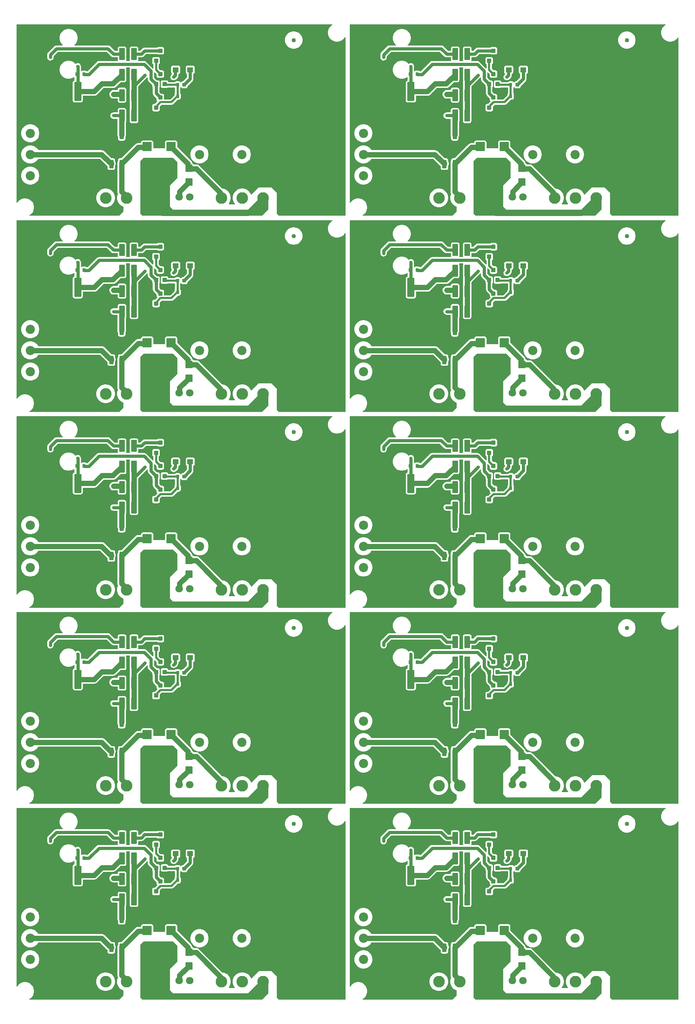
<source format=gtl>
G04*
G04 #@! TF.GenerationSoftware,Altium Limited,Altium Designer,19.1.8 (144)*
G04*
G04 Layer_Physical_Order=1*
G04 Layer_Color=255*
%FSLAX43Y43*%
%MOMM*%
G71*
G01*
G75*
%ADD10C,1.016*%
G04:AMPARAMS|DCode=11|XSize=1.016mm|YSize=1.016mm|CornerRadius=0.051mm|HoleSize=0mm|Usage=FLASHONLY|Rotation=0.000|XOffset=0mm|YOffset=0mm|HoleType=Round|Shape=RoundedRectangle|*
%AMROUNDEDRECTD11*
21,1,1.016,0.914,0,0,0.0*
21,1,0.914,1.016,0,0,0.0*
1,1,0.102,0.457,-0.457*
1,1,0.102,-0.457,-0.457*
1,1,0.102,-0.457,0.457*
1,1,0.102,0.457,0.457*
%
%ADD11ROUNDEDRECTD11*%
G04:AMPARAMS|DCode=12|XSize=1.778mm|YSize=1.651mm|CornerRadius=0.083mm|HoleSize=0mm|Usage=FLASHONLY|Rotation=90.000|XOffset=0mm|YOffset=0mm|HoleType=Round|Shape=RoundedRectangle|*
%AMROUNDEDRECTD12*
21,1,1.778,1.486,0,0,90.0*
21,1,1.613,1.651,0,0,90.0*
1,1,0.165,0.743,0.806*
1,1,0.165,0.743,-0.806*
1,1,0.165,-0.743,-0.806*
1,1,0.165,-0.743,0.806*
%
%ADD12ROUNDEDRECTD12*%
G04:AMPARAMS|DCode=13|XSize=0.9mm|YSize=0.75mm|CornerRadius=0.038mm|HoleSize=0mm|Usage=FLASHONLY|Rotation=270.000|XOffset=0mm|YOffset=0mm|HoleType=Round|Shape=RoundedRectangle|*
%AMROUNDEDRECTD13*
21,1,0.900,0.675,0,0,270.0*
21,1,0.825,0.750,0,0,270.0*
1,1,0.075,-0.338,-0.413*
1,1,0.075,-0.338,0.413*
1,1,0.075,0.338,0.413*
1,1,0.075,0.338,-0.413*
%
%ADD13ROUNDEDRECTD13*%
G04:AMPARAMS|DCode=14|XSize=0.9mm|YSize=0.79mm|CornerRadius=0.04mm|HoleSize=0mm|Usage=FLASHONLY|Rotation=270.000|XOffset=0mm|YOffset=0mm|HoleType=Round|Shape=RoundedRectangle|*
%AMROUNDEDRECTD14*
21,1,0.900,0.711,0,0,270.0*
21,1,0.821,0.790,0,0,270.0*
1,1,0.079,-0.356,-0.410*
1,1,0.079,-0.356,0.410*
1,1,0.079,0.356,0.410*
1,1,0.079,0.356,-0.410*
%
%ADD14ROUNDEDRECTD14*%
G04:AMPARAMS|DCode=15|XSize=1.4mm|YSize=1.22mm|CornerRadius=0.061mm|HoleSize=0mm|Usage=FLASHONLY|Rotation=0.000|XOffset=0mm|YOffset=0mm|HoleType=Round|Shape=RoundedRectangle|*
%AMROUNDEDRECTD15*
21,1,1.400,1.098,0,0,0.0*
21,1,1.278,1.220,0,0,0.0*
1,1,0.122,0.639,-0.549*
1,1,0.122,-0.639,-0.549*
1,1,0.122,-0.639,0.549*
1,1,0.122,0.639,0.549*
%
%ADD15ROUNDEDRECTD15*%
G04:AMPARAMS|DCode=16|XSize=1.283mm|YSize=2.808mm|CornerRadius=0.064mm|HoleSize=0mm|Usage=FLASHONLY|Rotation=0.000|XOffset=0mm|YOffset=0mm|HoleType=Round|Shape=RoundedRectangle|*
%AMROUNDEDRECTD16*
21,1,1.283,2.680,0,0,0.0*
21,1,1.154,2.808,0,0,0.0*
1,1,0.128,0.577,-1.340*
1,1,0.128,-0.577,-1.340*
1,1,0.128,-0.577,1.340*
1,1,0.128,0.577,1.340*
%
%ADD16ROUNDEDRECTD16*%
G04:AMPARAMS|DCode=17|XSize=1mm|YSize=2mm|CornerRadius=0.05mm|HoleSize=0mm|Usage=FLASHONLY|Rotation=0.000|XOffset=0mm|YOffset=0mm|HoleType=Round|Shape=RoundedRectangle|*
%AMROUNDEDRECTD17*
21,1,1.000,1.900,0,0,0.0*
21,1,0.900,2.000,0,0,0.0*
1,1,0.100,0.450,-0.950*
1,1,0.100,-0.450,-0.950*
1,1,0.100,-0.450,0.950*
1,1,0.100,0.450,0.950*
%
%ADD17ROUNDEDRECTD17*%
G04:AMPARAMS|DCode=18|XSize=4.5mm|YSize=1.65mm|CornerRadius=0.083mm|HoleSize=0mm|Usage=FLASHONLY|Rotation=270.000|XOffset=0mm|YOffset=0mm|HoleType=Round|Shape=RoundedRectangle|*
%AMROUNDEDRECTD18*
21,1,4.500,1.485,0,0,270.0*
21,1,4.335,1.650,0,0,270.0*
1,1,0.165,-0.743,-2.168*
1,1,0.165,-0.743,2.168*
1,1,0.165,0.743,2.168*
1,1,0.165,0.743,-2.168*
%
%ADD18ROUNDEDRECTD18*%
G04:AMPARAMS|DCode=19|XSize=2.2mm|YSize=2.15mm|CornerRadius=0.108mm|HoleSize=0mm|Usage=FLASHONLY|Rotation=270.000|XOffset=0mm|YOffset=0mm|HoleType=Round|Shape=RoundedRectangle|*
%AMROUNDEDRECTD19*
21,1,2.200,1.935,0,0,270.0*
21,1,1.985,2.150,0,0,270.0*
1,1,0.215,-0.968,-0.992*
1,1,0.215,-0.968,0.992*
1,1,0.215,0.968,0.992*
1,1,0.215,0.968,-0.992*
%
%ADD19ROUNDEDRECTD19*%
%ADD20C,0.762*%
%ADD21C,1.270*%
%ADD22C,0.508*%
%ADD23C,2.200*%
%ADD24C,2.800*%
%ADD25C,1.800*%
%ADD26C,0.711*%
G36*
X156415Y234355D02*
X156087Y234136D01*
X155784Y233833D01*
X155547Y233478D01*
X155383Y233083D01*
X155300Y232664D01*
Y232236D01*
X155383Y231817D01*
X155547Y231422D01*
X155784Y231067D01*
X156087Y230764D01*
X156442Y230527D01*
X156837Y230363D01*
X157256Y230280D01*
X157684D01*
X158103Y230363D01*
X158498Y230527D01*
X158853Y230764D01*
X159156Y231067D01*
X159355Y231365D01*
X159482Y231326D01*
Y188518D01*
X143490D01*
X142992Y189016D01*
Y194096D01*
X141722Y195366D01*
X138674D01*
X136915Y193607D01*
X136790Y193632D01*
X136683Y193890D01*
X136438Y194257D01*
X136127Y194568D01*
X135760Y194813D01*
X135353Y194982D01*
X134920Y195068D01*
X134480D01*
X134047Y194982D01*
X133640Y194813D01*
X133273Y194568D01*
X132962Y194257D01*
X132717Y193890D01*
X132548Y193483D01*
X132462Y193050D01*
Y192610D01*
X132548Y192177D01*
X132717Y191770D01*
X132944Y191429D01*
X132902Y191302D01*
X131498D01*
X131456Y191429D01*
X131683Y191770D01*
X131852Y192177D01*
X131938Y192610D01*
Y193050D01*
X131852Y193483D01*
X131683Y193890D01*
X131438Y194257D01*
X131127Y194568D01*
X130760Y194813D01*
X130353Y194982D01*
X129920Y195068D01*
X129906D01*
X124408Y200565D01*
X124196Y200728D01*
X123949Y200831D01*
X123684Y200865D01*
X123684Y200865D01*
X123053D01*
X122962Y201002D01*
X122808Y201105D01*
X122704Y201126D01*
X122684Y201279D01*
X122582Y201526D01*
X122419Y201738D01*
X122419Y201738D01*
X119089Y205068D01*
Y206102D01*
X119051Y206293D01*
X118943Y206454D01*
X118781Y206562D01*
X118591Y206600D01*
X116655D01*
X116465Y206562D01*
X116303Y206454D01*
X116195Y206293D01*
X116157Y206102D01*
Y204764D01*
X113343D01*
Y206102D01*
X113305Y206293D01*
X113197Y206454D01*
X113035Y206562D01*
X112845Y206600D01*
X110909D01*
X110719Y206562D01*
X110557Y206454D01*
X110449Y206293D01*
X110411Y206102D01*
Y205971D01*
X109774D01*
X109509Y205937D01*
X109261Y205834D01*
X109049Y205671D01*
X109049Y205671D01*
X105701Y202323D01*
X105311D01*
X105143Y202290D01*
X105000Y202194D01*
X104905Y202052D01*
X104871Y201884D01*
Y201671D01*
X104771Y201429D01*
X104736Y201164D01*
X104736Y201164D01*
Y200934D01*
Y194339D01*
X104736Y194339D01*
X104771Y194074D01*
X104873Y193827D01*
X104897Y193795D01*
X104768Y193483D01*
X104682Y193050D01*
Y192610D01*
X104768Y192177D01*
X104937Y191770D01*
X105182Y191403D01*
X105493Y191092D01*
X105860Y190847D01*
X106162Y190722D01*
Y189524D01*
X105156Y188518D01*
X83649D01*
X83610Y188645D01*
X83923Y188854D01*
X84226Y189157D01*
X84463Y189512D01*
X84627Y189907D01*
X84710Y190326D01*
Y190754D01*
X84627Y191173D01*
X84463Y191568D01*
X84226Y191923D01*
X83923Y192226D01*
X83568Y192463D01*
X83173Y192627D01*
X82754Y192710D01*
X82326D01*
X81907Y192627D01*
X81512Y192463D01*
X81157Y192226D01*
X80854Y191923D01*
X80645Y191610D01*
X80518Y191649D01*
Y234482D01*
X156388D01*
X156415Y234355D01*
D02*
G37*
G36*
X119116Y201462D02*
X119116Y197652D01*
X117338Y195874D01*
Y190794D01*
X118100Y190032D01*
X136134D01*
X138420Y192318D01*
Y193334D01*
X140960D01*
Y190032D01*
X139446Y188518D01*
X110724D01*
X110226Y189016D01*
Y201716D01*
X110988Y202478D01*
X118100D01*
X119116Y201462D01*
D02*
G37*
G36*
X76415Y234355D02*
X76087Y234136D01*
X75784Y233833D01*
X75547Y233478D01*
X75383Y233083D01*
X75300Y232664D01*
Y232236D01*
X75383Y231817D01*
X75547Y231422D01*
X75784Y231067D01*
X76087Y230764D01*
X76442Y230527D01*
X76837Y230363D01*
X77256Y230280D01*
X77684D01*
X78103Y230363D01*
X78498Y230527D01*
X78853Y230764D01*
X79156Y231067D01*
X79355Y231365D01*
X79482Y231326D01*
Y188518D01*
X63490D01*
X62992Y189016D01*
Y194096D01*
X61722Y195366D01*
X58674D01*
X56915Y193607D01*
X56790Y193632D01*
X56683Y193890D01*
X56438Y194257D01*
X56127Y194568D01*
X55760Y194813D01*
X55353Y194982D01*
X54920Y195068D01*
X54480D01*
X54047Y194982D01*
X53640Y194813D01*
X53273Y194568D01*
X52962Y194257D01*
X52717Y193890D01*
X52548Y193483D01*
X52462Y193050D01*
Y192610D01*
X52548Y192177D01*
X52717Y191770D01*
X52944Y191429D01*
X52902Y191302D01*
X51498D01*
X51456Y191429D01*
X51683Y191770D01*
X51852Y192177D01*
X51938Y192610D01*
Y193050D01*
X51852Y193483D01*
X51683Y193890D01*
X51438Y194257D01*
X51127Y194568D01*
X50760Y194813D01*
X50353Y194982D01*
X49920Y195068D01*
X49906D01*
X44408Y200565D01*
X44196Y200728D01*
X43949Y200831D01*
X43684Y200865D01*
X43684Y200865D01*
X43053D01*
X42962Y201002D01*
X42808Y201105D01*
X42704Y201126D01*
X42684Y201279D01*
X42582Y201526D01*
X42419Y201738D01*
X42419Y201738D01*
X39089Y205068D01*
Y206102D01*
X39051Y206293D01*
X38943Y206454D01*
X38781Y206562D01*
X38591Y206600D01*
X36655D01*
X36465Y206562D01*
X36303Y206454D01*
X36195Y206293D01*
X36157Y206102D01*
Y204764D01*
X33343D01*
Y206102D01*
X33305Y206293D01*
X33197Y206454D01*
X33035Y206562D01*
X32845Y206600D01*
X30909D01*
X30719Y206562D01*
X30557Y206454D01*
X30449Y206293D01*
X30411Y206102D01*
Y205971D01*
X29774D01*
X29509Y205937D01*
X29261Y205834D01*
X29049Y205671D01*
X29049Y205671D01*
X25701Y202323D01*
X25311D01*
X25143Y202290D01*
X25000Y202194D01*
X24905Y202052D01*
X24871Y201884D01*
Y201671D01*
X24771Y201429D01*
X24736Y201164D01*
X24736Y201164D01*
Y200934D01*
Y194339D01*
X24736Y194339D01*
X24771Y194074D01*
X24873Y193827D01*
X24897Y193795D01*
X24768Y193483D01*
X24682Y193050D01*
Y192610D01*
X24768Y192177D01*
X24937Y191770D01*
X25182Y191403D01*
X25493Y191092D01*
X25860Y190847D01*
X26162Y190722D01*
Y189524D01*
X25156Y188518D01*
X3649D01*
X3610Y188645D01*
X3923Y188854D01*
X4226Y189157D01*
X4463Y189512D01*
X4627Y189907D01*
X4710Y190326D01*
Y190754D01*
X4627Y191173D01*
X4463Y191568D01*
X4226Y191923D01*
X3923Y192226D01*
X3568Y192463D01*
X3173Y192627D01*
X2754Y192710D01*
X2326D01*
X1907Y192627D01*
X1512Y192463D01*
X1157Y192226D01*
X854Y191923D01*
X645Y191610D01*
X518Y191649D01*
Y234482D01*
X76388D01*
X76415Y234355D01*
D02*
G37*
G36*
X39116Y201462D02*
X39116Y197652D01*
X37338Y195874D01*
Y190794D01*
X38100Y190032D01*
X56134D01*
X58420Y192318D01*
Y193334D01*
X60960D01*
Y190032D01*
X59446Y188518D01*
X30724D01*
X30226Y189016D01*
Y201716D01*
X30988Y202478D01*
X38100D01*
X39116Y201462D01*
D02*
G37*
G36*
X156415Y187355D02*
X156087Y187136D01*
X155784Y186833D01*
X155547Y186478D01*
X155383Y186083D01*
X155300Y185664D01*
Y185236D01*
X155383Y184817D01*
X155547Y184422D01*
X155784Y184067D01*
X156087Y183764D01*
X156442Y183527D01*
X156837Y183363D01*
X157256Y183280D01*
X157684D01*
X158103Y183363D01*
X158498Y183527D01*
X158853Y183764D01*
X159156Y184067D01*
X159355Y184365D01*
X159482Y184326D01*
Y141518D01*
X143490D01*
X142992Y142016D01*
Y147096D01*
X141722Y148366D01*
X138674D01*
X136915Y146607D01*
X136790Y146632D01*
X136683Y146890D01*
X136438Y147257D01*
X136127Y147568D01*
X135760Y147813D01*
X135353Y147982D01*
X134920Y148068D01*
X134480D01*
X134047Y147982D01*
X133640Y147813D01*
X133273Y147568D01*
X132962Y147257D01*
X132717Y146890D01*
X132548Y146483D01*
X132462Y146050D01*
Y145610D01*
X132548Y145177D01*
X132717Y144770D01*
X132944Y144429D01*
X132902Y144302D01*
X131498D01*
X131456Y144429D01*
X131683Y144770D01*
X131852Y145177D01*
X131938Y145610D01*
Y146050D01*
X131852Y146483D01*
X131683Y146890D01*
X131438Y147257D01*
X131127Y147568D01*
X130760Y147813D01*
X130353Y147982D01*
X129920Y148068D01*
X129906D01*
X124408Y153565D01*
X124196Y153728D01*
X123949Y153831D01*
X123684Y153865D01*
X123684Y153865D01*
X123053D01*
X122962Y154002D01*
X122808Y154105D01*
X122704Y154126D01*
X122684Y154279D01*
X122582Y154526D01*
X122419Y154738D01*
X122419Y154738D01*
X119089Y158068D01*
Y159102D01*
X119051Y159293D01*
X118943Y159454D01*
X118781Y159562D01*
X118591Y159600D01*
X116655D01*
X116465Y159562D01*
X116303Y159454D01*
X116195Y159293D01*
X116157Y159102D01*
Y157764D01*
X113343D01*
Y159102D01*
X113305Y159293D01*
X113197Y159454D01*
X113035Y159562D01*
X112845Y159600D01*
X110909D01*
X110719Y159562D01*
X110557Y159454D01*
X110449Y159293D01*
X110411Y159102D01*
Y158971D01*
X109774D01*
X109509Y158937D01*
X109261Y158834D01*
X109049Y158671D01*
X109049Y158671D01*
X105701Y155323D01*
X105311D01*
X105143Y155290D01*
X105000Y155194D01*
X104905Y155052D01*
X104871Y154884D01*
Y154671D01*
X104771Y154429D01*
X104736Y154164D01*
X104736Y154164D01*
Y153934D01*
Y147339D01*
X104736Y147339D01*
X104771Y147074D01*
X104873Y146827D01*
X104897Y146795D01*
X104768Y146483D01*
X104682Y146050D01*
Y145610D01*
X104768Y145177D01*
X104937Y144770D01*
X105182Y144403D01*
X105493Y144092D01*
X105860Y143847D01*
X106162Y143722D01*
Y142524D01*
X105156Y141518D01*
X83649D01*
X83610Y141645D01*
X83923Y141854D01*
X84226Y142157D01*
X84463Y142512D01*
X84627Y142907D01*
X84710Y143326D01*
Y143754D01*
X84627Y144173D01*
X84463Y144568D01*
X84226Y144923D01*
X83923Y145226D01*
X83568Y145463D01*
X83173Y145627D01*
X82754Y145710D01*
X82326D01*
X81907Y145627D01*
X81512Y145463D01*
X81157Y145226D01*
X80854Y144923D01*
X80645Y144610D01*
X80518Y144649D01*
Y187482D01*
X156388D01*
X156415Y187355D01*
D02*
G37*
G36*
X119116Y154462D02*
X119116Y150652D01*
X117338Y148874D01*
Y143794D01*
X118100Y143032D01*
X136134D01*
X138420Y145318D01*
Y146334D01*
X140960D01*
Y143032D01*
X139446Y141518D01*
X110724D01*
X110226Y142016D01*
Y154716D01*
X110988Y155478D01*
X118100D01*
X119116Y154462D01*
D02*
G37*
G36*
X76415Y187355D02*
X76087Y187136D01*
X75784Y186833D01*
X75547Y186478D01*
X75383Y186083D01*
X75300Y185664D01*
Y185236D01*
X75383Y184817D01*
X75547Y184422D01*
X75784Y184067D01*
X76087Y183764D01*
X76442Y183527D01*
X76837Y183363D01*
X77256Y183280D01*
X77684D01*
X78103Y183363D01*
X78498Y183527D01*
X78853Y183764D01*
X79156Y184067D01*
X79355Y184365D01*
X79482Y184326D01*
Y141518D01*
X63490D01*
X62992Y142016D01*
Y147096D01*
X61722Y148366D01*
X58674D01*
X56915Y146607D01*
X56790Y146632D01*
X56683Y146890D01*
X56438Y147257D01*
X56127Y147568D01*
X55760Y147813D01*
X55353Y147982D01*
X54920Y148068D01*
X54480D01*
X54047Y147982D01*
X53640Y147813D01*
X53273Y147568D01*
X52962Y147257D01*
X52717Y146890D01*
X52548Y146483D01*
X52462Y146050D01*
Y145610D01*
X52548Y145177D01*
X52717Y144770D01*
X52944Y144429D01*
X52902Y144302D01*
X51498D01*
X51456Y144429D01*
X51683Y144770D01*
X51852Y145177D01*
X51938Y145610D01*
Y146050D01*
X51852Y146483D01*
X51683Y146890D01*
X51438Y147257D01*
X51127Y147568D01*
X50760Y147813D01*
X50353Y147982D01*
X49920Y148068D01*
X49906D01*
X44408Y153565D01*
X44196Y153728D01*
X43949Y153831D01*
X43684Y153865D01*
X43684Y153865D01*
X43053D01*
X42962Y154002D01*
X42808Y154105D01*
X42704Y154126D01*
X42684Y154279D01*
X42582Y154526D01*
X42419Y154738D01*
X42419Y154738D01*
X39089Y158068D01*
Y159102D01*
X39051Y159293D01*
X38943Y159454D01*
X38781Y159562D01*
X38591Y159600D01*
X36655D01*
X36465Y159562D01*
X36303Y159454D01*
X36195Y159293D01*
X36157Y159102D01*
Y157764D01*
X33343D01*
Y159102D01*
X33305Y159293D01*
X33197Y159454D01*
X33035Y159562D01*
X32845Y159600D01*
X30909D01*
X30719Y159562D01*
X30557Y159454D01*
X30449Y159293D01*
X30411Y159102D01*
Y158971D01*
X29774D01*
X29509Y158937D01*
X29261Y158834D01*
X29049Y158671D01*
X29049Y158671D01*
X25701Y155323D01*
X25311D01*
X25143Y155290D01*
X25000Y155194D01*
X24905Y155052D01*
X24871Y154884D01*
Y154671D01*
X24771Y154429D01*
X24736Y154164D01*
X24736Y154164D01*
Y153934D01*
Y147339D01*
X24736Y147339D01*
X24771Y147074D01*
X24873Y146827D01*
X24897Y146795D01*
X24768Y146483D01*
X24682Y146050D01*
Y145610D01*
X24768Y145177D01*
X24937Y144770D01*
X25182Y144403D01*
X25493Y144092D01*
X25860Y143847D01*
X26162Y143722D01*
Y142524D01*
X25156Y141518D01*
X3649D01*
X3610Y141645D01*
X3923Y141854D01*
X4226Y142157D01*
X4463Y142512D01*
X4627Y142907D01*
X4710Y143326D01*
Y143754D01*
X4627Y144173D01*
X4463Y144568D01*
X4226Y144923D01*
X3923Y145226D01*
X3568Y145463D01*
X3173Y145627D01*
X2754Y145710D01*
X2326D01*
X1907Y145627D01*
X1512Y145463D01*
X1157Y145226D01*
X854Y144923D01*
X645Y144610D01*
X518Y144649D01*
Y187482D01*
X76388D01*
X76415Y187355D01*
D02*
G37*
G36*
X39116Y154462D02*
X39116Y150652D01*
X37338Y148874D01*
Y143794D01*
X38100Y143032D01*
X56134D01*
X58420Y145318D01*
Y146334D01*
X60960D01*
Y143032D01*
X59446Y141518D01*
X30724D01*
X30226Y142016D01*
Y154716D01*
X30988Y155478D01*
X38100D01*
X39116Y154462D01*
D02*
G37*
G36*
X156415Y140355D02*
X156087Y140136D01*
X155784Y139833D01*
X155547Y139478D01*
X155383Y139083D01*
X155300Y138664D01*
Y138236D01*
X155383Y137817D01*
X155547Y137422D01*
X155784Y137067D01*
X156087Y136764D01*
X156442Y136527D01*
X156837Y136363D01*
X157256Y136280D01*
X157684D01*
X158103Y136363D01*
X158498Y136527D01*
X158853Y136764D01*
X159156Y137067D01*
X159355Y137365D01*
X159482Y137326D01*
Y94518D01*
X143490D01*
X142992Y95016D01*
Y100096D01*
X141722Y101366D01*
X138674D01*
X136915Y99607D01*
X136790Y99632D01*
X136683Y99890D01*
X136438Y100257D01*
X136127Y100568D01*
X135760Y100813D01*
X135353Y100982D01*
X134920Y101068D01*
X134480D01*
X134047Y100982D01*
X133640Y100813D01*
X133273Y100568D01*
X132962Y100257D01*
X132717Y99890D01*
X132548Y99483D01*
X132462Y99050D01*
Y98610D01*
X132548Y98177D01*
X132717Y97770D01*
X132944Y97429D01*
X132902Y97302D01*
X131498D01*
X131456Y97429D01*
X131683Y97770D01*
X131852Y98177D01*
X131938Y98610D01*
Y99050D01*
X131852Y99483D01*
X131683Y99890D01*
X131438Y100257D01*
X131127Y100568D01*
X130760Y100813D01*
X130353Y100982D01*
X129920Y101068D01*
X129906D01*
X124408Y106565D01*
X124196Y106728D01*
X123949Y106831D01*
X123684Y106865D01*
X123684Y106865D01*
X123053D01*
X122962Y107002D01*
X122808Y107105D01*
X122704Y107126D01*
X122684Y107279D01*
X122582Y107526D01*
X122419Y107738D01*
X122419Y107738D01*
X119089Y111068D01*
Y112102D01*
X119051Y112293D01*
X118943Y112454D01*
X118781Y112562D01*
X118591Y112600D01*
X116655D01*
X116465Y112562D01*
X116303Y112454D01*
X116195Y112293D01*
X116157Y112102D01*
Y110764D01*
X113343D01*
Y112102D01*
X113305Y112293D01*
X113197Y112454D01*
X113035Y112562D01*
X112845Y112600D01*
X110909D01*
X110719Y112562D01*
X110557Y112454D01*
X110449Y112293D01*
X110411Y112102D01*
Y111971D01*
X109774D01*
X109509Y111937D01*
X109261Y111834D01*
X109049Y111671D01*
X109049Y111671D01*
X105701Y108323D01*
X105311D01*
X105143Y108290D01*
X105000Y108194D01*
X104905Y108052D01*
X104871Y107884D01*
Y107671D01*
X104771Y107429D01*
X104736Y107164D01*
X104736Y107164D01*
Y106934D01*
Y100339D01*
X104736Y100339D01*
X104771Y100074D01*
X104873Y99827D01*
X104897Y99795D01*
X104768Y99483D01*
X104682Y99050D01*
Y98610D01*
X104768Y98177D01*
X104937Y97770D01*
X105182Y97403D01*
X105493Y97092D01*
X105860Y96847D01*
X106162Y96722D01*
Y95524D01*
X105156Y94518D01*
X83649D01*
X83610Y94645D01*
X83923Y94854D01*
X84226Y95157D01*
X84463Y95512D01*
X84627Y95907D01*
X84710Y96326D01*
Y96754D01*
X84627Y97173D01*
X84463Y97568D01*
X84226Y97923D01*
X83923Y98226D01*
X83568Y98463D01*
X83173Y98627D01*
X82754Y98710D01*
X82326D01*
X81907Y98627D01*
X81512Y98463D01*
X81157Y98226D01*
X80854Y97923D01*
X80645Y97610D01*
X80518Y97649D01*
Y140482D01*
X156388D01*
X156415Y140355D01*
D02*
G37*
G36*
X119116Y107462D02*
X119116Y103652D01*
X117338Y101874D01*
Y96794D01*
X118100Y96032D01*
X136134D01*
X138420Y98318D01*
Y99334D01*
X140960D01*
Y96032D01*
X139446Y94518D01*
X110724D01*
X110226Y95016D01*
Y107716D01*
X110988Y108478D01*
X118100D01*
X119116Y107462D01*
D02*
G37*
G36*
X76415Y140355D02*
X76087Y140136D01*
X75784Y139833D01*
X75547Y139478D01*
X75383Y139083D01*
X75300Y138664D01*
Y138236D01*
X75383Y137817D01*
X75547Y137422D01*
X75784Y137067D01*
X76087Y136764D01*
X76442Y136527D01*
X76837Y136363D01*
X77256Y136280D01*
X77684D01*
X78103Y136363D01*
X78498Y136527D01*
X78853Y136764D01*
X79156Y137067D01*
X79355Y137365D01*
X79482Y137326D01*
Y94518D01*
X63490D01*
X62992Y95016D01*
Y100096D01*
X61722Y101366D01*
X58674D01*
X56915Y99607D01*
X56790Y99632D01*
X56683Y99890D01*
X56438Y100257D01*
X56127Y100568D01*
X55760Y100813D01*
X55353Y100982D01*
X54920Y101068D01*
X54480D01*
X54047Y100982D01*
X53640Y100813D01*
X53273Y100568D01*
X52962Y100257D01*
X52717Y99890D01*
X52548Y99483D01*
X52462Y99050D01*
Y98610D01*
X52548Y98177D01*
X52717Y97770D01*
X52944Y97429D01*
X52902Y97302D01*
X51498D01*
X51456Y97429D01*
X51683Y97770D01*
X51852Y98177D01*
X51938Y98610D01*
Y99050D01*
X51852Y99483D01*
X51683Y99890D01*
X51438Y100257D01*
X51127Y100568D01*
X50760Y100813D01*
X50353Y100982D01*
X49920Y101068D01*
X49906D01*
X44408Y106565D01*
X44196Y106728D01*
X43949Y106831D01*
X43684Y106865D01*
X43684Y106865D01*
X43053D01*
X42962Y107002D01*
X42808Y107105D01*
X42704Y107126D01*
X42684Y107279D01*
X42582Y107526D01*
X42419Y107738D01*
X42419Y107738D01*
X39089Y111068D01*
Y112102D01*
X39051Y112293D01*
X38943Y112454D01*
X38781Y112562D01*
X38591Y112600D01*
X36655D01*
X36465Y112562D01*
X36303Y112454D01*
X36195Y112293D01*
X36157Y112102D01*
Y110764D01*
X33343D01*
Y112102D01*
X33305Y112293D01*
X33197Y112454D01*
X33035Y112562D01*
X32845Y112600D01*
X30909D01*
X30719Y112562D01*
X30557Y112454D01*
X30449Y112293D01*
X30411Y112102D01*
Y111971D01*
X29774D01*
X29509Y111937D01*
X29261Y111834D01*
X29049Y111671D01*
X29049Y111671D01*
X25701Y108323D01*
X25311D01*
X25143Y108290D01*
X25000Y108194D01*
X24905Y108052D01*
X24871Y107884D01*
Y107671D01*
X24771Y107429D01*
X24736Y107164D01*
X24736Y107164D01*
Y106934D01*
Y100339D01*
X24736Y100339D01*
X24771Y100074D01*
X24873Y99827D01*
X24897Y99795D01*
X24768Y99483D01*
X24682Y99050D01*
Y98610D01*
X24768Y98177D01*
X24937Y97770D01*
X25182Y97403D01*
X25493Y97092D01*
X25860Y96847D01*
X26162Y96722D01*
Y95524D01*
X25156Y94518D01*
X3649D01*
X3610Y94645D01*
X3923Y94854D01*
X4226Y95157D01*
X4463Y95512D01*
X4627Y95907D01*
X4710Y96326D01*
Y96754D01*
X4627Y97173D01*
X4463Y97568D01*
X4226Y97923D01*
X3923Y98226D01*
X3568Y98463D01*
X3173Y98627D01*
X2754Y98710D01*
X2326D01*
X1907Y98627D01*
X1512Y98463D01*
X1157Y98226D01*
X854Y97923D01*
X645Y97610D01*
X518Y97649D01*
Y140482D01*
X76388D01*
X76415Y140355D01*
D02*
G37*
G36*
X39116Y107462D02*
X39116Y103652D01*
X37338Y101874D01*
Y96794D01*
X38100Y96032D01*
X56134D01*
X58420Y98318D01*
Y99334D01*
X60960D01*
Y96032D01*
X59446Y94518D01*
X30724D01*
X30226Y95016D01*
Y107716D01*
X30988Y108478D01*
X38100D01*
X39116Y107462D01*
D02*
G37*
G36*
X156415Y93355D02*
X156087Y93136D01*
X155784Y92833D01*
X155547Y92478D01*
X155383Y92083D01*
X155300Y91664D01*
Y91236D01*
X155383Y90817D01*
X155547Y90422D01*
X155784Y90067D01*
X156087Y89764D01*
X156442Y89527D01*
X156837Y89363D01*
X157256Y89280D01*
X157684D01*
X158103Y89363D01*
X158498Y89527D01*
X158853Y89764D01*
X159156Y90067D01*
X159355Y90365D01*
X159482Y90326D01*
Y47518D01*
X143490D01*
X142992Y48016D01*
Y53096D01*
X141722Y54366D01*
X138674D01*
X136915Y52607D01*
X136790Y52632D01*
X136683Y52890D01*
X136438Y53257D01*
X136127Y53568D01*
X135760Y53813D01*
X135353Y53982D01*
X134920Y54068D01*
X134480D01*
X134047Y53982D01*
X133640Y53813D01*
X133273Y53568D01*
X132962Y53257D01*
X132717Y52890D01*
X132548Y52483D01*
X132462Y52050D01*
Y51610D01*
X132548Y51177D01*
X132717Y50770D01*
X132944Y50429D01*
X132902Y50302D01*
X131498D01*
X131456Y50429D01*
X131683Y50770D01*
X131852Y51177D01*
X131938Y51610D01*
Y52050D01*
X131852Y52483D01*
X131683Y52890D01*
X131438Y53257D01*
X131127Y53568D01*
X130760Y53813D01*
X130353Y53982D01*
X129920Y54068D01*
X129906D01*
X124408Y59565D01*
X124196Y59728D01*
X123949Y59831D01*
X123684Y59865D01*
X123684Y59865D01*
X123053D01*
X122962Y60002D01*
X122808Y60105D01*
X122704Y60126D01*
X122684Y60279D01*
X122582Y60526D01*
X122419Y60738D01*
X122419Y60738D01*
X119089Y64068D01*
Y65102D01*
X119051Y65293D01*
X118943Y65454D01*
X118781Y65562D01*
X118591Y65600D01*
X116655D01*
X116465Y65562D01*
X116303Y65454D01*
X116195Y65293D01*
X116157Y65102D01*
Y63764D01*
X113343D01*
Y65102D01*
X113305Y65293D01*
X113197Y65454D01*
X113035Y65562D01*
X112845Y65600D01*
X110909D01*
X110719Y65562D01*
X110557Y65454D01*
X110449Y65293D01*
X110411Y65102D01*
Y64971D01*
X109774D01*
X109509Y64937D01*
X109261Y64834D01*
X109049Y64671D01*
X109049Y64671D01*
X105701Y61323D01*
X105311D01*
X105143Y61290D01*
X105000Y61194D01*
X104905Y61052D01*
X104871Y60884D01*
Y60671D01*
X104771Y60429D01*
X104736Y60164D01*
X104736Y60164D01*
Y59934D01*
Y53339D01*
X104736Y53339D01*
X104771Y53074D01*
X104873Y52827D01*
X104897Y52795D01*
X104768Y52483D01*
X104682Y52050D01*
Y51610D01*
X104768Y51177D01*
X104937Y50770D01*
X105182Y50403D01*
X105493Y50092D01*
X105860Y49847D01*
X106162Y49722D01*
Y48524D01*
X105156Y47518D01*
X83649D01*
X83610Y47645D01*
X83923Y47854D01*
X84226Y48157D01*
X84463Y48512D01*
X84627Y48907D01*
X84710Y49326D01*
Y49754D01*
X84627Y50173D01*
X84463Y50568D01*
X84226Y50923D01*
X83923Y51226D01*
X83568Y51463D01*
X83173Y51627D01*
X82754Y51710D01*
X82326D01*
X81907Y51627D01*
X81512Y51463D01*
X81157Y51226D01*
X80854Y50923D01*
X80645Y50610D01*
X80518Y50649D01*
Y93482D01*
X156388D01*
X156415Y93355D01*
D02*
G37*
G36*
X119116Y60462D02*
X119116Y56652D01*
X117338Y54874D01*
Y49794D01*
X118100Y49032D01*
X136134D01*
X138420Y51318D01*
Y52334D01*
X140960D01*
Y49032D01*
X139446Y47518D01*
X110724D01*
X110226Y48016D01*
Y60716D01*
X110988Y61478D01*
X118100D01*
X119116Y60462D01*
D02*
G37*
G36*
X76415Y93355D02*
X76087Y93136D01*
X75784Y92833D01*
X75547Y92478D01*
X75383Y92083D01*
X75300Y91664D01*
Y91236D01*
X75383Y90817D01*
X75547Y90422D01*
X75784Y90067D01*
X76087Y89764D01*
X76442Y89527D01*
X76837Y89363D01*
X77256Y89280D01*
X77684D01*
X78103Y89363D01*
X78498Y89527D01*
X78853Y89764D01*
X79156Y90067D01*
X79355Y90365D01*
X79482Y90326D01*
Y47518D01*
X63490D01*
X62992Y48016D01*
Y53096D01*
X61722Y54366D01*
X58674D01*
X56915Y52607D01*
X56790Y52632D01*
X56683Y52890D01*
X56438Y53257D01*
X56127Y53568D01*
X55760Y53813D01*
X55353Y53982D01*
X54920Y54068D01*
X54480D01*
X54047Y53982D01*
X53640Y53813D01*
X53273Y53568D01*
X52962Y53257D01*
X52717Y52890D01*
X52548Y52483D01*
X52462Y52050D01*
Y51610D01*
X52548Y51177D01*
X52717Y50770D01*
X52944Y50429D01*
X52902Y50302D01*
X51498D01*
X51456Y50429D01*
X51683Y50770D01*
X51852Y51177D01*
X51938Y51610D01*
Y52050D01*
X51852Y52483D01*
X51683Y52890D01*
X51438Y53257D01*
X51127Y53568D01*
X50760Y53813D01*
X50353Y53982D01*
X49920Y54068D01*
X49906D01*
X44408Y59565D01*
X44196Y59728D01*
X43949Y59831D01*
X43684Y59865D01*
X43684Y59865D01*
X43053D01*
X42962Y60002D01*
X42808Y60105D01*
X42704Y60126D01*
X42684Y60279D01*
X42582Y60526D01*
X42419Y60738D01*
X42419Y60738D01*
X39089Y64068D01*
Y65102D01*
X39051Y65293D01*
X38943Y65454D01*
X38781Y65562D01*
X38591Y65600D01*
X36655D01*
X36465Y65562D01*
X36303Y65454D01*
X36195Y65293D01*
X36157Y65102D01*
Y63764D01*
X33343D01*
Y65102D01*
X33305Y65293D01*
X33197Y65454D01*
X33035Y65562D01*
X32845Y65600D01*
X30909D01*
X30719Y65562D01*
X30557Y65454D01*
X30449Y65293D01*
X30411Y65102D01*
Y64971D01*
X29774D01*
X29509Y64937D01*
X29261Y64834D01*
X29049Y64671D01*
X29049Y64671D01*
X25701Y61323D01*
X25311D01*
X25143Y61290D01*
X25000Y61194D01*
X24905Y61052D01*
X24871Y60884D01*
Y60671D01*
X24771Y60429D01*
X24736Y60164D01*
X24736Y60164D01*
Y59934D01*
Y53339D01*
X24736Y53339D01*
X24771Y53074D01*
X24873Y52827D01*
X24897Y52795D01*
X24768Y52483D01*
X24682Y52050D01*
Y51610D01*
X24768Y51177D01*
X24937Y50770D01*
X25182Y50403D01*
X25493Y50092D01*
X25860Y49847D01*
X26162Y49722D01*
Y48524D01*
X25156Y47518D01*
X3649D01*
X3610Y47645D01*
X3923Y47854D01*
X4226Y48157D01*
X4463Y48512D01*
X4627Y48907D01*
X4710Y49326D01*
Y49754D01*
X4627Y50173D01*
X4463Y50568D01*
X4226Y50923D01*
X3923Y51226D01*
X3568Y51463D01*
X3173Y51627D01*
X2754Y51710D01*
X2326D01*
X1907Y51627D01*
X1512Y51463D01*
X1157Y51226D01*
X854Y50923D01*
X645Y50610D01*
X518Y50649D01*
Y93482D01*
X76388D01*
X76415Y93355D01*
D02*
G37*
G36*
X39116Y60462D02*
X39116Y56652D01*
X37338Y54874D01*
Y49794D01*
X38100Y49032D01*
X56134D01*
X58420Y51318D01*
Y52334D01*
X60960D01*
Y49032D01*
X59446Y47518D01*
X30724D01*
X30226Y48016D01*
Y60716D01*
X30988Y61478D01*
X38100D01*
X39116Y60462D01*
D02*
G37*
G36*
X156415Y46355D02*
X156087Y46136D01*
X155784Y45833D01*
X155547Y45478D01*
X155383Y45083D01*
X155300Y44664D01*
Y44236D01*
X155383Y43817D01*
X155547Y43422D01*
X155784Y43067D01*
X156087Y42764D01*
X156442Y42527D01*
X156837Y42363D01*
X157256Y42280D01*
X157684D01*
X158103Y42363D01*
X158498Y42527D01*
X158853Y42764D01*
X159156Y43067D01*
X159355Y43365D01*
X159482Y43326D01*
Y518D01*
X143490D01*
X142992Y1016D01*
Y6096D01*
X141722Y7366D01*
X138674D01*
X136915Y5607D01*
X136790Y5632D01*
X136683Y5890D01*
X136438Y6257D01*
X136127Y6568D01*
X135760Y6813D01*
X135353Y6982D01*
X134920Y7068D01*
X134480D01*
X134047Y6982D01*
X133640Y6813D01*
X133273Y6568D01*
X132962Y6257D01*
X132717Y5890D01*
X132548Y5483D01*
X132462Y5050D01*
Y4610D01*
X132548Y4177D01*
X132717Y3770D01*
X132944Y3429D01*
X132902Y3302D01*
X131498D01*
X131456Y3429D01*
X131683Y3770D01*
X131852Y4177D01*
X131938Y4610D01*
Y5050D01*
X131852Y5483D01*
X131683Y5890D01*
X131438Y6257D01*
X131127Y6568D01*
X130760Y6813D01*
X130353Y6982D01*
X129920Y7068D01*
X129906D01*
X124408Y12565D01*
X124196Y12728D01*
X123949Y12831D01*
X123684Y12865D01*
X123684Y12865D01*
X123053D01*
X122962Y13002D01*
X122808Y13105D01*
X122704Y13126D01*
X122684Y13279D01*
X122582Y13526D01*
X122419Y13738D01*
X122419Y13738D01*
X119089Y17068D01*
Y18102D01*
X119051Y18293D01*
X118943Y18454D01*
X118781Y18562D01*
X118591Y18600D01*
X116655D01*
X116465Y18562D01*
X116303Y18454D01*
X116195Y18293D01*
X116157Y18102D01*
Y16764D01*
X113343D01*
Y18102D01*
X113305Y18293D01*
X113197Y18454D01*
X113035Y18562D01*
X112845Y18600D01*
X110909D01*
X110719Y18562D01*
X110557Y18454D01*
X110449Y18293D01*
X110411Y18102D01*
Y17972D01*
X109774D01*
X109509Y17937D01*
X109261Y17834D01*
X109049Y17671D01*
X109049Y17671D01*
X105701Y14323D01*
X105311D01*
X105143Y14290D01*
X105000Y14194D01*
X104905Y14052D01*
X104871Y13884D01*
Y13671D01*
X104771Y13429D01*
X104736Y13164D01*
X104736Y13164D01*
Y12934D01*
Y6339D01*
X104736Y6339D01*
X104771Y6074D01*
X104873Y5827D01*
X104897Y5795D01*
X104768Y5483D01*
X104682Y5050D01*
Y4610D01*
X104768Y4177D01*
X104937Y3770D01*
X105182Y3403D01*
X105493Y3092D01*
X105860Y2847D01*
X106162Y2722D01*
Y1524D01*
X105156Y518D01*
X83649D01*
X83610Y645D01*
X83923Y854D01*
X84226Y1157D01*
X84463Y1512D01*
X84627Y1907D01*
X84710Y2326D01*
Y2754D01*
X84627Y3173D01*
X84463Y3568D01*
X84226Y3923D01*
X83923Y4226D01*
X83568Y4463D01*
X83173Y4627D01*
X82754Y4710D01*
X82326D01*
X81907Y4627D01*
X81512Y4463D01*
X81157Y4226D01*
X80854Y3923D01*
X80645Y3610D01*
X80518Y3649D01*
Y46482D01*
X156388D01*
X156415Y46355D01*
D02*
G37*
G36*
X119116Y13462D02*
X119116Y9652D01*
X117338Y7874D01*
Y2794D01*
X118100Y2032D01*
X136134D01*
X138420Y4318D01*
Y5334D01*
X140960D01*
Y2032D01*
X139446Y518D01*
X110724D01*
X110226Y1016D01*
Y13716D01*
X110988Y14478D01*
X118100D01*
X119116Y13462D01*
D02*
G37*
G36*
X76415Y46355D02*
X76087Y46136D01*
X75784Y45833D01*
X75547Y45478D01*
X75383Y45083D01*
X75300Y44664D01*
Y44236D01*
X75383Y43817D01*
X75547Y43422D01*
X75784Y43067D01*
X76087Y42764D01*
X76442Y42527D01*
X76837Y42363D01*
X77256Y42280D01*
X77684D01*
X78103Y42363D01*
X78498Y42527D01*
X78853Y42764D01*
X79156Y43067D01*
X79355Y43365D01*
X79482Y43326D01*
Y518D01*
X63490D01*
X62992Y1016D01*
Y6096D01*
X61722Y7366D01*
X58674D01*
X56915Y5607D01*
X56790Y5632D01*
X56683Y5890D01*
X56438Y6257D01*
X56127Y6568D01*
X55760Y6813D01*
X55353Y6982D01*
X54920Y7068D01*
X54480D01*
X54047Y6982D01*
X53640Y6813D01*
X53273Y6568D01*
X52962Y6257D01*
X52717Y5890D01*
X52548Y5483D01*
X52462Y5050D01*
Y4610D01*
X52548Y4177D01*
X52717Y3770D01*
X52944Y3429D01*
X52902Y3302D01*
X51498D01*
X51456Y3429D01*
X51683Y3770D01*
X51852Y4177D01*
X51938Y4610D01*
Y5050D01*
X51852Y5483D01*
X51683Y5890D01*
X51438Y6257D01*
X51127Y6568D01*
X50760Y6813D01*
X50353Y6982D01*
X49920Y7068D01*
X49906D01*
X44408Y12565D01*
X44196Y12728D01*
X43949Y12831D01*
X43684Y12865D01*
X43684Y12865D01*
X43053D01*
X42962Y13002D01*
X42808Y13105D01*
X42704Y13126D01*
X42684Y13279D01*
X42582Y13526D01*
X42419Y13738D01*
X42419Y13738D01*
X39089Y17068D01*
Y18102D01*
X39051Y18293D01*
X38943Y18454D01*
X38781Y18562D01*
X38591Y18600D01*
X36655D01*
X36465Y18562D01*
X36303Y18454D01*
X36195Y18293D01*
X36157Y18102D01*
Y16764D01*
X33343D01*
Y18102D01*
X33305Y18293D01*
X33197Y18454D01*
X33035Y18562D01*
X32845Y18600D01*
X30909D01*
X30719Y18562D01*
X30557Y18454D01*
X30449Y18293D01*
X30411Y18102D01*
Y17972D01*
X29774D01*
X29509Y17937D01*
X29261Y17834D01*
X29049Y17671D01*
X29049Y17671D01*
X25701Y14323D01*
X25311D01*
X25143Y14290D01*
X25000Y14194D01*
X24905Y14052D01*
X24871Y13884D01*
Y13671D01*
X24771Y13429D01*
X24736Y13164D01*
X24736Y13164D01*
Y12934D01*
Y6339D01*
X24736Y6339D01*
X24771Y6074D01*
X24873Y5827D01*
X24897Y5795D01*
X24768Y5483D01*
X24682Y5050D01*
Y4610D01*
X24768Y4177D01*
X24937Y3770D01*
X25182Y3403D01*
X25493Y3092D01*
X25860Y2847D01*
X26162Y2722D01*
Y1524D01*
X25156Y518D01*
X3649D01*
X3610Y645D01*
X3923Y854D01*
X4226Y1157D01*
X4463Y1512D01*
X4627Y1907D01*
X4710Y2326D01*
Y2754D01*
X4627Y3173D01*
X4463Y3568D01*
X4226Y3923D01*
X3923Y4226D01*
X3568Y4463D01*
X3173Y4627D01*
X2754Y4710D01*
X2326D01*
X1907Y4627D01*
X1512Y4463D01*
X1157Y4226D01*
X854Y3923D01*
X645Y3610D01*
X518Y3649D01*
Y46482D01*
X76388D01*
X76415Y46355D01*
D02*
G37*
G36*
X39116Y13462D02*
X39116Y9652D01*
X37338Y7874D01*
Y2794D01*
X38100Y2032D01*
X56134D01*
X58420Y4318D01*
Y5334D01*
X60960D01*
Y2032D01*
X59446Y518D01*
X30724D01*
X30226Y1016D01*
Y13716D01*
X30988Y14478D01*
X38100D01*
X39116Y13462D01*
D02*
G37*
%LPC*%
G36*
X93234Y233350D02*
X92806D01*
X92387Y233267D01*
X91992Y233103D01*
X91637Y232866D01*
X91334Y232563D01*
X91097Y232208D01*
X90933Y231813D01*
X90850Y231394D01*
Y230966D01*
X90933Y230547D01*
X91097Y230152D01*
X91334Y229797D01*
X91621Y229510D01*
X91598Y229383D01*
X90084D01*
X90084Y229383D01*
X89885Y229357D01*
X89700Y229280D01*
X89540Y229158D01*
X88093Y227710D01*
X87970Y227551D01*
X87894Y227366D01*
X87867Y227167D01*
Y226532D01*
X87894Y226333D01*
X87970Y226148D01*
X88093Y225988D01*
X88252Y225866D01*
X88437Y225789D01*
X88636Y225763D01*
X88835Y225789D01*
X89020Y225866D01*
X89179Y225988D01*
X89302Y226148D01*
X89378Y226333D01*
X89405Y226532D01*
Y226848D01*
X90402Y227846D01*
X102161D01*
X103231Y226776D01*
X103390Y226654D01*
X103575Y226577D01*
X103774Y226551D01*
X104807D01*
Y225979D01*
X104842Y225806D01*
X104878Y225751D01*
X104811Y225624D01*
X100320D01*
X100121Y225598D01*
X99936Y225521D01*
X99777Y225399D01*
X99777Y225399D01*
X97573Y223196D01*
X97373D01*
X97365Y223207D01*
X97227Y223300D01*
X97063Y223332D01*
X96388D01*
X96225Y223300D01*
X96110Y223223D01*
X96025Y223251D01*
X95983Y223279D01*
Y224373D01*
X95957Y224572D01*
X95880Y224757D01*
X95758Y224916D01*
X95733Y224942D01*
X95573Y225064D01*
X95388Y225141D01*
X95189Y225167D01*
X94990Y225141D01*
X94805Y225064D01*
X94681Y224968D01*
X94403Y225246D01*
X94048Y225483D01*
X93653Y225647D01*
X93234Y225730D01*
X92806D01*
X92387Y225647D01*
X91992Y225483D01*
X91637Y225246D01*
X91334Y224943D01*
X91097Y224588D01*
X90933Y224193D01*
X90850Y223774D01*
Y223346D01*
X90933Y222927D01*
X91097Y222532D01*
X91334Y222177D01*
X91637Y221874D01*
X91992Y221637D01*
X92387Y221473D01*
X92806Y221390D01*
X93234D01*
X93653Y221473D01*
X94048Y221637D01*
X94323Y221821D01*
X94446Y221750D01*
Y220967D01*
X94291Y220936D01*
X94138Y220833D01*
X94035Y220680D01*
X94000Y220499D01*
Y216164D01*
X94035Y215983D01*
X94138Y215830D01*
X94291Y215728D01*
X94472Y215692D01*
X95957D01*
X96138Y215728D01*
X96291Y215830D01*
X96394Y215983D01*
X96430Y216164D01*
Y217313D01*
X99136D01*
X99136Y217313D01*
X99401Y217348D01*
X99648Y217450D01*
X99861Y217613D01*
X101430Y219182D01*
X103660D01*
X103660Y219182D01*
X103926Y219217D01*
X104173Y219320D01*
X104385Y219483D01*
X105475Y220572D01*
X106397D01*
X106570Y220607D01*
X106718Y220705D01*
X106816Y220853D01*
X106850Y221026D01*
Y223706D01*
X106816Y223880D01*
X106762Y223960D01*
X106830Y224087D01*
X107691D01*
X107759Y223960D01*
X107706Y223880D01*
X107671Y223706D01*
Y221026D01*
X107677Y220995D01*
Y218835D01*
X107671Y218804D01*
Y216124D01*
X107677Y216093D01*
Y213933D01*
X107671Y213902D01*
Y211222D01*
X107706Y211048D01*
X107804Y210901D01*
X107951Y210803D01*
X108125Y210768D01*
X109279D01*
X109453Y210803D01*
X109600Y210901D01*
X109698Y211048D01*
X109733Y211222D01*
Y213902D01*
X109727Y213933D01*
Y216093D01*
X109733Y216124D01*
Y218804D01*
X109727Y218835D01*
Y219586D01*
X111862Y221721D01*
X111870Y221733D01*
X111997Y221689D01*
Y221350D01*
X112024Y221151D01*
X112100Y220966D01*
X112223Y220807D01*
X113113Y219916D01*
Y219648D01*
X113147Y219480D01*
X113242Y219337D01*
Y217896D01*
X113268Y217697D01*
X113345Y217512D01*
X113467Y217352D01*
X114129Y216690D01*
Y216423D01*
X114163Y216254D01*
X114258Y216111D01*
X114311Y216076D01*
X114324Y215949D01*
X113807Y215433D01*
X113761Y215364D01*
X113553D01*
X113385Y215331D01*
X113242Y215235D01*
X113147Y215092D01*
X113113Y214924D01*
Y214010D01*
X113147Y213841D01*
X113242Y213698D01*
X113385Y213603D01*
X113553Y213569D01*
X114468D01*
X114636Y213603D01*
X114779Y213698D01*
X114875Y213841D01*
X114908Y214010D01*
Y214701D01*
X114909Y214703D01*
X115346Y215140D01*
X117719D01*
X117967Y215189D01*
X118177Y215330D01*
X119218Y216371D01*
X119517D01*
X119680Y216403D01*
X119819Y216496D01*
X119911Y216634D01*
X119944Y216798D01*
Y217622D01*
X119911Y217786D01*
X119827Y217912D01*
Y219251D01*
X119902Y219363D01*
X119968Y219371D01*
X120038Y219364D01*
X120121Y219240D01*
X120260Y219147D01*
X120424Y219114D01*
X121135D01*
X121299Y219147D01*
X121438Y219240D01*
X121531Y219379D01*
X121564Y219543D01*
Y219651D01*
X122756Y220842D01*
X122878Y221002D01*
X122955Y221187D01*
X122981Y221386D01*
X122981Y221386D01*
Y222561D01*
X123024Y222569D01*
X123170Y222667D01*
X123268Y222813D01*
X123302Y222986D01*
Y224084D01*
X123268Y224256D01*
X123170Y224402D01*
X123024Y224500D01*
X122851Y224534D01*
X121573D01*
X121401Y224500D01*
X121255Y224402D01*
X121157Y224256D01*
X121123Y224084D01*
Y222986D01*
X121157Y222813D01*
X121255Y222667D01*
X121401Y222569D01*
X121444Y222561D01*
Y221704D01*
X120532Y220792D01*
X120424D01*
X120260Y220760D01*
X120121Y220667D01*
X120038Y220543D01*
X119968Y220535D01*
X119902Y220543D01*
X119819Y220667D01*
X119680Y220760D01*
X119517Y220792D01*
X118842D01*
X118679Y220760D01*
X118540Y220667D01*
X118496Y220601D01*
X116933D01*
X116907Y220731D01*
X116811Y220874D01*
X116668Y220970D01*
X116500Y221003D01*
X115585D01*
X115417Y220970D01*
X115274Y220874D01*
X115179Y220731D01*
X115145Y220563D01*
Y219648D01*
X115179Y219480D01*
X115274Y219337D01*
X115417Y219242D01*
X115585Y219208D01*
X116500D01*
X116668Y219242D01*
X116764Y219306D01*
X118496D01*
X118532Y219251D01*
Y217912D01*
X118448Y217786D01*
X118415Y217622D01*
Y217400D01*
X117451Y216435D01*
X115924D01*
Y217337D01*
X115891Y217505D01*
X115795Y217648D01*
X115652Y217744D01*
X115484Y217777D01*
X115216D01*
X114779Y218214D01*
Y219337D01*
X114875Y219480D01*
X114908Y219648D01*
Y220563D01*
X114875Y220731D01*
X114779Y220874D01*
X114636Y220970D01*
X114468Y221003D01*
X114200D01*
X113535Y221669D01*
Y222915D01*
X113662Y222968D01*
X114129Y222500D01*
Y222061D01*
X114163Y221893D01*
X114258Y221750D01*
X114401Y221655D01*
X114569Y221621D01*
X115484D01*
X115652Y221655D01*
X115795Y221750D01*
X115891Y221893D01*
X115924Y222061D01*
Y222976D01*
X115891Y223144D01*
X115795Y223287D01*
X115652Y223383D01*
X115484Y223416D01*
X115045D01*
X114658Y223803D01*
Y224844D01*
X114779Y224925D01*
X114875Y225068D01*
X114908Y225236D01*
Y226151D01*
X114875Y226319D01*
X114779Y226462D01*
X114636Y226558D01*
X114468Y226591D01*
X113553D01*
X113385Y226558D01*
X113242Y226462D01*
X113147Y226319D01*
X113113Y226151D01*
Y225236D01*
X113147Y225068D01*
X113242Y224925D01*
X113363Y224844D01*
Y223899D01*
X113236Y223847D01*
X111684Y225399D01*
X111525Y225521D01*
X111339Y225598D01*
X111140Y225624D01*
X109749D01*
X109681Y225751D01*
X109717Y225806D01*
X109752Y225979D01*
Y226551D01*
X110505D01*
X110704Y226577D01*
X110890Y226654D01*
X111049Y226776D01*
X111611Y227338D01*
X114258D01*
X114401Y227243D01*
X114569Y227209D01*
X115484D01*
X115652Y227243D01*
X115795Y227338D01*
X115891Y227481D01*
X115924Y227649D01*
Y228564D01*
X115891Y228732D01*
X115795Y228875D01*
X115652Y228971D01*
X115484Y229004D01*
X114569D01*
X114401Y228971D01*
X114258Y228875D01*
X111293D01*
X111094Y228849D01*
X110909Y228772D01*
X110749Y228650D01*
X110187Y228088D01*
X109752D01*
Y228659D01*
X109717Y228833D01*
X109619Y228980D01*
X109472Y229078D01*
X109298Y229113D01*
X108144D01*
X107970Y229078D01*
X107823Y228980D01*
X107724Y228833D01*
X107690Y228659D01*
Y225979D01*
X107724Y225806D01*
X107761Y225751D01*
X107693Y225624D01*
X106866D01*
X106798Y225751D01*
X106835Y225806D01*
X106869Y225979D01*
Y228659D01*
X106835Y228833D01*
X106736Y228980D01*
X106589Y229078D01*
X106415Y229113D01*
X105261D01*
X105088Y229078D01*
X104940Y228980D01*
X104842Y228833D01*
X104807Y228659D01*
Y228088D01*
X104093D01*
X103022Y229158D01*
X102863Y229280D01*
X102678Y229357D01*
X102479Y229383D01*
X94442D01*
X94419Y229510D01*
X94706Y229797D01*
X94943Y230152D01*
X95107Y230547D01*
X95190Y230966D01*
Y231394D01*
X95107Y231813D01*
X94943Y232208D01*
X94706Y232563D01*
X94403Y232866D01*
X94048Y233103D01*
X93653Y233267D01*
X93234Y233350D01*
D02*
G37*
G36*
X147262Y232765D02*
X146850D01*
X146445Y232685D01*
X146064Y232527D01*
X145721Y232298D01*
X145430Y232007D01*
X145201Y231664D01*
X145043Y231283D01*
X144963Y230878D01*
Y230466D01*
X145043Y230061D01*
X145201Y229680D01*
X145430Y229337D01*
X145721Y229046D01*
X146064Y228817D01*
X146445Y228659D01*
X146850Y228579D01*
X147056Y228579D01*
X147262D01*
X147667Y228659D01*
X148048Y228817D01*
X148391Y229046D01*
X148682Y229337D01*
X148911Y229680D01*
X149069Y230061D01*
X149149Y230466D01*
Y230878D01*
X149069Y231283D01*
X148911Y231664D01*
X148682Y232007D01*
X148391Y232298D01*
X148048Y232527D01*
X147667Y232685D01*
X147262Y232765D01*
D02*
G37*
G36*
X119351Y224534D02*
X118073D01*
X117901Y224500D01*
X117755Y224402D01*
X117657Y224256D01*
X117623Y224084D01*
Y222986D01*
X117657Y222813D01*
X117755Y222667D01*
X117795Y222640D01*
X117810Y222477D01*
X117684Y222351D01*
X117561Y222192D01*
X117485Y222006D01*
X117458Y221807D01*
X117485Y221608D01*
X117561Y221423D01*
X117684Y221264D01*
X117843Y221142D01*
X118028Y221065D01*
X118227Y221039D01*
X118426Y221065D01*
X118611Y221142D01*
X118770Y221264D01*
X119193Y221687D01*
X119315Y221846D01*
X119392Y222031D01*
X119418Y222230D01*
Y222548D01*
X119524Y222569D01*
X119670Y222667D01*
X119768Y222813D01*
X119802Y222986D01*
Y224084D01*
X119768Y224256D01*
X119670Y224402D01*
X119524Y224500D01*
X119351Y224534D01*
D02*
G37*
G36*
X106397Y219258D02*
X105242D01*
X105069Y219223D01*
X104921Y219125D01*
X104823Y218978D01*
X104788Y218804D01*
Y218692D01*
X103825D01*
X103560Y218657D01*
X103313Y218555D01*
X103101Y218392D01*
X102938Y218180D01*
X102835Y217932D01*
X102800Y217667D01*
X102835Y217402D01*
X102938Y217155D01*
X103101Y216943D01*
X103313Y216780D01*
X103560Y216677D01*
X103825Y216642D01*
X104788D01*
Y216124D01*
X104823Y215950D01*
X104921Y215803D01*
X105069Y215705D01*
X105242Y215670D01*
X106397D01*
X106570Y215705D01*
X106718Y215803D01*
X106816Y215950D01*
X106850Y216124D01*
Y218804D01*
X106816Y218978D01*
X106718Y219125D01*
X106570Y219223D01*
X106397Y219258D01*
D02*
G37*
G36*
Y214356D02*
X105242D01*
X105069Y214321D01*
X104921Y214223D01*
X104823Y214075D01*
X104788Y213902D01*
Y213330D01*
X103774D01*
X103575Y213304D01*
X103390Y213227D01*
X103231Y213105D01*
X103109Y212946D01*
X103032Y212761D01*
X103006Y212562D01*
X103032Y212363D01*
X103109Y212178D01*
X103231Y212018D01*
X103390Y211896D01*
X103575Y211819D01*
X103774Y211793D01*
X104690D01*
X104736Y211740D01*
X104736Y211740D01*
Y207934D01*
X104771Y207669D01*
X104871Y207426D01*
Y206984D01*
X104905Y206816D01*
X105000Y206673D01*
X105143Y206578D01*
X105311Y206544D01*
X106211D01*
X106379Y206578D01*
X106522Y206673D01*
X106617Y206816D01*
X106650Y206984D01*
Y207426D01*
X106751Y207669D01*
X106786Y207934D01*
Y211003D01*
X106816Y211048D01*
X106850Y211222D01*
Y213902D01*
X106816Y214075D01*
X106718Y214223D01*
X106570Y214321D01*
X106397Y214356D01*
D02*
G37*
G36*
X84024Y210490D02*
X83596D01*
X83177Y210407D01*
X82782Y210243D01*
X82427Y210006D01*
X82124Y209703D01*
X81887Y209348D01*
X81723Y208953D01*
X81640Y208534D01*
Y208106D01*
X81723Y207687D01*
X81887Y207292D01*
X82124Y206937D01*
X82427Y206634D01*
X82782Y206397D01*
X83177Y206233D01*
X83596Y206150D01*
X84024D01*
X84443Y206233D01*
X84838Y206397D01*
X85193Y206634D01*
X85496Y206937D01*
X85733Y207292D01*
X85897Y207687D01*
X85980Y208106D01*
Y208534D01*
X85897Y208953D01*
X85733Y209348D01*
X85496Y209703D01*
X85193Y210006D01*
X84838Y210243D01*
X84443Y210407D01*
X84024Y210490D01*
D02*
G37*
G36*
X134824Y205410D02*
X134396D01*
X133977Y205327D01*
X133582Y205163D01*
X133227Y204926D01*
X132924Y204623D01*
X132687Y204268D01*
X132523Y203873D01*
X132440Y203454D01*
Y203026D01*
X132523Y202607D01*
X132687Y202212D01*
X132924Y201857D01*
X133227Y201554D01*
X133582Y201317D01*
X133977Y201153D01*
X134396Y201070D01*
X134824D01*
X135243Y201153D01*
X135638Y201317D01*
X135993Y201554D01*
X136296Y201857D01*
X136533Y202212D01*
X136697Y202607D01*
X136780Y203026D01*
Y203454D01*
X136697Y203873D01*
X136533Y204268D01*
X136296Y204623D01*
X135993Y204926D01*
X135638Y205163D01*
X135243Y205327D01*
X134824Y205410D01*
D02*
G37*
G36*
X124664D02*
X124236D01*
X123817Y205327D01*
X123422Y205163D01*
X123067Y204926D01*
X122764Y204623D01*
X122527Y204268D01*
X122363Y203873D01*
X122280Y203454D01*
Y203026D01*
X122363Y202607D01*
X122527Y202212D01*
X122764Y201857D01*
X123067Y201554D01*
X123422Y201317D01*
X123817Y201153D01*
X124236Y201070D01*
X124664D01*
X125083Y201153D01*
X125478Y201317D01*
X125833Y201554D01*
X126136Y201857D01*
X126373Y202212D01*
X126537Y202607D01*
X126620Y203026D01*
Y203454D01*
X126537Y203873D01*
X126373Y204268D01*
X126136Y204623D01*
X125833Y204926D01*
X125478Y205163D01*
X125083Y205327D01*
X124664Y205410D01*
D02*
G37*
G36*
X84024D02*
X83596D01*
X83177Y205327D01*
X82782Y205163D01*
X82427Y204926D01*
X82124Y204623D01*
X81887Y204268D01*
X81723Y203873D01*
X81640Y203454D01*
Y203026D01*
X81723Y202607D01*
X81887Y202212D01*
X82124Y201857D01*
X82427Y201554D01*
X82782Y201317D01*
X83177Y201153D01*
X83596Y201070D01*
X84024D01*
X84443Y201153D01*
X84838Y201317D01*
X85193Y201554D01*
X85496Y201857D01*
X85733Y202212D01*
X85735Y202215D01*
X100530D01*
X102171Y200574D01*
X102372Y200421D01*
Y199984D01*
X102405Y199816D01*
X102500Y199673D01*
X102643Y199578D01*
X102811Y199544D01*
X103711D01*
X103879Y199578D01*
X104022Y199673D01*
X104117Y199816D01*
X104150Y199984D01*
Y200426D01*
X104251Y200669D01*
X104286Y200934D01*
Y201164D01*
X104251Y201429D01*
X104150Y201671D01*
Y201884D01*
X104117Y202052D01*
X104022Y202194D01*
X103879Y202290D01*
X103711Y202323D01*
X103321D01*
X101679Y203965D01*
X101467Y204127D01*
X101220Y204230D01*
X100955Y204265D01*
X100955Y204265D01*
X85735D01*
X85733Y204268D01*
X85496Y204623D01*
X85193Y204926D01*
X84838Y205163D01*
X84443Y205327D01*
X84024Y205410D01*
D02*
G37*
G36*
Y200330D02*
X83596D01*
X83177Y200247D01*
X82782Y200083D01*
X82427Y199846D01*
X82124Y199543D01*
X81887Y199188D01*
X81723Y198793D01*
X81640Y198374D01*
Y197946D01*
X81723Y197527D01*
X81887Y197132D01*
X82124Y196777D01*
X82427Y196474D01*
X82782Y196237D01*
X83177Y196073D01*
X83596Y195990D01*
X84024D01*
X84443Y196073D01*
X84838Y196237D01*
X85193Y196474D01*
X85496Y196777D01*
X85733Y197132D01*
X85897Y197527D01*
X85980Y197946D01*
Y198374D01*
X85897Y198793D01*
X85733Y199188D01*
X85496Y199543D01*
X85193Y199846D01*
X84838Y200083D01*
X84443Y200247D01*
X84024Y200330D01*
D02*
G37*
G36*
X102140Y195068D02*
X101700D01*
X101267Y194982D01*
X100860Y194813D01*
X100493Y194568D01*
X100182Y194257D01*
X99937Y193890D01*
X99768Y193483D01*
X99682Y193050D01*
Y192610D01*
X99768Y192177D01*
X99937Y191770D01*
X100182Y191403D01*
X100493Y191092D01*
X100860Y190847D01*
X101267Y190678D01*
X101700Y190592D01*
X102140D01*
X102573Y190678D01*
X102980Y190847D01*
X103347Y191092D01*
X103658Y191403D01*
X103903Y191770D01*
X104072Y192177D01*
X104158Y192610D01*
Y193050D01*
X104072Y193483D01*
X103903Y193890D01*
X103658Y194257D01*
X103347Y194568D01*
X102980Y194813D01*
X102573Y194982D01*
X102140Y195068D01*
D02*
G37*
G36*
X13234Y233350D02*
X12806D01*
X12387Y233267D01*
X11992Y233103D01*
X11637Y232866D01*
X11334Y232563D01*
X11097Y232208D01*
X10933Y231813D01*
X10850Y231394D01*
Y230966D01*
X10933Y230547D01*
X11097Y230152D01*
X11334Y229797D01*
X11621Y229510D01*
X11598Y229383D01*
X10084D01*
X10084Y229383D01*
X9885Y229357D01*
X9700Y229280D01*
X9540Y229158D01*
X8093Y227710D01*
X7970Y227551D01*
X7894Y227366D01*
X7867Y227167D01*
Y226532D01*
X7894Y226333D01*
X7970Y226148D01*
X8093Y225988D01*
X8252Y225866D01*
X8437Y225789D01*
X8636Y225763D01*
X8835Y225789D01*
X9020Y225866D01*
X9179Y225988D01*
X9302Y226148D01*
X9378Y226333D01*
X9405Y226532D01*
Y226848D01*
X10402Y227846D01*
X22161D01*
X23231Y226776D01*
X23390Y226654D01*
X23575Y226577D01*
X23774Y226551D01*
X24807D01*
Y225979D01*
X24842Y225806D01*
X24878Y225751D01*
X24811Y225624D01*
X20320D01*
X20121Y225598D01*
X19936Y225521D01*
X19777Y225399D01*
X19777Y225399D01*
X17573Y223196D01*
X17373D01*
X17365Y223207D01*
X17227Y223300D01*
X17063Y223332D01*
X16388D01*
X16225Y223300D01*
X16110Y223223D01*
X16025Y223251D01*
X15983Y223279D01*
Y224373D01*
X15957Y224572D01*
X15880Y224757D01*
X15758Y224916D01*
X15733Y224942D01*
X15573Y225064D01*
X15388Y225141D01*
X15189Y225167D01*
X14990Y225141D01*
X14805Y225064D01*
X14681Y224968D01*
X14403Y225246D01*
X14048Y225483D01*
X13653Y225647D01*
X13234Y225730D01*
X12806D01*
X12387Y225647D01*
X11992Y225483D01*
X11637Y225246D01*
X11334Y224943D01*
X11097Y224588D01*
X10933Y224193D01*
X10850Y223774D01*
Y223346D01*
X10933Y222927D01*
X11097Y222532D01*
X11334Y222177D01*
X11637Y221874D01*
X11992Y221637D01*
X12387Y221473D01*
X12806Y221390D01*
X13234D01*
X13653Y221473D01*
X14048Y221637D01*
X14323Y221821D01*
X14446Y221750D01*
Y220967D01*
X14291Y220936D01*
X14138Y220833D01*
X14035Y220680D01*
X14000Y220499D01*
Y216164D01*
X14035Y215983D01*
X14138Y215830D01*
X14291Y215728D01*
X14472Y215692D01*
X15957D01*
X16138Y215728D01*
X16291Y215830D01*
X16394Y215983D01*
X16430Y216164D01*
Y217313D01*
X19136D01*
X19136Y217313D01*
X19401Y217348D01*
X19648Y217450D01*
X19861Y217613D01*
X21430Y219182D01*
X23660D01*
X23660Y219182D01*
X23926Y219217D01*
X24173Y219320D01*
X24385Y219483D01*
X25475Y220572D01*
X26397D01*
X26570Y220607D01*
X26718Y220705D01*
X26816Y220853D01*
X26850Y221026D01*
Y223706D01*
X26816Y223880D01*
X26762Y223960D01*
X26830Y224087D01*
X27691D01*
X27759Y223960D01*
X27706Y223880D01*
X27671Y223706D01*
Y221026D01*
X27677Y220995D01*
Y218835D01*
X27671Y218804D01*
Y216124D01*
X27677Y216093D01*
Y213933D01*
X27671Y213902D01*
Y211222D01*
X27706Y211048D01*
X27804Y210901D01*
X27951Y210803D01*
X28125Y210768D01*
X29279D01*
X29453Y210803D01*
X29600Y210901D01*
X29698Y211048D01*
X29733Y211222D01*
Y213902D01*
X29727Y213933D01*
Y216093D01*
X29733Y216124D01*
Y218804D01*
X29727Y218835D01*
Y219586D01*
X31862Y221721D01*
X31870Y221733D01*
X31997Y221689D01*
Y221350D01*
X32024Y221151D01*
X32100Y220966D01*
X32223Y220807D01*
X33113Y219916D01*
Y219648D01*
X33147Y219480D01*
X33242Y219337D01*
Y217896D01*
X33268Y217697D01*
X33345Y217512D01*
X33467Y217352D01*
X34129Y216690D01*
Y216423D01*
X34163Y216254D01*
X34258Y216111D01*
X34311Y216076D01*
X34324Y215949D01*
X33807Y215433D01*
X33761Y215364D01*
X33553D01*
X33385Y215331D01*
X33242Y215235D01*
X33147Y215092D01*
X33113Y214924D01*
Y214010D01*
X33147Y213841D01*
X33242Y213698D01*
X33385Y213603D01*
X33553Y213569D01*
X34468D01*
X34636Y213603D01*
X34779Y213698D01*
X34875Y213841D01*
X34908Y214010D01*
Y214701D01*
X34909Y214703D01*
X35346Y215140D01*
X37719D01*
X37967Y215189D01*
X38177Y215330D01*
X39218Y216371D01*
X39517D01*
X39680Y216403D01*
X39819Y216496D01*
X39911Y216634D01*
X39944Y216798D01*
Y217622D01*
X39911Y217786D01*
X39827Y217912D01*
Y219251D01*
X39902Y219363D01*
X39968Y219371D01*
X40038Y219364D01*
X40121Y219240D01*
X40260Y219147D01*
X40424Y219114D01*
X41135D01*
X41299Y219147D01*
X41438Y219240D01*
X41531Y219379D01*
X41564Y219543D01*
Y219651D01*
X42756Y220842D01*
X42878Y221002D01*
X42955Y221187D01*
X42981Y221386D01*
X42981Y221386D01*
Y222561D01*
X43024Y222569D01*
X43170Y222667D01*
X43268Y222813D01*
X43302Y222986D01*
Y224084D01*
X43268Y224256D01*
X43170Y224402D01*
X43024Y224500D01*
X42851Y224534D01*
X41573D01*
X41401Y224500D01*
X41255Y224402D01*
X41157Y224256D01*
X41123Y224084D01*
Y222986D01*
X41157Y222813D01*
X41255Y222667D01*
X41401Y222569D01*
X41444Y222561D01*
Y221704D01*
X40532Y220792D01*
X40424D01*
X40260Y220760D01*
X40121Y220667D01*
X40038Y220543D01*
X39968Y220535D01*
X39902Y220543D01*
X39819Y220667D01*
X39680Y220760D01*
X39517Y220792D01*
X38842D01*
X38679Y220760D01*
X38540Y220667D01*
X38496Y220601D01*
X36933D01*
X36907Y220731D01*
X36811Y220874D01*
X36668Y220970D01*
X36500Y221003D01*
X35585D01*
X35417Y220970D01*
X35274Y220874D01*
X35179Y220731D01*
X35145Y220563D01*
Y219648D01*
X35179Y219480D01*
X35274Y219337D01*
X35417Y219242D01*
X35585Y219208D01*
X36500D01*
X36668Y219242D01*
X36764Y219306D01*
X38496D01*
X38532Y219251D01*
Y217912D01*
X38448Y217786D01*
X38415Y217622D01*
Y217400D01*
X37451Y216435D01*
X35924D01*
Y217337D01*
X35891Y217505D01*
X35795Y217648D01*
X35652Y217744D01*
X35484Y217777D01*
X35216D01*
X34779Y218214D01*
Y219337D01*
X34875Y219480D01*
X34908Y219648D01*
Y220563D01*
X34875Y220731D01*
X34779Y220874D01*
X34636Y220970D01*
X34468Y221003D01*
X34200D01*
X33535Y221669D01*
Y222915D01*
X33662Y222968D01*
X34129Y222500D01*
Y222061D01*
X34163Y221893D01*
X34258Y221750D01*
X34401Y221655D01*
X34569Y221621D01*
X35484D01*
X35652Y221655D01*
X35795Y221750D01*
X35891Y221893D01*
X35924Y222061D01*
Y222976D01*
X35891Y223144D01*
X35795Y223287D01*
X35652Y223383D01*
X35484Y223416D01*
X35045D01*
X34658Y223803D01*
Y224844D01*
X34779Y224925D01*
X34875Y225068D01*
X34908Y225236D01*
Y226151D01*
X34875Y226319D01*
X34779Y226462D01*
X34636Y226558D01*
X34468Y226591D01*
X33553D01*
X33385Y226558D01*
X33242Y226462D01*
X33147Y226319D01*
X33113Y226151D01*
Y225236D01*
X33147Y225068D01*
X33242Y224925D01*
X33363Y224844D01*
Y223899D01*
X33236Y223847D01*
X31684Y225399D01*
X31525Y225521D01*
X31339Y225598D01*
X31140Y225624D01*
X29749D01*
X29681Y225751D01*
X29717Y225806D01*
X29752Y225979D01*
Y226551D01*
X30505D01*
X30704Y226577D01*
X30890Y226654D01*
X31049Y226776D01*
X31611Y227338D01*
X34258D01*
X34401Y227243D01*
X34569Y227209D01*
X35484D01*
X35652Y227243D01*
X35795Y227338D01*
X35891Y227481D01*
X35924Y227649D01*
Y228564D01*
X35891Y228732D01*
X35795Y228875D01*
X35652Y228971D01*
X35484Y229004D01*
X34569D01*
X34401Y228971D01*
X34258Y228875D01*
X31293D01*
X31094Y228849D01*
X30909Y228772D01*
X30749Y228650D01*
X30187Y228088D01*
X29752D01*
Y228659D01*
X29717Y228833D01*
X29619Y228980D01*
X29472Y229078D01*
X29298Y229113D01*
X28144D01*
X27970Y229078D01*
X27823Y228980D01*
X27724Y228833D01*
X27690Y228659D01*
Y225979D01*
X27724Y225806D01*
X27761Y225751D01*
X27693Y225624D01*
X26866D01*
X26798Y225751D01*
X26835Y225806D01*
X26869Y225979D01*
Y228659D01*
X26835Y228833D01*
X26736Y228980D01*
X26589Y229078D01*
X26415Y229113D01*
X25261D01*
X25088Y229078D01*
X24940Y228980D01*
X24842Y228833D01*
X24807Y228659D01*
Y228088D01*
X24093D01*
X23022Y229158D01*
X22863Y229280D01*
X22678Y229357D01*
X22479Y229383D01*
X14442D01*
X14419Y229510D01*
X14706Y229797D01*
X14943Y230152D01*
X15107Y230547D01*
X15190Y230966D01*
Y231394D01*
X15107Y231813D01*
X14943Y232208D01*
X14706Y232563D01*
X14403Y232866D01*
X14048Y233103D01*
X13653Y233267D01*
X13234Y233350D01*
D02*
G37*
G36*
X67262Y232765D02*
X66850D01*
X66445Y232685D01*
X66064Y232527D01*
X65721Y232298D01*
X65430Y232007D01*
X65201Y231664D01*
X65043Y231283D01*
X64963Y230878D01*
Y230466D01*
X65043Y230061D01*
X65201Y229680D01*
X65430Y229337D01*
X65721Y229046D01*
X66064Y228817D01*
X66445Y228659D01*
X66850Y228579D01*
X67056Y228579D01*
X67262D01*
X67667Y228659D01*
X68048Y228817D01*
X68391Y229046D01*
X68682Y229337D01*
X68911Y229680D01*
X69069Y230061D01*
X69149Y230466D01*
Y230878D01*
X69069Y231283D01*
X68911Y231664D01*
X68682Y232007D01*
X68391Y232298D01*
X68048Y232527D01*
X67667Y232685D01*
X67262Y232765D01*
D02*
G37*
G36*
X39351Y224534D02*
X38073D01*
X37901Y224500D01*
X37755Y224402D01*
X37657Y224256D01*
X37623Y224084D01*
Y222986D01*
X37657Y222813D01*
X37755Y222667D01*
X37795Y222640D01*
X37810Y222477D01*
X37684Y222351D01*
X37561Y222192D01*
X37485Y222006D01*
X37458Y221807D01*
X37485Y221608D01*
X37561Y221423D01*
X37684Y221264D01*
X37843Y221142D01*
X38028Y221065D01*
X38227Y221039D01*
X38426Y221065D01*
X38611Y221142D01*
X38770Y221264D01*
X39193Y221687D01*
X39315Y221846D01*
X39392Y222031D01*
X39418Y222230D01*
Y222548D01*
X39524Y222569D01*
X39670Y222667D01*
X39768Y222813D01*
X39802Y222986D01*
Y224084D01*
X39768Y224256D01*
X39670Y224402D01*
X39524Y224500D01*
X39351Y224534D01*
D02*
G37*
G36*
X26397Y219258D02*
X25242D01*
X25069Y219223D01*
X24921Y219125D01*
X24823Y218978D01*
X24788Y218804D01*
Y218692D01*
X23825D01*
X23560Y218657D01*
X23313Y218555D01*
X23101Y218392D01*
X22938Y218180D01*
X22835Y217932D01*
X22800Y217667D01*
X22835Y217402D01*
X22938Y217155D01*
X23101Y216943D01*
X23313Y216780D01*
X23560Y216677D01*
X23825Y216642D01*
X24788D01*
Y216124D01*
X24823Y215950D01*
X24921Y215803D01*
X25069Y215705D01*
X25242Y215670D01*
X26397D01*
X26570Y215705D01*
X26718Y215803D01*
X26816Y215950D01*
X26850Y216124D01*
Y218804D01*
X26816Y218978D01*
X26718Y219125D01*
X26570Y219223D01*
X26397Y219258D01*
D02*
G37*
G36*
Y214356D02*
X25242D01*
X25069Y214321D01*
X24921Y214223D01*
X24823Y214075D01*
X24788Y213902D01*
Y213330D01*
X23774D01*
X23575Y213304D01*
X23390Y213227D01*
X23231Y213105D01*
X23109Y212946D01*
X23032Y212761D01*
X23006Y212562D01*
X23032Y212363D01*
X23109Y212178D01*
X23231Y212018D01*
X23390Y211896D01*
X23575Y211819D01*
X23774Y211793D01*
X24690D01*
X24736Y211740D01*
X24736Y211740D01*
Y207934D01*
X24771Y207669D01*
X24871Y207426D01*
Y206984D01*
X24905Y206816D01*
X25000Y206673D01*
X25143Y206578D01*
X25311Y206544D01*
X26211D01*
X26379Y206578D01*
X26522Y206673D01*
X26617Y206816D01*
X26650Y206984D01*
Y207426D01*
X26751Y207669D01*
X26786Y207934D01*
Y211003D01*
X26816Y211048D01*
X26850Y211222D01*
Y213902D01*
X26816Y214075D01*
X26718Y214223D01*
X26570Y214321D01*
X26397Y214356D01*
D02*
G37*
G36*
X4024Y210490D02*
X3596D01*
X3177Y210407D01*
X2782Y210243D01*
X2427Y210006D01*
X2124Y209703D01*
X1887Y209348D01*
X1723Y208953D01*
X1640Y208534D01*
Y208106D01*
X1723Y207687D01*
X1887Y207292D01*
X2124Y206937D01*
X2427Y206634D01*
X2782Y206397D01*
X3177Y206233D01*
X3596Y206150D01*
X4024D01*
X4443Y206233D01*
X4838Y206397D01*
X5193Y206634D01*
X5496Y206937D01*
X5733Y207292D01*
X5897Y207687D01*
X5980Y208106D01*
Y208534D01*
X5897Y208953D01*
X5733Y209348D01*
X5496Y209703D01*
X5193Y210006D01*
X4838Y210243D01*
X4443Y210407D01*
X4024Y210490D01*
D02*
G37*
G36*
X54824Y205410D02*
X54396D01*
X53977Y205327D01*
X53582Y205163D01*
X53227Y204926D01*
X52924Y204623D01*
X52687Y204268D01*
X52523Y203873D01*
X52440Y203454D01*
Y203026D01*
X52523Y202607D01*
X52687Y202212D01*
X52924Y201857D01*
X53227Y201554D01*
X53582Y201317D01*
X53977Y201153D01*
X54396Y201070D01*
X54824D01*
X55243Y201153D01*
X55638Y201317D01*
X55993Y201554D01*
X56296Y201857D01*
X56533Y202212D01*
X56697Y202607D01*
X56780Y203026D01*
Y203454D01*
X56697Y203873D01*
X56533Y204268D01*
X56296Y204623D01*
X55993Y204926D01*
X55638Y205163D01*
X55243Y205327D01*
X54824Y205410D01*
D02*
G37*
G36*
X44664D02*
X44236D01*
X43817Y205327D01*
X43422Y205163D01*
X43067Y204926D01*
X42764Y204623D01*
X42527Y204268D01*
X42363Y203873D01*
X42280Y203454D01*
Y203026D01*
X42363Y202607D01*
X42527Y202212D01*
X42764Y201857D01*
X43067Y201554D01*
X43422Y201317D01*
X43817Y201153D01*
X44236Y201070D01*
X44664D01*
X45083Y201153D01*
X45478Y201317D01*
X45833Y201554D01*
X46136Y201857D01*
X46373Y202212D01*
X46537Y202607D01*
X46620Y203026D01*
Y203454D01*
X46537Y203873D01*
X46373Y204268D01*
X46136Y204623D01*
X45833Y204926D01*
X45478Y205163D01*
X45083Y205327D01*
X44664Y205410D01*
D02*
G37*
G36*
X4024D02*
X3596D01*
X3177Y205327D01*
X2782Y205163D01*
X2427Y204926D01*
X2124Y204623D01*
X1887Y204268D01*
X1723Y203873D01*
X1640Y203454D01*
Y203026D01*
X1723Y202607D01*
X1887Y202212D01*
X2124Y201857D01*
X2427Y201554D01*
X2782Y201317D01*
X3177Y201153D01*
X3596Y201070D01*
X4024D01*
X4443Y201153D01*
X4838Y201317D01*
X5193Y201554D01*
X5496Y201857D01*
X5733Y202212D01*
X5735Y202215D01*
X20530D01*
X22171Y200574D01*
X22372Y200421D01*
Y199984D01*
X22405Y199816D01*
X22500Y199673D01*
X22643Y199578D01*
X22811Y199544D01*
X23711D01*
X23879Y199578D01*
X24022Y199673D01*
X24117Y199816D01*
X24150Y199984D01*
Y200426D01*
X24251Y200669D01*
X24286Y200934D01*
Y201164D01*
X24251Y201429D01*
X24150Y201671D01*
Y201884D01*
X24117Y202052D01*
X24022Y202194D01*
X23879Y202290D01*
X23711Y202323D01*
X23321D01*
X21679Y203965D01*
X21467Y204127D01*
X21220Y204230D01*
X20955Y204265D01*
X20955Y204265D01*
X5735D01*
X5733Y204268D01*
X5496Y204623D01*
X5193Y204926D01*
X4838Y205163D01*
X4443Y205327D01*
X4024Y205410D01*
D02*
G37*
G36*
Y200330D02*
X3596D01*
X3177Y200247D01*
X2782Y200083D01*
X2427Y199846D01*
X2124Y199543D01*
X1887Y199188D01*
X1723Y198793D01*
X1640Y198374D01*
Y197946D01*
X1723Y197527D01*
X1887Y197132D01*
X2124Y196777D01*
X2427Y196474D01*
X2782Y196237D01*
X3177Y196073D01*
X3596Y195990D01*
X4024D01*
X4443Y196073D01*
X4838Y196237D01*
X5193Y196474D01*
X5496Y196777D01*
X5733Y197132D01*
X5897Y197527D01*
X5980Y197946D01*
Y198374D01*
X5897Y198793D01*
X5733Y199188D01*
X5496Y199543D01*
X5193Y199846D01*
X4838Y200083D01*
X4443Y200247D01*
X4024Y200330D01*
D02*
G37*
G36*
X22140Y195068D02*
X21700D01*
X21267Y194982D01*
X20860Y194813D01*
X20493Y194568D01*
X20182Y194257D01*
X19937Y193890D01*
X19768Y193483D01*
X19682Y193050D01*
Y192610D01*
X19768Y192177D01*
X19937Y191770D01*
X20182Y191403D01*
X20493Y191092D01*
X20860Y190847D01*
X21267Y190678D01*
X21700Y190592D01*
X22140D01*
X22573Y190678D01*
X22980Y190847D01*
X23347Y191092D01*
X23658Y191403D01*
X23903Y191770D01*
X24072Y192177D01*
X24158Y192610D01*
Y193050D01*
X24072Y193483D01*
X23903Y193890D01*
X23658Y194257D01*
X23347Y194568D01*
X22980Y194813D01*
X22573Y194982D01*
X22140Y195068D01*
D02*
G37*
G36*
X93234Y186350D02*
X92806D01*
X92387Y186267D01*
X91992Y186103D01*
X91637Y185866D01*
X91334Y185563D01*
X91097Y185208D01*
X90933Y184813D01*
X90850Y184394D01*
Y183966D01*
X90933Y183547D01*
X91097Y183152D01*
X91334Y182797D01*
X91621Y182510D01*
X91598Y182383D01*
X90084D01*
X90084Y182383D01*
X89885Y182357D01*
X89700Y182280D01*
X89540Y182158D01*
X88093Y180710D01*
X87970Y180551D01*
X87894Y180366D01*
X87867Y180167D01*
Y179532D01*
X87894Y179333D01*
X87970Y179148D01*
X88093Y178988D01*
X88252Y178866D01*
X88437Y178789D01*
X88636Y178763D01*
X88835Y178789D01*
X89020Y178866D01*
X89179Y178988D01*
X89302Y179148D01*
X89378Y179333D01*
X89405Y179532D01*
Y179848D01*
X90402Y180846D01*
X102161D01*
X103231Y179776D01*
X103390Y179654D01*
X103575Y179577D01*
X103774Y179551D01*
X104807D01*
Y178979D01*
X104842Y178806D01*
X104878Y178751D01*
X104811Y178624D01*
X100320D01*
X100121Y178598D01*
X99936Y178521D01*
X99777Y178399D01*
X99777Y178399D01*
X97573Y176196D01*
X97373D01*
X97365Y176207D01*
X97227Y176300D01*
X97063Y176332D01*
X96388D01*
X96225Y176300D01*
X96110Y176223D01*
X96025Y176251D01*
X95983Y176279D01*
Y177373D01*
X95957Y177572D01*
X95880Y177757D01*
X95758Y177916D01*
X95733Y177942D01*
X95573Y178064D01*
X95388Y178141D01*
X95189Y178167D01*
X94990Y178141D01*
X94805Y178064D01*
X94681Y177968D01*
X94403Y178246D01*
X94048Y178483D01*
X93653Y178647D01*
X93234Y178730D01*
X92806D01*
X92387Y178647D01*
X91992Y178483D01*
X91637Y178246D01*
X91334Y177943D01*
X91097Y177588D01*
X90933Y177193D01*
X90850Y176774D01*
Y176346D01*
X90933Y175927D01*
X91097Y175532D01*
X91334Y175177D01*
X91637Y174874D01*
X91992Y174637D01*
X92387Y174473D01*
X92806Y174390D01*
X93234D01*
X93653Y174473D01*
X94048Y174637D01*
X94323Y174821D01*
X94446Y174750D01*
Y173967D01*
X94291Y173936D01*
X94138Y173833D01*
X94035Y173680D01*
X94000Y173499D01*
Y169164D01*
X94035Y168983D01*
X94138Y168830D01*
X94291Y168728D01*
X94472Y168692D01*
X95957D01*
X96138Y168728D01*
X96291Y168830D01*
X96394Y168983D01*
X96430Y169164D01*
Y170313D01*
X99136D01*
X99136Y170313D01*
X99401Y170348D01*
X99648Y170450D01*
X99861Y170613D01*
X101430Y172182D01*
X103660D01*
X103660Y172182D01*
X103926Y172217D01*
X104173Y172320D01*
X104385Y172483D01*
X105475Y173572D01*
X106397D01*
X106570Y173607D01*
X106718Y173705D01*
X106816Y173853D01*
X106850Y174026D01*
Y176706D01*
X106816Y176880D01*
X106762Y176960D01*
X106830Y177087D01*
X107691D01*
X107759Y176960D01*
X107706Y176880D01*
X107671Y176706D01*
Y174026D01*
X107677Y173995D01*
Y171835D01*
X107671Y171804D01*
Y169124D01*
X107677Y169093D01*
Y166933D01*
X107671Y166902D01*
Y164222D01*
X107706Y164048D01*
X107804Y163901D01*
X107951Y163803D01*
X108125Y163768D01*
X109279D01*
X109453Y163803D01*
X109600Y163901D01*
X109698Y164048D01*
X109733Y164222D01*
Y166902D01*
X109727Y166933D01*
Y169093D01*
X109733Y169124D01*
Y171804D01*
X109727Y171835D01*
Y172586D01*
X111862Y174721D01*
X111870Y174733D01*
X111997Y174689D01*
Y174350D01*
X112024Y174151D01*
X112100Y173966D01*
X112223Y173807D01*
X113113Y172916D01*
Y172648D01*
X113147Y172480D01*
X113242Y172337D01*
Y170896D01*
X113268Y170697D01*
X113345Y170512D01*
X113467Y170352D01*
X114129Y169690D01*
Y169423D01*
X114163Y169254D01*
X114258Y169111D01*
X114311Y169076D01*
X114324Y168949D01*
X113807Y168433D01*
X113761Y168364D01*
X113553D01*
X113385Y168331D01*
X113242Y168235D01*
X113147Y168092D01*
X113113Y167924D01*
Y167010D01*
X113147Y166841D01*
X113242Y166698D01*
X113385Y166603D01*
X113553Y166569D01*
X114468D01*
X114636Y166603D01*
X114779Y166698D01*
X114875Y166841D01*
X114908Y167010D01*
Y167701D01*
X114909Y167703D01*
X115346Y168140D01*
X117719D01*
X117967Y168189D01*
X118177Y168330D01*
X119218Y169371D01*
X119517D01*
X119680Y169403D01*
X119819Y169496D01*
X119911Y169634D01*
X119944Y169798D01*
Y170622D01*
X119911Y170786D01*
X119827Y170912D01*
Y172251D01*
X119902Y172363D01*
X119968Y172371D01*
X120038Y172364D01*
X120121Y172240D01*
X120260Y172147D01*
X120424Y172114D01*
X121135D01*
X121299Y172147D01*
X121438Y172240D01*
X121531Y172379D01*
X121564Y172543D01*
Y172651D01*
X122756Y173842D01*
X122878Y174002D01*
X122955Y174187D01*
X122981Y174386D01*
X122981Y174386D01*
Y175561D01*
X123024Y175569D01*
X123170Y175667D01*
X123268Y175813D01*
X123302Y175986D01*
Y177084D01*
X123268Y177256D01*
X123170Y177402D01*
X123024Y177500D01*
X122851Y177534D01*
X121573D01*
X121401Y177500D01*
X121255Y177402D01*
X121157Y177256D01*
X121123Y177084D01*
Y175986D01*
X121157Y175813D01*
X121255Y175667D01*
X121401Y175569D01*
X121444Y175561D01*
Y174704D01*
X120532Y173792D01*
X120424D01*
X120260Y173760D01*
X120121Y173667D01*
X120038Y173543D01*
X119968Y173535D01*
X119902Y173543D01*
X119819Y173667D01*
X119680Y173760D01*
X119517Y173792D01*
X118842D01*
X118679Y173760D01*
X118540Y173667D01*
X118496Y173601D01*
X116933D01*
X116907Y173731D01*
X116811Y173874D01*
X116668Y173970D01*
X116500Y174003D01*
X115585D01*
X115417Y173970D01*
X115274Y173874D01*
X115179Y173731D01*
X115145Y173563D01*
Y172648D01*
X115179Y172480D01*
X115274Y172337D01*
X115417Y172242D01*
X115585Y172208D01*
X116500D01*
X116668Y172242D01*
X116764Y172306D01*
X118496D01*
X118532Y172251D01*
Y170912D01*
X118448Y170786D01*
X118415Y170622D01*
Y170400D01*
X117451Y169435D01*
X115924D01*
Y170337D01*
X115891Y170505D01*
X115795Y170648D01*
X115652Y170744D01*
X115484Y170777D01*
X115216D01*
X114779Y171214D01*
Y172337D01*
X114875Y172480D01*
X114908Y172648D01*
Y173563D01*
X114875Y173731D01*
X114779Y173874D01*
X114636Y173970D01*
X114468Y174003D01*
X114200D01*
X113535Y174669D01*
Y175915D01*
X113662Y175968D01*
X114129Y175500D01*
Y175061D01*
X114163Y174893D01*
X114258Y174750D01*
X114401Y174655D01*
X114569Y174621D01*
X115484D01*
X115652Y174655D01*
X115795Y174750D01*
X115891Y174893D01*
X115924Y175061D01*
Y175976D01*
X115891Y176144D01*
X115795Y176287D01*
X115652Y176383D01*
X115484Y176416D01*
X115045D01*
X114658Y176803D01*
Y177844D01*
X114779Y177925D01*
X114875Y178068D01*
X114908Y178236D01*
Y179151D01*
X114875Y179319D01*
X114779Y179462D01*
X114636Y179558D01*
X114468Y179591D01*
X113553D01*
X113385Y179558D01*
X113242Y179462D01*
X113147Y179319D01*
X113113Y179151D01*
Y178236D01*
X113147Y178068D01*
X113242Y177925D01*
X113363Y177844D01*
Y176899D01*
X113236Y176847D01*
X111684Y178399D01*
X111525Y178521D01*
X111339Y178598D01*
X111140Y178624D01*
X109749D01*
X109681Y178751D01*
X109717Y178806D01*
X109752Y178979D01*
Y179551D01*
X110505D01*
X110704Y179577D01*
X110890Y179654D01*
X111049Y179776D01*
X111611Y180338D01*
X114258D01*
X114401Y180243D01*
X114569Y180209D01*
X115484D01*
X115652Y180243D01*
X115795Y180338D01*
X115891Y180481D01*
X115924Y180649D01*
Y181564D01*
X115891Y181732D01*
X115795Y181875D01*
X115652Y181971D01*
X115484Y182004D01*
X114569D01*
X114401Y181971D01*
X114258Y181875D01*
X111293D01*
X111094Y181849D01*
X110909Y181772D01*
X110749Y181650D01*
X110187Y181088D01*
X109752D01*
Y181659D01*
X109717Y181833D01*
X109619Y181980D01*
X109472Y182078D01*
X109298Y182113D01*
X108144D01*
X107970Y182078D01*
X107823Y181980D01*
X107724Y181833D01*
X107690Y181659D01*
Y178979D01*
X107724Y178806D01*
X107761Y178751D01*
X107693Y178624D01*
X106866D01*
X106798Y178751D01*
X106835Y178806D01*
X106869Y178979D01*
Y181659D01*
X106835Y181833D01*
X106736Y181980D01*
X106589Y182078D01*
X106415Y182113D01*
X105261D01*
X105088Y182078D01*
X104940Y181980D01*
X104842Y181833D01*
X104807Y181659D01*
Y181088D01*
X104093D01*
X103022Y182158D01*
X102863Y182280D01*
X102678Y182357D01*
X102479Y182383D01*
X94442D01*
X94419Y182510D01*
X94706Y182797D01*
X94943Y183152D01*
X95107Y183547D01*
X95190Y183966D01*
Y184394D01*
X95107Y184813D01*
X94943Y185208D01*
X94706Y185563D01*
X94403Y185866D01*
X94048Y186103D01*
X93653Y186267D01*
X93234Y186350D01*
D02*
G37*
G36*
X147262Y185765D02*
X146850D01*
X146445Y185685D01*
X146064Y185527D01*
X145721Y185298D01*
X145430Y185007D01*
X145201Y184664D01*
X145043Y184283D01*
X144963Y183878D01*
Y183466D01*
X145043Y183061D01*
X145201Y182680D01*
X145430Y182337D01*
X145721Y182046D01*
X146064Y181817D01*
X146445Y181659D01*
X146850Y181579D01*
X147056Y181579D01*
X147262D01*
X147667Y181659D01*
X148048Y181817D01*
X148391Y182046D01*
X148682Y182337D01*
X148911Y182680D01*
X149069Y183061D01*
X149149Y183466D01*
Y183878D01*
X149069Y184283D01*
X148911Y184664D01*
X148682Y185007D01*
X148391Y185298D01*
X148048Y185527D01*
X147667Y185685D01*
X147262Y185765D01*
D02*
G37*
G36*
X119351Y177534D02*
X118073D01*
X117901Y177500D01*
X117755Y177402D01*
X117657Y177256D01*
X117623Y177084D01*
Y175986D01*
X117657Y175813D01*
X117755Y175667D01*
X117795Y175640D01*
X117810Y175477D01*
X117684Y175351D01*
X117561Y175192D01*
X117485Y175006D01*
X117458Y174807D01*
X117485Y174608D01*
X117561Y174423D01*
X117684Y174264D01*
X117843Y174142D01*
X118028Y174065D01*
X118227Y174039D01*
X118426Y174065D01*
X118611Y174142D01*
X118770Y174264D01*
X119193Y174687D01*
X119315Y174846D01*
X119392Y175031D01*
X119418Y175230D01*
Y175548D01*
X119524Y175569D01*
X119670Y175667D01*
X119768Y175813D01*
X119802Y175986D01*
Y177084D01*
X119768Y177256D01*
X119670Y177402D01*
X119524Y177500D01*
X119351Y177534D01*
D02*
G37*
G36*
X106397Y172258D02*
X105242D01*
X105069Y172223D01*
X104921Y172125D01*
X104823Y171978D01*
X104788Y171804D01*
Y171692D01*
X103825D01*
X103560Y171657D01*
X103313Y171555D01*
X103101Y171392D01*
X102938Y171180D01*
X102835Y170932D01*
X102800Y170667D01*
X102835Y170402D01*
X102938Y170155D01*
X103101Y169943D01*
X103313Y169780D01*
X103560Y169677D01*
X103825Y169642D01*
X104788D01*
Y169124D01*
X104823Y168950D01*
X104921Y168803D01*
X105069Y168705D01*
X105242Y168670D01*
X106397D01*
X106570Y168705D01*
X106718Y168803D01*
X106816Y168950D01*
X106850Y169124D01*
Y171804D01*
X106816Y171978D01*
X106718Y172125D01*
X106570Y172223D01*
X106397Y172258D01*
D02*
G37*
G36*
Y167356D02*
X105242D01*
X105069Y167321D01*
X104921Y167223D01*
X104823Y167075D01*
X104788Y166902D01*
Y166330D01*
X103774D01*
X103575Y166304D01*
X103390Y166227D01*
X103231Y166105D01*
X103109Y165946D01*
X103032Y165761D01*
X103006Y165562D01*
X103032Y165363D01*
X103109Y165178D01*
X103231Y165018D01*
X103390Y164896D01*
X103575Y164819D01*
X103774Y164793D01*
X104690D01*
X104736Y164740D01*
X104736Y164740D01*
Y160934D01*
X104771Y160669D01*
X104871Y160426D01*
Y159984D01*
X104905Y159816D01*
X105000Y159673D01*
X105143Y159578D01*
X105311Y159544D01*
X106211D01*
X106379Y159578D01*
X106522Y159673D01*
X106617Y159816D01*
X106650Y159984D01*
Y160426D01*
X106751Y160669D01*
X106786Y160934D01*
Y164003D01*
X106816Y164048D01*
X106850Y164222D01*
Y166902D01*
X106816Y167075D01*
X106718Y167223D01*
X106570Y167321D01*
X106397Y167356D01*
D02*
G37*
G36*
X84024Y163490D02*
X83596D01*
X83177Y163407D01*
X82782Y163243D01*
X82427Y163006D01*
X82124Y162703D01*
X81887Y162348D01*
X81723Y161953D01*
X81640Y161534D01*
Y161106D01*
X81723Y160687D01*
X81887Y160292D01*
X82124Y159937D01*
X82427Y159634D01*
X82782Y159397D01*
X83177Y159233D01*
X83596Y159150D01*
X84024D01*
X84443Y159233D01*
X84838Y159397D01*
X85193Y159634D01*
X85496Y159937D01*
X85733Y160292D01*
X85897Y160687D01*
X85980Y161106D01*
Y161534D01*
X85897Y161953D01*
X85733Y162348D01*
X85496Y162703D01*
X85193Y163006D01*
X84838Y163243D01*
X84443Y163407D01*
X84024Y163490D01*
D02*
G37*
G36*
X134824Y158410D02*
X134396D01*
X133977Y158327D01*
X133582Y158163D01*
X133227Y157926D01*
X132924Y157623D01*
X132687Y157268D01*
X132523Y156873D01*
X132440Y156454D01*
Y156026D01*
X132523Y155607D01*
X132687Y155212D01*
X132924Y154857D01*
X133227Y154554D01*
X133582Y154317D01*
X133977Y154153D01*
X134396Y154070D01*
X134824D01*
X135243Y154153D01*
X135638Y154317D01*
X135993Y154554D01*
X136296Y154857D01*
X136533Y155212D01*
X136697Y155607D01*
X136780Y156026D01*
Y156454D01*
X136697Y156873D01*
X136533Y157268D01*
X136296Y157623D01*
X135993Y157926D01*
X135638Y158163D01*
X135243Y158327D01*
X134824Y158410D01*
D02*
G37*
G36*
X124664D02*
X124236D01*
X123817Y158327D01*
X123422Y158163D01*
X123067Y157926D01*
X122764Y157623D01*
X122527Y157268D01*
X122363Y156873D01*
X122280Y156454D01*
Y156026D01*
X122363Y155607D01*
X122527Y155212D01*
X122764Y154857D01*
X123067Y154554D01*
X123422Y154317D01*
X123817Y154153D01*
X124236Y154070D01*
X124664D01*
X125083Y154153D01*
X125478Y154317D01*
X125833Y154554D01*
X126136Y154857D01*
X126373Y155212D01*
X126537Y155607D01*
X126620Y156026D01*
Y156454D01*
X126537Y156873D01*
X126373Y157268D01*
X126136Y157623D01*
X125833Y157926D01*
X125478Y158163D01*
X125083Y158327D01*
X124664Y158410D01*
D02*
G37*
G36*
X84024D02*
X83596D01*
X83177Y158327D01*
X82782Y158163D01*
X82427Y157926D01*
X82124Y157623D01*
X81887Y157268D01*
X81723Y156873D01*
X81640Y156454D01*
Y156026D01*
X81723Y155607D01*
X81887Y155212D01*
X82124Y154857D01*
X82427Y154554D01*
X82782Y154317D01*
X83177Y154153D01*
X83596Y154070D01*
X84024D01*
X84443Y154153D01*
X84838Y154317D01*
X85193Y154554D01*
X85496Y154857D01*
X85733Y155212D01*
X85735Y155215D01*
X100530D01*
X102171Y153574D01*
X102372Y153421D01*
Y152984D01*
X102405Y152816D01*
X102500Y152673D01*
X102643Y152578D01*
X102811Y152544D01*
X103711D01*
X103879Y152578D01*
X104022Y152673D01*
X104117Y152816D01*
X104150Y152984D01*
Y153426D01*
X104251Y153669D01*
X104286Y153934D01*
Y154164D01*
X104251Y154429D01*
X104150Y154671D01*
Y154884D01*
X104117Y155052D01*
X104022Y155194D01*
X103879Y155290D01*
X103711Y155323D01*
X103321D01*
X101679Y156965D01*
X101467Y157127D01*
X101220Y157230D01*
X100955Y157265D01*
X100955Y157265D01*
X85735D01*
X85733Y157268D01*
X85496Y157623D01*
X85193Y157926D01*
X84838Y158163D01*
X84443Y158327D01*
X84024Y158410D01*
D02*
G37*
G36*
Y153330D02*
X83596D01*
X83177Y153247D01*
X82782Y153083D01*
X82427Y152846D01*
X82124Y152543D01*
X81887Y152188D01*
X81723Y151793D01*
X81640Y151374D01*
Y150946D01*
X81723Y150527D01*
X81887Y150132D01*
X82124Y149777D01*
X82427Y149474D01*
X82782Y149237D01*
X83177Y149073D01*
X83596Y148990D01*
X84024D01*
X84443Y149073D01*
X84838Y149237D01*
X85193Y149474D01*
X85496Y149777D01*
X85733Y150132D01*
X85897Y150527D01*
X85980Y150946D01*
Y151374D01*
X85897Y151793D01*
X85733Y152188D01*
X85496Y152543D01*
X85193Y152846D01*
X84838Y153083D01*
X84443Y153247D01*
X84024Y153330D01*
D02*
G37*
G36*
X102140Y148068D02*
X101700D01*
X101267Y147982D01*
X100860Y147813D01*
X100493Y147568D01*
X100182Y147257D01*
X99937Y146890D01*
X99768Y146483D01*
X99682Y146050D01*
Y145610D01*
X99768Y145177D01*
X99937Y144770D01*
X100182Y144403D01*
X100493Y144092D01*
X100860Y143847D01*
X101267Y143678D01*
X101700Y143592D01*
X102140D01*
X102573Y143678D01*
X102980Y143847D01*
X103347Y144092D01*
X103658Y144403D01*
X103903Y144770D01*
X104072Y145177D01*
X104158Y145610D01*
Y146050D01*
X104072Y146483D01*
X103903Y146890D01*
X103658Y147257D01*
X103347Y147568D01*
X102980Y147813D01*
X102573Y147982D01*
X102140Y148068D01*
D02*
G37*
G36*
X13234Y186350D02*
X12806D01*
X12387Y186267D01*
X11992Y186103D01*
X11637Y185866D01*
X11334Y185563D01*
X11097Y185208D01*
X10933Y184813D01*
X10850Y184394D01*
Y183966D01*
X10933Y183547D01*
X11097Y183152D01*
X11334Y182797D01*
X11621Y182510D01*
X11598Y182383D01*
X10084D01*
X10084Y182383D01*
X9885Y182357D01*
X9700Y182280D01*
X9540Y182158D01*
X8093Y180710D01*
X7970Y180551D01*
X7894Y180366D01*
X7867Y180167D01*
Y179532D01*
X7894Y179333D01*
X7970Y179148D01*
X8093Y178988D01*
X8252Y178866D01*
X8437Y178789D01*
X8636Y178763D01*
X8835Y178789D01*
X9020Y178866D01*
X9179Y178988D01*
X9302Y179148D01*
X9378Y179333D01*
X9405Y179532D01*
Y179848D01*
X10402Y180846D01*
X22161D01*
X23231Y179776D01*
X23390Y179654D01*
X23575Y179577D01*
X23774Y179551D01*
X24807D01*
Y178979D01*
X24842Y178806D01*
X24878Y178751D01*
X24811Y178624D01*
X20320D01*
X20121Y178598D01*
X19936Y178521D01*
X19777Y178399D01*
X19777Y178399D01*
X17573Y176196D01*
X17373D01*
X17365Y176207D01*
X17227Y176300D01*
X17063Y176332D01*
X16388D01*
X16225Y176300D01*
X16110Y176223D01*
X16025Y176251D01*
X15983Y176279D01*
Y177373D01*
X15957Y177572D01*
X15880Y177757D01*
X15758Y177916D01*
X15733Y177942D01*
X15573Y178064D01*
X15388Y178141D01*
X15189Y178167D01*
X14990Y178141D01*
X14805Y178064D01*
X14681Y177968D01*
X14403Y178246D01*
X14048Y178483D01*
X13653Y178647D01*
X13234Y178730D01*
X12806D01*
X12387Y178647D01*
X11992Y178483D01*
X11637Y178246D01*
X11334Y177943D01*
X11097Y177588D01*
X10933Y177193D01*
X10850Y176774D01*
Y176346D01*
X10933Y175927D01*
X11097Y175532D01*
X11334Y175177D01*
X11637Y174874D01*
X11992Y174637D01*
X12387Y174473D01*
X12806Y174390D01*
X13234D01*
X13653Y174473D01*
X14048Y174637D01*
X14323Y174821D01*
X14446Y174750D01*
Y173967D01*
X14291Y173936D01*
X14138Y173833D01*
X14035Y173680D01*
X14000Y173499D01*
Y169164D01*
X14035Y168983D01*
X14138Y168830D01*
X14291Y168728D01*
X14472Y168692D01*
X15957D01*
X16138Y168728D01*
X16291Y168830D01*
X16394Y168983D01*
X16430Y169164D01*
Y170313D01*
X19136D01*
X19136Y170313D01*
X19401Y170348D01*
X19648Y170450D01*
X19861Y170613D01*
X21430Y172182D01*
X23660D01*
X23660Y172182D01*
X23926Y172217D01*
X24173Y172320D01*
X24385Y172483D01*
X25475Y173572D01*
X26397D01*
X26570Y173607D01*
X26718Y173705D01*
X26816Y173853D01*
X26850Y174026D01*
Y176706D01*
X26816Y176880D01*
X26762Y176960D01*
X26830Y177087D01*
X27691D01*
X27759Y176960D01*
X27706Y176880D01*
X27671Y176706D01*
Y174026D01*
X27677Y173995D01*
Y171835D01*
X27671Y171804D01*
Y169124D01*
X27677Y169093D01*
Y166933D01*
X27671Y166902D01*
Y164222D01*
X27706Y164048D01*
X27804Y163901D01*
X27951Y163803D01*
X28125Y163768D01*
X29279D01*
X29453Y163803D01*
X29600Y163901D01*
X29698Y164048D01*
X29733Y164222D01*
Y166902D01*
X29727Y166933D01*
Y169093D01*
X29733Y169124D01*
Y171804D01*
X29727Y171835D01*
Y172586D01*
X31862Y174721D01*
X31870Y174733D01*
X31997Y174689D01*
Y174350D01*
X32024Y174151D01*
X32100Y173966D01*
X32223Y173807D01*
X33113Y172916D01*
Y172648D01*
X33147Y172480D01*
X33242Y172337D01*
Y170896D01*
X33268Y170697D01*
X33345Y170512D01*
X33467Y170352D01*
X34129Y169690D01*
Y169423D01*
X34163Y169254D01*
X34258Y169111D01*
X34311Y169076D01*
X34324Y168949D01*
X33807Y168433D01*
X33761Y168364D01*
X33553D01*
X33385Y168331D01*
X33242Y168235D01*
X33147Y168092D01*
X33113Y167924D01*
Y167010D01*
X33147Y166841D01*
X33242Y166698D01*
X33385Y166603D01*
X33553Y166569D01*
X34468D01*
X34636Y166603D01*
X34779Y166698D01*
X34875Y166841D01*
X34908Y167010D01*
Y167701D01*
X34909Y167703D01*
X35346Y168140D01*
X37719D01*
X37967Y168189D01*
X38177Y168330D01*
X39218Y169371D01*
X39517D01*
X39680Y169403D01*
X39819Y169496D01*
X39911Y169634D01*
X39944Y169798D01*
Y170622D01*
X39911Y170786D01*
X39827Y170912D01*
Y172251D01*
X39902Y172363D01*
X39968Y172371D01*
X40038Y172364D01*
X40121Y172240D01*
X40260Y172147D01*
X40424Y172114D01*
X41135D01*
X41299Y172147D01*
X41438Y172240D01*
X41531Y172379D01*
X41564Y172543D01*
Y172651D01*
X42756Y173842D01*
X42878Y174002D01*
X42955Y174187D01*
X42981Y174386D01*
X42981Y174386D01*
Y175561D01*
X43024Y175569D01*
X43170Y175667D01*
X43268Y175813D01*
X43302Y175986D01*
Y177084D01*
X43268Y177256D01*
X43170Y177402D01*
X43024Y177500D01*
X42851Y177534D01*
X41573D01*
X41401Y177500D01*
X41255Y177402D01*
X41157Y177256D01*
X41123Y177084D01*
Y175986D01*
X41157Y175813D01*
X41255Y175667D01*
X41401Y175569D01*
X41444Y175561D01*
Y174704D01*
X40532Y173792D01*
X40424D01*
X40260Y173760D01*
X40121Y173667D01*
X40038Y173543D01*
X39968Y173535D01*
X39902Y173543D01*
X39819Y173667D01*
X39680Y173760D01*
X39517Y173792D01*
X38842D01*
X38679Y173760D01*
X38540Y173667D01*
X38496Y173601D01*
X36933D01*
X36907Y173731D01*
X36811Y173874D01*
X36668Y173970D01*
X36500Y174003D01*
X35585D01*
X35417Y173970D01*
X35274Y173874D01*
X35179Y173731D01*
X35145Y173563D01*
Y172648D01*
X35179Y172480D01*
X35274Y172337D01*
X35417Y172242D01*
X35585Y172208D01*
X36500D01*
X36668Y172242D01*
X36764Y172306D01*
X38496D01*
X38532Y172251D01*
Y170912D01*
X38448Y170786D01*
X38415Y170622D01*
Y170400D01*
X37451Y169435D01*
X35924D01*
Y170337D01*
X35891Y170505D01*
X35795Y170648D01*
X35652Y170744D01*
X35484Y170777D01*
X35216D01*
X34779Y171214D01*
Y172337D01*
X34875Y172480D01*
X34908Y172648D01*
Y173563D01*
X34875Y173731D01*
X34779Y173874D01*
X34636Y173970D01*
X34468Y174003D01*
X34200D01*
X33535Y174669D01*
Y175915D01*
X33662Y175968D01*
X34129Y175500D01*
Y175061D01*
X34163Y174893D01*
X34258Y174750D01*
X34401Y174655D01*
X34569Y174621D01*
X35484D01*
X35652Y174655D01*
X35795Y174750D01*
X35891Y174893D01*
X35924Y175061D01*
Y175976D01*
X35891Y176144D01*
X35795Y176287D01*
X35652Y176383D01*
X35484Y176416D01*
X35045D01*
X34658Y176803D01*
Y177844D01*
X34779Y177925D01*
X34875Y178068D01*
X34908Y178236D01*
Y179151D01*
X34875Y179319D01*
X34779Y179462D01*
X34636Y179558D01*
X34468Y179591D01*
X33553D01*
X33385Y179558D01*
X33242Y179462D01*
X33147Y179319D01*
X33113Y179151D01*
Y178236D01*
X33147Y178068D01*
X33242Y177925D01*
X33363Y177844D01*
Y176899D01*
X33236Y176847D01*
X31684Y178399D01*
X31525Y178521D01*
X31339Y178598D01*
X31140Y178624D01*
X29749D01*
X29681Y178751D01*
X29717Y178806D01*
X29752Y178979D01*
Y179551D01*
X30505D01*
X30704Y179577D01*
X30890Y179654D01*
X31049Y179776D01*
X31611Y180338D01*
X34258D01*
X34401Y180243D01*
X34569Y180209D01*
X35484D01*
X35652Y180243D01*
X35795Y180338D01*
X35891Y180481D01*
X35924Y180649D01*
Y181564D01*
X35891Y181732D01*
X35795Y181875D01*
X35652Y181971D01*
X35484Y182004D01*
X34569D01*
X34401Y181971D01*
X34258Y181875D01*
X31293D01*
X31094Y181849D01*
X30909Y181772D01*
X30749Y181650D01*
X30187Y181088D01*
X29752D01*
Y181659D01*
X29717Y181833D01*
X29619Y181980D01*
X29472Y182078D01*
X29298Y182113D01*
X28144D01*
X27970Y182078D01*
X27823Y181980D01*
X27724Y181833D01*
X27690Y181659D01*
Y178979D01*
X27724Y178806D01*
X27761Y178751D01*
X27693Y178624D01*
X26866D01*
X26798Y178751D01*
X26835Y178806D01*
X26869Y178979D01*
Y181659D01*
X26835Y181833D01*
X26736Y181980D01*
X26589Y182078D01*
X26415Y182113D01*
X25261D01*
X25088Y182078D01*
X24940Y181980D01*
X24842Y181833D01*
X24807Y181659D01*
Y181088D01*
X24093D01*
X23022Y182158D01*
X22863Y182280D01*
X22678Y182357D01*
X22479Y182383D01*
X14442D01*
X14419Y182510D01*
X14706Y182797D01*
X14943Y183152D01*
X15107Y183547D01*
X15190Y183966D01*
Y184394D01*
X15107Y184813D01*
X14943Y185208D01*
X14706Y185563D01*
X14403Y185866D01*
X14048Y186103D01*
X13653Y186267D01*
X13234Y186350D01*
D02*
G37*
G36*
X67262Y185765D02*
X66850D01*
X66445Y185685D01*
X66064Y185527D01*
X65721Y185298D01*
X65430Y185007D01*
X65201Y184664D01*
X65043Y184283D01*
X64963Y183878D01*
Y183466D01*
X65043Y183061D01*
X65201Y182680D01*
X65430Y182337D01*
X65721Y182046D01*
X66064Y181817D01*
X66445Y181659D01*
X66850Y181579D01*
X67056Y181579D01*
X67262D01*
X67667Y181659D01*
X68048Y181817D01*
X68391Y182046D01*
X68682Y182337D01*
X68911Y182680D01*
X69069Y183061D01*
X69149Y183466D01*
Y183878D01*
X69069Y184283D01*
X68911Y184664D01*
X68682Y185007D01*
X68391Y185298D01*
X68048Y185527D01*
X67667Y185685D01*
X67262Y185765D01*
D02*
G37*
G36*
X39351Y177534D02*
X38073D01*
X37901Y177500D01*
X37755Y177402D01*
X37657Y177256D01*
X37623Y177084D01*
Y175986D01*
X37657Y175813D01*
X37755Y175667D01*
X37795Y175640D01*
X37810Y175477D01*
X37684Y175351D01*
X37561Y175192D01*
X37485Y175006D01*
X37458Y174807D01*
X37485Y174608D01*
X37561Y174423D01*
X37684Y174264D01*
X37843Y174142D01*
X38028Y174065D01*
X38227Y174039D01*
X38426Y174065D01*
X38611Y174142D01*
X38770Y174264D01*
X39193Y174687D01*
X39315Y174846D01*
X39392Y175031D01*
X39418Y175230D01*
Y175548D01*
X39524Y175569D01*
X39670Y175667D01*
X39768Y175813D01*
X39802Y175986D01*
Y177084D01*
X39768Y177256D01*
X39670Y177402D01*
X39524Y177500D01*
X39351Y177534D01*
D02*
G37*
G36*
X26397Y172258D02*
X25242D01*
X25069Y172223D01*
X24921Y172125D01*
X24823Y171978D01*
X24788Y171804D01*
Y171692D01*
X23825D01*
X23560Y171657D01*
X23313Y171555D01*
X23101Y171392D01*
X22938Y171180D01*
X22835Y170932D01*
X22800Y170667D01*
X22835Y170402D01*
X22938Y170155D01*
X23101Y169943D01*
X23313Y169780D01*
X23560Y169677D01*
X23825Y169642D01*
X24788D01*
Y169124D01*
X24823Y168950D01*
X24921Y168803D01*
X25069Y168705D01*
X25242Y168670D01*
X26397D01*
X26570Y168705D01*
X26718Y168803D01*
X26816Y168950D01*
X26850Y169124D01*
Y171804D01*
X26816Y171978D01*
X26718Y172125D01*
X26570Y172223D01*
X26397Y172258D01*
D02*
G37*
G36*
Y167356D02*
X25242D01*
X25069Y167321D01*
X24921Y167223D01*
X24823Y167075D01*
X24788Y166902D01*
Y166330D01*
X23774D01*
X23575Y166304D01*
X23390Y166227D01*
X23231Y166105D01*
X23109Y165946D01*
X23032Y165761D01*
X23006Y165562D01*
X23032Y165363D01*
X23109Y165178D01*
X23231Y165018D01*
X23390Y164896D01*
X23575Y164819D01*
X23774Y164793D01*
X24690D01*
X24736Y164740D01*
X24736Y164740D01*
Y160934D01*
X24771Y160669D01*
X24871Y160426D01*
Y159984D01*
X24905Y159816D01*
X25000Y159673D01*
X25143Y159578D01*
X25311Y159544D01*
X26211D01*
X26379Y159578D01*
X26522Y159673D01*
X26617Y159816D01*
X26650Y159984D01*
Y160426D01*
X26751Y160669D01*
X26786Y160934D01*
Y164003D01*
X26816Y164048D01*
X26850Y164222D01*
Y166902D01*
X26816Y167075D01*
X26718Y167223D01*
X26570Y167321D01*
X26397Y167356D01*
D02*
G37*
G36*
X4024Y163490D02*
X3596D01*
X3177Y163407D01*
X2782Y163243D01*
X2427Y163006D01*
X2124Y162703D01*
X1887Y162348D01*
X1723Y161953D01*
X1640Y161534D01*
Y161106D01*
X1723Y160687D01*
X1887Y160292D01*
X2124Y159937D01*
X2427Y159634D01*
X2782Y159397D01*
X3177Y159233D01*
X3596Y159150D01*
X4024D01*
X4443Y159233D01*
X4838Y159397D01*
X5193Y159634D01*
X5496Y159937D01*
X5733Y160292D01*
X5897Y160687D01*
X5980Y161106D01*
Y161534D01*
X5897Y161953D01*
X5733Y162348D01*
X5496Y162703D01*
X5193Y163006D01*
X4838Y163243D01*
X4443Y163407D01*
X4024Y163490D01*
D02*
G37*
G36*
X54824Y158410D02*
X54396D01*
X53977Y158327D01*
X53582Y158163D01*
X53227Y157926D01*
X52924Y157623D01*
X52687Y157268D01*
X52523Y156873D01*
X52440Y156454D01*
Y156026D01*
X52523Y155607D01*
X52687Y155212D01*
X52924Y154857D01*
X53227Y154554D01*
X53582Y154317D01*
X53977Y154153D01*
X54396Y154070D01*
X54824D01*
X55243Y154153D01*
X55638Y154317D01*
X55993Y154554D01*
X56296Y154857D01*
X56533Y155212D01*
X56697Y155607D01*
X56780Y156026D01*
Y156454D01*
X56697Y156873D01*
X56533Y157268D01*
X56296Y157623D01*
X55993Y157926D01*
X55638Y158163D01*
X55243Y158327D01*
X54824Y158410D01*
D02*
G37*
G36*
X44664D02*
X44236D01*
X43817Y158327D01*
X43422Y158163D01*
X43067Y157926D01*
X42764Y157623D01*
X42527Y157268D01*
X42363Y156873D01*
X42280Y156454D01*
Y156026D01*
X42363Y155607D01*
X42527Y155212D01*
X42764Y154857D01*
X43067Y154554D01*
X43422Y154317D01*
X43817Y154153D01*
X44236Y154070D01*
X44664D01*
X45083Y154153D01*
X45478Y154317D01*
X45833Y154554D01*
X46136Y154857D01*
X46373Y155212D01*
X46537Y155607D01*
X46620Y156026D01*
Y156454D01*
X46537Y156873D01*
X46373Y157268D01*
X46136Y157623D01*
X45833Y157926D01*
X45478Y158163D01*
X45083Y158327D01*
X44664Y158410D01*
D02*
G37*
G36*
X4024D02*
X3596D01*
X3177Y158327D01*
X2782Y158163D01*
X2427Y157926D01*
X2124Y157623D01*
X1887Y157268D01*
X1723Y156873D01*
X1640Y156454D01*
Y156026D01*
X1723Y155607D01*
X1887Y155212D01*
X2124Y154857D01*
X2427Y154554D01*
X2782Y154317D01*
X3177Y154153D01*
X3596Y154070D01*
X4024D01*
X4443Y154153D01*
X4838Y154317D01*
X5193Y154554D01*
X5496Y154857D01*
X5733Y155212D01*
X5735Y155215D01*
X20530D01*
X22171Y153574D01*
X22372Y153421D01*
Y152984D01*
X22405Y152816D01*
X22500Y152673D01*
X22643Y152578D01*
X22811Y152544D01*
X23711D01*
X23879Y152578D01*
X24022Y152673D01*
X24117Y152816D01*
X24150Y152984D01*
Y153426D01*
X24251Y153669D01*
X24286Y153934D01*
Y154164D01*
X24251Y154429D01*
X24150Y154671D01*
Y154884D01*
X24117Y155052D01*
X24022Y155194D01*
X23879Y155290D01*
X23711Y155323D01*
X23321D01*
X21679Y156965D01*
X21467Y157127D01*
X21220Y157230D01*
X20955Y157265D01*
X20955Y157265D01*
X5735D01*
X5733Y157268D01*
X5496Y157623D01*
X5193Y157926D01*
X4838Y158163D01*
X4443Y158327D01*
X4024Y158410D01*
D02*
G37*
G36*
Y153330D02*
X3596D01*
X3177Y153247D01*
X2782Y153083D01*
X2427Y152846D01*
X2124Y152543D01*
X1887Y152188D01*
X1723Y151793D01*
X1640Y151374D01*
Y150946D01*
X1723Y150527D01*
X1887Y150132D01*
X2124Y149777D01*
X2427Y149474D01*
X2782Y149237D01*
X3177Y149073D01*
X3596Y148990D01*
X4024D01*
X4443Y149073D01*
X4838Y149237D01*
X5193Y149474D01*
X5496Y149777D01*
X5733Y150132D01*
X5897Y150527D01*
X5980Y150946D01*
Y151374D01*
X5897Y151793D01*
X5733Y152188D01*
X5496Y152543D01*
X5193Y152846D01*
X4838Y153083D01*
X4443Y153247D01*
X4024Y153330D01*
D02*
G37*
G36*
X22140Y148068D02*
X21700D01*
X21267Y147982D01*
X20860Y147813D01*
X20493Y147568D01*
X20182Y147257D01*
X19937Y146890D01*
X19768Y146483D01*
X19682Y146050D01*
Y145610D01*
X19768Y145177D01*
X19937Y144770D01*
X20182Y144403D01*
X20493Y144092D01*
X20860Y143847D01*
X21267Y143678D01*
X21700Y143592D01*
X22140D01*
X22573Y143678D01*
X22980Y143847D01*
X23347Y144092D01*
X23658Y144403D01*
X23903Y144770D01*
X24072Y145177D01*
X24158Y145610D01*
Y146050D01*
X24072Y146483D01*
X23903Y146890D01*
X23658Y147257D01*
X23347Y147568D01*
X22980Y147813D01*
X22573Y147982D01*
X22140Y148068D01*
D02*
G37*
G36*
X93234Y139350D02*
X92806D01*
X92387Y139267D01*
X91992Y139103D01*
X91637Y138866D01*
X91334Y138563D01*
X91097Y138208D01*
X90933Y137813D01*
X90850Y137394D01*
Y136966D01*
X90933Y136547D01*
X91097Y136152D01*
X91334Y135797D01*
X91621Y135510D01*
X91598Y135383D01*
X90084D01*
X90084Y135383D01*
X89885Y135357D01*
X89700Y135280D01*
X89540Y135158D01*
X88093Y133710D01*
X87970Y133551D01*
X87894Y133366D01*
X87867Y133167D01*
Y132532D01*
X87894Y132333D01*
X87970Y132148D01*
X88093Y131988D01*
X88252Y131866D01*
X88437Y131789D01*
X88636Y131763D01*
X88835Y131789D01*
X89020Y131866D01*
X89179Y131988D01*
X89302Y132148D01*
X89378Y132333D01*
X89405Y132532D01*
Y132848D01*
X90402Y133846D01*
X102161D01*
X103231Y132776D01*
X103390Y132654D01*
X103575Y132577D01*
X103774Y132551D01*
X104807D01*
Y131979D01*
X104842Y131806D01*
X104878Y131751D01*
X104811Y131624D01*
X100320D01*
X100121Y131598D01*
X99936Y131521D01*
X99777Y131399D01*
X99777Y131399D01*
X97573Y129196D01*
X97373D01*
X97365Y129207D01*
X97227Y129300D01*
X97063Y129332D01*
X96388D01*
X96225Y129300D01*
X96110Y129223D01*
X96025Y129251D01*
X95983Y129279D01*
Y130373D01*
X95957Y130572D01*
X95880Y130757D01*
X95758Y130916D01*
X95733Y130942D01*
X95573Y131064D01*
X95388Y131141D01*
X95189Y131167D01*
X94990Y131141D01*
X94805Y131064D01*
X94681Y130968D01*
X94403Y131246D01*
X94048Y131483D01*
X93653Y131647D01*
X93234Y131730D01*
X92806D01*
X92387Y131647D01*
X91992Y131483D01*
X91637Y131246D01*
X91334Y130943D01*
X91097Y130588D01*
X90933Y130193D01*
X90850Y129774D01*
Y129346D01*
X90933Y128927D01*
X91097Y128532D01*
X91334Y128177D01*
X91637Y127874D01*
X91992Y127637D01*
X92387Y127473D01*
X92806Y127390D01*
X93234D01*
X93653Y127473D01*
X94048Y127637D01*
X94323Y127821D01*
X94446Y127750D01*
Y126967D01*
X94291Y126936D01*
X94138Y126833D01*
X94035Y126680D01*
X94000Y126499D01*
Y122164D01*
X94035Y121983D01*
X94138Y121830D01*
X94291Y121728D01*
X94472Y121692D01*
X95957D01*
X96138Y121728D01*
X96291Y121830D01*
X96394Y121983D01*
X96430Y122164D01*
Y123313D01*
X99136D01*
X99136Y123313D01*
X99401Y123348D01*
X99648Y123450D01*
X99861Y123613D01*
X101430Y125182D01*
X103660D01*
X103660Y125182D01*
X103926Y125217D01*
X104173Y125320D01*
X104385Y125483D01*
X105475Y126572D01*
X106397D01*
X106570Y126607D01*
X106718Y126705D01*
X106816Y126853D01*
X106850Y127026D01*
Y129706D01*
X106816Y129880D01*
X106762Y129960D01*
X106830Y130087D01*
X107691D01*
X107759Y129960D01*
X107706Y129880D01*
X107671Y129706D01*
Y127026D01*
X107677Y126995D01*
Y124835D01*
X107671Y124804D01*
Y122124D01*
X107677Y122093D01*
Y119933D01*
X107671Y119902D01*
Y117222D01*
X107706Y117048D01*
X107804Y116901D01*
X107951Y116803D01*
X108125Y116768D01*
X109279D01*
X109453Y116803D01*
X109600Y116901D01*
X109698Y117048D01*
X109733Y117222D01*
Y119902D01*
X109727Y119933D01*
Y122093D01*
X109733Y122124D01*
Y124804D01*
X109727Y124835D01*
Y125586D01*
X111862Y127721D01*
X111870Y127733D01*
X111997Y127689D01*
Y127350D01*
X112024Y127151D01*
X112100Y126966D01*
X112223Y126807D01*
X113113Y125916D01*
Y125648D01*
X113147Y125480D01*
X113242Y125337D01*
Y123896D01*
X113268Y123697D01*
X113345Y123512D01*
X113467Y123352D01*
X114129Y122690D01*
Y122423D01*
X114163Y122254D01*
X114258Y122111D01*
X114311Y122076D01*
X114324Y121949D01*
X113807Y121433D01*
X113761Y121364D01*
X113553D01*
X113385Y121331D01*
X113242Y121235D01*
X113147Y121092D01*
X113113Y120924D01*
Y120010D01*
X113147Y119841D01*
X113242Y119698D01*
X113385Y119603D01*
X113553Y119569D01*
X114468D01*
X114636Y119603D01*
X114779Y119698D01*
X114875Y119841D01*
X114908Y120010D01*
Y120701D01*
X114909Y120703D01*
X115346Y121140D01*
X117719D01*
X117967Y121189D01*
X118177Y121330D01*
X119218Y122371D01*
X119517D01*
X119680Y122403D01*
X119819Y122496D01*
X119911Y122634D01*
X119944Y122798D01*
Y123622D01*
X119911Y123786D01*
X119827Y123912D01*
Y125251D01*
X119902Y125363D01*
X119968Y125371D01*
X120038Y125364D01*
X120121Y125240D01*
X120260Y125147D01*
X120424Y125114D01*
X121135D01*
X121299Y125147D01*
X121438Y125240D01*
X121531Y125379D01*
X121564Y125543D01*
Y125651D01*
X122756Y126842D01*
X122878Y127002D01*
X122955Y127187D01*
X122981Y127386D01*
X122981Y127386D01*
Y128561D01*
X123024Y128569D01*
X123170Y128667D01*
X123268Y128813D01*
X123302Y128986D01*
Y130084D01*
X123268Y130256D01*
X123170Y130402D01*
X123024Y130500D01*
X122851Y130534D01*
X121573D01*
X121401Y130500D01*
X121255Y130402D01*
X121157Y130256D01*
X121123Y130084D01*
Y128986D01*
X121157Y128813D01*
X121255Y128667D01*
X121401Y128569D01*
X121444Y128561D01*
Y127704D01*
X120532Y126792D01*
X120424D01*
X120260Y126760D01*
X120121Y126667D01*
X120038Y126543D01*
X119968Y126535D01*
X119902Y126543D01*
X119819Y126667D01*
X119680Y126760D01*
X119517Y126792D01*
X118842D01*
X118679Y126760D01*
X118540Y126667D01*
X118496Y126601D01*
X116933D01*
X116907Y126731D01*
X116811Y126874D01*
X116668Y126970D01*
X116500Y127003D01*
X115585D01*
X115417Y126970D01*
X115274Y126874D01*
X115179Y126731D01*
X115145Y126563D01*
Y125648D01*
X115179Y125480D01*
X115274Y125337D01*
X115417Y125242D01*
X115585Y125208D01*
X116500D01*
X116668Y125242D01*
X116764Y125306D01*
X118496D01*
X118532Y125251D01*
Y123912D01*
X118448Y123786D01*
X118415Y123622D01*
Y123400D01*
X117451Y122435D01*
X115924D01*
Y123337D01*
X115891Y123505D01*
X115795Y123648D01*
X115652Y123744D01*
X115484Y123777D01*
X115216D01*
X114779Y124214D01*
Y125337D01*
X114875Y125480D01*
X114908Y125648D01*
Y126563D01*
X114875Y126731D01*
X114779Y126874D01*
X114636Y126970D01*
X114468Y127003D01*
X114200D01*
X113535Y127669D01*
Y128915D01*
X113662Y128968D01*
X114129Y128500D01*
Y128061D01*
X114163Y127893D01*
X114258Y127750D01*
X114401Y127655D01*
X114569Y127621D01*
X115484D01*
X115652Y127655D01*
X115795Y127750D01*
X115891Y127893D01*
X115924Y128061D01*
Y128976D01*
X115891Y129144D01*
X115795Y129287D01*
X115652Y129383D01*
X115484Y129416D01*
X115045D01*
X114658Y129803D01*
Y130844D01*
X114779Y130925D01*
X114875Y131068D01*
X114908Y131236D01*
Y132151D01*
X114875Y132319D01*
X114779Y132462D01*
X114636Y132558D01*
X114468Y132591D01*
X113553D01*
X113385Y132558D01*
X113242Y132462D01*
X113147Y132319D01*
X113113Y132151D01*
Y131236D01*
X113147Y131068D01*
X113242Y130925D01*
X113363Y130844D01*
Y129899D01*
X113236Y129847D01*
X111684Y131399D01*
X111525Y131521D01*
X111339Y131598D01*
X111140Y131624D01*
X109749D01*
X109681Y131751D01*
X109717Y131806D01*
X109752Y131979D01*
Y132551D01*
X110505D01*
X110704Y132577D01*
X110890Y132654D01*
X111049Y132776D01*
X111611Y133338D01*
X114258D01*
X114401Y133243D01*
X114569Y133209D01*
X115484D01*
X115652Y133243D01*
X115795Y133338D01*
X115891Y133481D01*
X115924Y133649D01*
Y134564D01*
X115891Y134732D01*
X115795Y134875D01*
X115652Y134971D01*
X115484Y135004D01*
X114569D01*
X114401Y134971D01*
X114258Y134875D01*
X111293D01*
X111094Y134849D01*
X110909Y134772D01*
X110749Y134650D01*
X110187Y134088D01*
X109752D01*
Y134659D01*
X109717Y134833D01*
X109619Y134980D01*
X109472Y135078D01*
X109298Y135113D01*
X108144D01*
X107970Y135078D01*
X107823Y134980D01*
X107724Y134833D01*
X107690Y134659D01*
Y131979D01*
X107724Y131806D01*
X107761Y131751D01*
X107693Y131624D01*
X106866D01*
X106798Y131751D01*
X106835Y131806D01*
X106869Y131979D01*
Y134659D01*
X106835Y134833D01*
X106736Y134980D01*
X106589Y135078D01*
X106415Y135113D01*
X105261D01*
X105088Y135078D01*
X104940Y134980D01*
X104842Y134833D01*
X104807Y134659D01*
Y134088D01*
X104093D01*
X103022Y135158D01*
X102863Y135280D01*
X102678Y135357D01*
X102479Y135383D01*
X94442D01*
X94419Y135510D01*
X94706Y135797D01*
X94943Y136152D01*
X95107Y136547D01*
X95190Y136966D01*
Y137394D01*
X95107Y137813D01*
X94943Y138208D01*
X94706Y138563D01*
X94403Y138866D01*
X94048Y139103D01*
X93653Y139267D01*
X93234Y139350D01*
D02*
G37*
G36*
X147262Y138765D02*
X146850D01*
X146445Y138685D01*
X146064Y138527D01*
X145721Y138298D01*
X145430Y138007D01*
X145201Y137664D01*
X145043Y137283D01*
X144963Y136878D01*
Y136466D01*
X145043Y136061D01*
X145201Y135680D01*
X145430Y135337D01*
X145721Y135046D01*
X146064Y134817D01*
X146445Y134659D01*
X146850Y134579D01*
X147056Y134579D01*
X147262D01*
X147667Y134659D01*
X148048Y134817D01*
X148391Y135046D01*
X148682Y135337D01*
X148911Y135680D01*
X149069Y136061D01*
X149149Y136466D01*
Y136878D01*
X149069Y137283D01*
X148911Y137664D01*
X148682Y138007D01*
X148391Y138298D01*
X148048Y138527D01*
X147667Y138685D01*
X147262Y138765D01*
D02*
G37*
G36*
X119351Y130534D02*
X118073D01*
X117901Y130500D01*
X117755Y130402D01*
X117657Y130256D01*
X117623Y130084D01*
Y128986D01*
X117657Y128813D01*
X117755Y128667D01*
X117795Y128640D01*
X117810Y128477D01*
X117684Y128351D01*
X117561Y128192D01*
X117485Y128006D01*
X117458Y127807D01*
X117485Y127608D01*
X117561Y127423D01*
X117684Y127264D01*
X117843Y127142D01*
X118028Y127065D01*
X118227Y127039D01*
X118426Y127065D01*
X118611Y127142D01*
X118770Y127264D01*
X119193Y127687D01*
X119315Y127846D01*
X119392Y128031D01*
X119418Y128230D01*
Y128548D01*
X119524Y128569D01*
X119670Y128667D01*
X119768Y128813D01*
X119802Y128986D01*
Y130084D01*
X119768Y130256D01*
X119670Y130402D01*
X119524Y130500D01*
X119351Y130534D01*
D02*
G37*
G36*
X106397Y125258D02*
X105242D01*
X105069Y125223D01*
X104921Y125125D01*
X104823Y124978D01*
X104788Y124804D01*
Y124692D01*
X103825D01*
X103560Y124657D01*
X103313Y124555D01*
X103101Y124392D01*
X102938Y124180D01*
X102835Y123932D01*
X102800Y123667D01*
X102835Y123402D01*
X102938Y123155D01*
X103101Y122943D01*
X103313Y122780D01*
X103560Y122677D01*
X103825Y122642D01*
X104788D01*
Y122124D01*
X104823Y121950D01*
X104921Y121803D01*
X105069Y121705D01*
X105242Y121670D01*
X106397D01*
X106570Y121705D01*
X106718Y121803D01*
X106816Y121950D01*
X106850Y122124D01*
Y124804D01*
X106816Y124978D01*
X106718Y125125D01*
X106570Y125223D01*
X106397Y125258D01*
D02*
G37*
G36*
Y120356D02*
X105242D01*
X105069Y120321D01*
X104921Y120223D01*
X104823Y120075D01*
X104788Y119902D01*
Y119330D01*
X103774D01*
X103575Y119304D01*
X103390Y119227D01*
X103231Y119105D01*
X103109Y118946D01*
X103032Y118761D01*
X103006Y118562D01*
X103032Y118363D01*
X103109Y118178D01*
X103231Y118018D01*
X103390Y117896D01*
X103575Y117819D01*
X103774Y117793D01*
X104690D01*
X104736Y117740D01*
X104736Y117740D01*
Y113934D01*
X104771Y113669D01*
X104871Y113426D01*
Y112984D01*
X104905Y112816D01*
X105000Y112673D01*
X105143Y112578D01*
X105311Y112544D01*
X106211D01*
X106379Y112578D01*
X106522Y112673D01*
X106617Y112816D01*
X106650Y112984D01*
Y113426D01*
X106751Y113669D01*
X106786Y113934D01*
Y117003D01*
X106816Y117048D01*
X106850Y117222D01*
Y119902D01*
X106816Y120075D01*
X106718Y120223D01*
X106570Y120321D01*
X106397Y120356D01*
D02*
G37*
G36*
X84024Y116490D02*
X83596D01*
X83177Y116407D01*
X82782Y116243D01*
X82427Y116006D01*
X82124Y115703D01*
X81887Y115348D01*
X81723Y114953D01*
X81640Y114534D01*
Y114106D01*
X81723Y113687D01*
X81887Y113292D01*
X82124Y112937D01*
X82427Y112634D01*
X82782Y112397D01*
X83177Y112233D01*
X83596Y112150D01*
X84024D01*
X84443Y112233D01*
X84838Y112397D01*
X85193Y112634D01*
X85496Y112937D01*
X85733Y113292D01*
X85897Y113687D01*
X85980Y114106D01*
Y114534D01*
X85897Y114953D01*
X85733Y115348D01*
X85496Y115703D01*
X85193Y116006D01*
X84838Y116243D01*
X84443Y116407D01*
X84024Y116490D01*
D02*
G37*
G36*
X134824Y111410D02*
X134396D01*
X133977Y111327D01*
X133582Y111163D01*
X133227Y110926D01*
X132924Y110623D01*
X132687Y110268D01*
X132523Y109873D01*
X132440Y109454D01*
Y109026D01*
X132523Y108607D01*
X132687Y108212D01*
X132924Y107857D01*
X133227Y107554D01*
X133582Y107317D01*
X133977Y107153D01*
X134396Y107070D01*
X134824D01*
X135243Y107153D01*
X135638Y107317D01*
X135993Y107554D01*
X136296Y107857D01*
X136533Y108212D01*
X136697Y108607D01*
X136780Y109026D01*
Y109454D01*
X136697Y109873D01*
X136533Y110268D01*
X136296Y110623D01*
X135993Y110926D01*
X135638Y111163D01*
X135243Y111327D01*
X134824Y111410D01*
D02*
G37*
G36*
X124664D02*
X124236D01*
X123817Y111327D01*
X123422Y111163D01*
X123067Y110926D01*
X122764Y110623D01*
X122527Y110268D01*
X122363Y109873D01*
X122280Y109454D01*
Y109026D01*
X122363Y108607D01*
X122527Y108212D01*
X122764Y107857D01*
X123067Y107554D01*
X123422Y107317D01*
X123817Y107153D01*
X124236Y107070D01*
X124664D01*
X125083Y107153D01*
X125478Y107317D01*
X125833Y107554D01*
X126136Y107857D01*
X126373Y108212D01*
X126537Y108607D01*
X126620Y109026D01*
Y109454D01*
X126537Y109873D01*
X126373Y110268D01*
X126136Y110623D01*
X125833Y110926D01*
X125478Y111163D01*
X125083Y111327D01*
X124664Y111410D01*
D02*
G37*
G36*
X84024D02*
X83596D01*
X83177Y111327D01*
X82782Y111163D01*
X82427Y110926D01*
X82124Y110623D01*
X81887Y110268D01*
X81723Y109873D01*
X81640Y109454D01*
Y109026D01*
X81723Y108607D01*
X81887Y108212D01*
X82124Y107857D01*
X82427Y107554D01*
X82782Y107317D01*
X83177Y107153D01*
X83596Y107070D01*
X84024D01*
X84443Y107153D01*
X84838Y107317D01*
X85193Y107554D01*
X85496Y107857D01*
X85733Y108212D01*
X85735Y108215D01*
X100530D01*
X102171Y106574D01*
X102372Y106421D01*
Y105984D01*
X102405Y105816D01*
X102500Y105673D01*
X102643Y105578D01*
X102811Y105544D01*
X103711D01*
X103879Y105578D01*
X104022Y105673D01*
X104117Y105816D01*
X104150Y105984D01*
Y106426D01*
X104251Y106669D01*
X104286Y106934D01*
Y107164D01*
X104251Y107429D01*
X104150Y107671D01*
Y107884D01*
X104117Y108052D01*
X104022Y108194D01*
X103879Y108290D01*
X103711Y108323D01*
X103321D01*
X101679Y109965D01*
X101467Y110127D01*
X101220Y110230D01*
X100955Y110265D01*
X100955Y110265D01*
X85735D01*
X85733Y110268D01*
X85496Y110623D01*
X85193Y110926D01*
X84838Y111163D01*
X84443Y111327D01*
X84024Y111410D01*
D02*
G37*
G36*
Y106330D02*
X83596D01*
X83177Y106247D01*
X82782Y106083D01*
X82427Y105846D01*
X82124Y105543D01*
X81887Y105188D01*
X81723Y104793D01*
X81640Y104374D01*
Y103946D01*
X81723Y103527D01*
X81887Y103132D01*
X82124Y102777D01*
X82427Y102474D01*
X82782Y102237D01*
X83177Y102073D01*
X83596Y101990D01*
X84024D01*
X84443Y102073D01*
X84838Y102237D01*
X85193Y102474D01*
X85496Y102777D01*
X85733Y103132D01*
X85897Y103527D01*
X85980Y103946D01*
Y104374D01*
X85897Y104793D01*
X85733Y105188D01*
X85496Y105543D01*
X85193Y105846D01*
X84838Y106083D01*
X84443Y106247D01*
X84024Y106330D01*
D02*
G37*
G36*
X102140Y101068D02*
X101700D01*
X101267Y100982D01*
X100860Y100813D01*
X100493Y100568D01*
X100182Y100257D01*
X99937Y99890D01*
X99768Y99483D01*
X99682Y99050D01*
Y98610D01*
X99768Y98177D01*
X99937Y97770D01*
X100182Y97403D01*
X100493Y97092D01*
X100860Y96847D01*
X101267Y96678D01*
X101700Y96592D01*
X102140D01*
X102573Y96678D01*
X102980Y96847D01*
X103347Y97092D01*
X103658Y97403D01*
X103903Y97770D01*
X104072Y98177D01*
X104158Y98610D01*
Y99050D01*
X104072Y99483D01*
X103903Y99890D01*
X103658Y100257D01*
X103347Y100568D01*
X102980Y100813D01*
X102573Y100982D01*
X102140Y101068D01*
D02*
G37*
G36*
X13234Y139350D02*
X12806D01*
X12387Y139267D01*
X11992Y139103D01*
X11637Y138866D01*
X11334Y138563D01*
X11097Y138208D01*
X10933Y137813D01*
X10850Y137394D01*
Y136966D01*
X10933Y136547D01*
X11097Y136152D01*
X11334Y135797D01*
X11621Y135510D01*
X11598Y135383D01*
X10084D01*
X10084Y135383D01*
X9885Y135357D01*
X9700Y135280D01*
X9540Y135158D01*
X8093Y133710D01*
X7970Y133551D01*
X7894Y133366D01*
X7867Y133167D01*
Y132532D01*
X7894Y132333D01*
X7970Y132148D01*
X8093Y131988D01*
X8252Y131866D01*
X8437Y131789D01*
X8636Y131763D01*
X8835Y131789D01*
X9020Y131866D01*
X9179Y131988D01*
X9302Y132148D01*
X9378Y132333D01*
X9405Y132532D01*
Y132848D01*
X10402Y133846D01*
X22161D01*
X23231Y132776D01*
X23390Y132654D01*
X23575Y132577D01*
X23774Y132551D01*
X24807D01*
Y131979D01*
X24842Y131806D01*
X24878Y131751D01*
X24811Y131624D01*
X20320D01*
X20121Y131598D01*
X19936Y131521D01*
X19777Y131399D01*
X19777Y131399D01*
X17573Y129196D01*
X17373D01*
X17365Y129207D01*
X17227Y129300D01*
X17063Y129332D01*
X16388D01*
X16225Y129300D01*
X16110Y129223D01*
X16025Y129251D01*
X15983Y129279D01*
Y130373D01*
X15957Y130572D01*
X15880Y130757D01*
X15758Y130916D01*
X15733Y130942D01*
X15573Y131064D01*
X15388Y131141D01*
X15189Y131167D01*
X14990Y131141D01*
X14805Y131064D01*
X14681Y130968D01*
X14403Y131246D01*
X14048Y131483D01*
X13653Y131647D01*
X13234Y131730D01*
X12806D01*
X12387Y131647D01*
X11992Y131483D01*
X11637Y131246D01*
X11334Y130943D01*
X11097Y130588D01*
X10933Y130193D01*
X10850Y129774D01*
Y129346D01*
X10933Y128927D01*
X11097Y128532D01*
X11334Y128177D01*
X11637Y127874D01*
X11992Y127637D01*
X12387Y127473D01*
X12806Y127390D01*
X13234D01*
X13653Y127473D01*
X14048Y127637D01*
X14323Y127821D01*
X14446Y127750D01*
Y126967D01*
X14291Y126936D01*
X14138Y126833D01*
X14035Y126680D01*
X14000Y126499D01*
Y122164D01*
X14035Y121983D01*
X14138Y121830D01*
X14291Y121728D01*
X14472Y121692D01*
X15957D01*
X16138Y121728D01*
X16291Y121830D01*
X16394Y121983D01*
X16430Y122164D01*
Y123313D01*
X19136D01*
X19136Y123313D01*
X19401Y123348D01*
X19648Y123450D01*
X19861Y123613D01*
X21430Y125182D01*
X23660D01*
X23660Y125182D01*
X23926Y125217D01*
X24173Y125320D01*
X24385Y125483D01*
X25475Y126572D01*
X26397D01*
X26570Y126607D01*
X26718Y126705D01*
X26816Y126853D01*
X26850Y127026D01*
Y129706D01*
X26816Y129880D01*
X26762Y129960D01*
X26830Y130087D01*
X27691D01*
X27759Y129960D01*
X27706Y129880D01*
X27671Y129706D01*
Y127026D01*
X27677Y126995D01*
Y124835D01*
X27671Y124804D01*
Y122124D01*
X27677Y122093D01*
Y119933D01*
X27671Y119902D01*
Y117222D01*
X27706Y117048D01*
X27804Y116901D01*
X27951Y116803D01*
X28125Y116768D01*
X29279D01*
X29453Y116803D01*
X29600Y116901D01*
X29698Y117048D01*
X29733Y117222D01*
Y119902D01*
X29727Y119933D01*
Y122093D01*
X29733Y122124D01*
Y124804D01*
X29727Y124835D01*
Y125586D01*
X31862Y127721D01*
X31870Y127733D01*
X31997Y127689D01*
Y127350D01*
X32024Y127151D01*
X32100Y126966D01*
X32223Y126807D01*
X33113Y125916D01*
Y125648D01*
X33147Y125480D01*
X33242Y125337D01*
Y123896D01*
X33268Y123697D01*
X33345Y123512D01*
X33467Y123352D01*
X34129Y122690D01*
Y122423D01*
X34163Y122254D01*
X34258Y122111D01*
X34311Y122076D01*
X34324Y121949D01*
X33807Y121433D01*
X33761Y121364D01*
X33553D01*
X33385Y121331D01*
X33242Y121235D01*
X33147Y121092D01*
X33113Y120924D01*
Y120010D01*
X33147Y119841D01*
X33242Y119698D01*
X33385Y119603D01*
X33553Y119569D01*
X34468D01*
X34636Y119603D01*
X34779Y119698D01*
X34875Y119841D01*
X34908Y120010D01*
Y120701D01*
X34909Y120703D01*
X35346Y121140D01*
X37719D01*
X37967Y121189D01*
X38177Y121330D01*
X39218Y122371D01*
X39517D01*
X39680Y122403D01*
X39819Y122496D01*
X39911Y122634D01*
X39944Y122798D01*
Y123622D01*
X39911Y123786D01*
X39827Y123912D01*
Y125251D01*
X39902Y125363D01*
X39968Y125371D01*
X40038Y125364D01*
X40121Y125240D01*
X40260Y125147D01*
X40424Y125114D01*
X41135D01*
X41299Y125147D01*
X41438Y125240D01*
X41531Y125379D01*
X41564Y125543D01*
Y125651D01*
X42756Y126842D01*
X42878Y127002D01*
X42955Y127187D01*
X42981Y127386D01*
X42981Y127386D01*
Y128561D01*
X43024Y128569D01*
X43170Y128667D01*
X43268Y128813D01*
X43302Y128986D01*
Y130084D01*
X43268Y130256D01*
X43170Y130402D01*
X43024Y130500D01*
X42851Y130534D01*
X41573D01*
X41401Y130500D01*
X41255Y130402D01*
X41157Y130256D01*
X41123Y130084D01*
Y128986D01*
X41157Y128813D01*
X41255Y128667D01*
X41401Y128569D01*
X41444Y128561D01*
Y127704D01*
X40532Y126792D01*
X40424D01*
X40260Y126760D01*
X40121Y126667D01*
X40038Y126543D01*
X39968Y126535D01*
X39902Y126543D01*
X39819Y126667D01*
X39680Y126760D01*
X39517Y126792D01*
X38842D01*
X38679Y126760D01*
X38540Y126667D01*
X38496Y126601D01*
X36933D01*
X36907Y126731D01*
X36811Y126874D01*
X36668Y126970D01*
X36500Y127003D01*
X35585D01*
X35417Y126970D01*
X35274Y126874D01*
X35179Y126731D01*
X35145Y126563D01*
Y125648D01*
X35179Y125480D01*
X35274Y125337D01*
X35417Y125242D01*
X35585Y125208D01*
X36500D01*
X36668Y125242D01*
X36764Y125306D01*
X38496D01*
X38532Y125251D01*
Y123912D01*
X38448Y123786D01*
X38415Y123622D01*
Y123400D01*
X37451Y122435D01*
X35924D01*
Y123337D01*
X35891Y123505D01*
X35795Y123648D01*
X35652Y123744D01*
X35484Y123777D01*
X35216D01*
X34779Y124214D01*
Y125337D01*
X34875Y125480D01*
X34908Y125648D01*
Y126563D01*
X34875Y126731D01*
X34779Y126874D01*
X34636Y126970D01*
X34468Y127003D01*
X34200D01*
X33535Y127669D01*
Y128915D01*
X33662Y128968D01*
X34129Y128500D01*
Y128061D01*
X34163Y127893D01*
X34258Y127750D01*
X34401Y127655D01*
X34569Y127621D01*
X35484D01*
X35652Y127655D01*
X35795Y127750D01*
X35891Y127893D01*
X35924Y128061D01*
Y128976D01*
X35891Y129144D01*
X35795Y129287D01*
X35652Y129383D01*
X35484Y129416D01*
X35045D01*
X34658Y129803D01*
Y130844D01*
X34779Y130925D01*
X34875Y131068D01*
X34908Y131236D01*
Y132151D01*
X34875Y132319D01*
X34779Y132462D01*
X34636Y132558D01*
X34468Y132591D01*
X33553D01*
X33385Y132558D01*
X33242Y132462D01*
X33147Y132319D01*
X33113Y132151D01*
Y131236D01*
X33147Y131068D01*
X33242Y130925D01*
X33363Y130844D01*
Y129899D01*
X33236Y129847D01*
X31684Y131399D01*
X31525Y131521D01*
X31339Y131598D01*
X31140Y131624D01*
X29749D01*
X29681Y131751D01*
X29717Y131806D01*
X29752Y131979D01*
Y132551D01*
X30505D01*
X30704Y132577D01*
X30890Y132654D01*
X31049Y132776D01*
X31611Y133338D01*
X34258D01*
X34401Y133243D01*
X34569Y133209D01*
X35484D01*
X35652Y133243D01*
X35795Y133338D01*
X35891Y133481D01*
X35924Y133649D01*
Y134564D01*
X35891Y134732D01*
X35795Y134875D01*
X35652Y134971D01*
X35484Y135004D01*
X34569D01*
X34401Y134971D01*
X34258Y134875D01*
X31293D01*
X31094Y134849D01*
X30909Y134772D01*
X30749Y134650D01*
X30187Y134088D01*
X29752D01*
Y134659D01*
X29717Y134833D01*
X29619Y134980D01*
X29472Y135078D01*
X29298Y135113D01*
X28144D01*
X27970Y135078D01*
X27823Y134980D01*
X27724Y134833D01*
X27690Y134659D01*
Y131979D01*
X27724Y131806D01*
X27761Y131751D01*
X27693Y131624D01*
X26866D01*
X26798Y131751D01*
X26835Y131806D01*
X26869Y131979D01*
Y134659D01*
X26835Y134833D01*
X26736Y134980D01*
X26589Y135078D01*
X26415Y135113D01*
X25261D01*
X25088Y135078D01*
X24940Y134980D01*
X24842Y134833D01*
X24807Y134659D01*
Y134088D01*
X24093D01*
X23022Y135158D01*
X22863Y135280D01*
X22678Y135357D01*
X22479Y135383D01*
X14442D01*
X14419Y135510D01*
X14706Y135797D01*
X14943Y136152D01*
X15107Y136547D01*
X15190Y136966D01*
Y137394D01*
X15107Y137813D01*
X14943Y138208D01*
X14706Y138563D01*
X14403Y138866D01*
X14048Y139103D01*
X13653Y139267D01*
X13234Y139350D01*
D02*
G37*
G36*
X67262Y138765D02*
X66850D01*
X66445Y138685D01*
X66064Y138527D01*
X65721Y138298D01*
X65430Y138007D01*
X65201Y137664D01*
X65043Y137283D01*
X64963Y136878D01*
Y136466D01*
X65043Y136061D01*
X65201Y135680D01*
X65430Y135337D01*
X65721Y135046D01*
X66064Y134817D01*
X66445Y134659D01*
X66850Y134579D01*
X67056Y134579D01*
X67262D01*
X67667Y134659D01*
X68048Y134817D01*
X68391Y135046D01*
X68682Y135337D01*
X68911Y135680D01*
X69069Y136061D01*
X69149Y136466D01*
Y136878D01*
X69069Y137283D01*
X68911Y137664D01*
X68682Y138007D01*
X68391Y138298D01*
X68048Y138527D01*
X67667Y138685D01*
X67262Y138765D01*
D02*
G37*
G36*
X39351Y130534D02*
X38073D01*
X37901Y130500D01*
X37755Y130402D01*
X37657Y130256D01*
X37623Y130084D01*
Y128986D01*
X37657Y128813D01*
X37755Y128667D01*
X37795Y128640D01*
X37810Y128477D01*
X37684Y128351D01*
X37561Y128192D01*
X37485Y128006D01*
X37458Y127807D01*
X37485Y127608D01*
X37561Y127423D01*
X37684Y127264D01*
X37843Y127142D01*
X38028Y127065D01*
X38227Y127039D01*
X38426Y127065D01*
X38611Y127142D01*
X38770Y127264D01*
X39193Y127687D01*
X39315Y127846D01*
X39392Y128031D01*
X39418Y128230D01*
Y128548D01*
X39524Y128569D01*
X39670Y128667D01*
X39768Y128813D01*
X39802Y128986D01*
Y130084D01*
X39768Y130256D01*
X39670Y130402D01*
X39524Y130500D01*
X39351Y130534D01*
D02*
G37*
G36*
X26397Y125258D02*
X25242D01*
X25069Y125223D01*
X24921Y125125D01*
X24823Y124978D01*
X24788Y124804D01*
Y124692D01*
X23825D01*
X23560Y124657D01*
X23313Y124555D01*
X23101Y124392D01*
X22938Y124180D01*
X22835Y123932D01*
X22800Y123667D01*
X22835Y123402D01*
X22938Y123155D01*
X23101Y122943D01*
X23313Y122780D01*
X23560Y122677D01*
X23825Y122642D01*
X24788D01*
Y122124D01*
X24823Y121950D01*
X24921Y121803D01*
X25069Y121705D01*
X25242Y121670D01*
X26397D01*
X26570Y121705D01*
X26718Y121803D01*
X26816Y121950D01*
X26850Y122124D01*
Y124804D01*
X26816Y124978D01*
X26718Y125125D01*
X26570Y125223D01*
X26397Y125258D01*
D02*
G37*
G36*
Y120356D02*
X25242D01*
X25069Y120321D01*
X24921Y120223D01*
X24823Y120075D01*
X24788Y119902D01*
Y119330D01*
X23774D01*
X23575Y119304D01*
X23390Y119227D01*
X23231Y119105D01*
X23109Y118946D01*
X23032Y118761D01*
X23006Y118562D01*
X23032Y118363D01*
X23109Y118178D01*
X23231Y118018D01*
X23390Y117896D01*
X23575Y117819D01*
X23774Y117793D01*
X24690D01*
X24736Y117740D01*
X24736Y117740D01*
Y113934D01*
X24771Y113669D01*
X24871Y113426D01*
Y112984D01*
X24905Y112816D01*
X25000Y112673D01*
X25143Y112578D01*
X25311Y112544D01*
X26211D01*
X26379Y112578D01*
X26522Y112673D01*
X26617Y112816D01*
X26650Y112984D01*
Y113426D01*
X26751Y113669D01*
X26786Y113934D01*
Y117003D01*
X26816Y117048D01*
X26850Y117222D01*
Y119902D01*
X26816Y120075D01*
X26718Y120223D01*
X26570Y120321D01*
X26397Y120356D01*
D02*
G37*
G36*
X4024Y116490D02*
X3596D01*
X3177Y116407D01*
X2782Y116243D01*
X2427Y116006D01*
X2124Y115703D01*
X1887Y115348D01*
X1723Y114953D01*
X1640Y114534D01*
Y114106D01*
X1723Y113687D01*
X1887Y113292D01*
X2124Y112937D01*
X2427Y112634D01*
X2782Y112397D01*
X3177Y112233D01*
X3596Y112150D01*
X4024D01*
X4443Y112233D01*
X4838Y112397D01*
X5193Y112634D01*
X5496Y112937D01*
X5733Y113292D01*
X5897Y113687D01*
X5980Y114106D01*
Y114534D01*
X5897Y114953D01*
X5733Y115348D01*
X5496Y115703D01*
X5193Y116006D01*
X4838Y116243D01*
X4443Y116407D01*
X4024Y116490D01*
D02*
G37*
G36*
X54824Y111410D02*
X54396D01*
X53977Y111327D01*
X53582Y111163D01*
X53227Y110926D01*
X52924Y110623D01*
X52687Y110268D01*
X52523Y109873D01*
X52440Y109454D01*
Y109026D01*
X52523Y108607D01*
X52687Y108212D01*
X52924Y107857D01*
X53227Y107554D01*
X53582Y107317D01*
X53977Y107153D01*
X54396Y107070D01*
X54824D01*
X55243Y107153D01*
X55638Y107317D01*
X55993Y107554D01*
X56296Y107857D01*
X56533Y108212D01*
X56697Y108607D01*
X56780Y109026D01*
Y109454D01*
X56697Y109873D01*
X56533Y110268D01*
X56296Y110623D01*
X55993Y110926D01*
X55638Y111163D01*
X55243Y111327D01*
X54824Y111410D01*
D02*
G37*
G36*
X44664D02*
X44236D01*
X43817Y111327D01*
X43422Y111163D01*
X43067Y110926D01*
X42764Y110623D01*
X42527Y110268D01*
X42363Y109873D01*
X42280Y109454D01*
Y109026D01*
X42363Y108607D01*
X42527Y108212D01*
X42764Y107857D01*
X43067Y107554D01*
X43422Y107317D01*
X43817Y107153D01*
X44236Y107070D01*
X44664D01*
X45083Y107153D01*
X45478Y107317D01*
X45833Y107554D01*
X46136Y107857D01*
X46373Y108212D01*
X46537Y108607D01*
X46620Y109026D01*
Y109454D01*
X46537Y109873D01*
X46373Y110268D01*
X46136Y110623D01*
X45833Y110926D01*
X45478Y111163D01*
X45083Y111327D01*
X44664Y111410D01*
D02*
G37*
G36*
X4024D02*
X3596D01*
X3177Y111327D01*
X2782Y111163D01*
X2427Y110926D01*
X2124Y110623D01*
X1887Y110268D01*
X1723Y109873D01*
X1640Y109454D01*
Y109026D01*
X1723Y108607D01*
X1887Y108212D01*
X2124Y107857D01*
X2427Y107554D01*
X2782Y107317D01*
X3177Y107153D01*
X3596Y107070D01*
X4024D01*
X4443Y107153D01*
X4838Y107317D01*
X5193Y107554D01*
X5496Y107857D01*
X5733Y108212D01*
X5735Y108215D01*
X20530D01*
X22171Y106574D01*
X22372Y106421D01*
Y105984D01*
X22405Y105816D01*
X22500Y105673D01*
X22643Y105578D01*
X22811Y105544D01*
X23711D01*
X23879Y105578D01*
X24022Y105673D01*
X24117Y105816D01*
X24150Y105984D01*
Y106426D01*
X24251Y106669D01*
X24286Y106934D01*
Y107164D01*
X24251Y107429D01*
X24150Y107671D01*
Y107884D01*
X24117Y108052D01*
X24022Y108194D01*
X23879Y108290D01*
X23711Y108323D01*
X23321D01*
X21679Y109965D01*
X21467Y110127D01*
X21220Y110230D01*
X20955Y110265D01*
X20955Y110265D01*
X5735D01*
X5733Y110268D01*
X5496Y110623D01*
X5193Y110926D01*
X4838Y111163D01*
X4443Y111327D01*
X4024Y111410D01*
D02*
G37*
G36*
Y106330D02*
X3596D01*
X3177Y106247D01*
X2782Y106083D01*
X2427Y105846D01*
X2124Y105543D01*
X1887Y105188D01*
X1723Y104793D01*
X1640Y104374D01*
Y103946D01*
X1723Y103527D01*
X1887Y103132D01*
X2124Y102777D01*
X2427Y102474D01*
X2782Y102237D01*
X3177Y102073D01*
X3596Y101990D01*
X4024D01*
X4443Y102073D01*
X4838Y102237D01*
X5193Y102474D01*
X5496Y102777D01*
X5733Y103132D01*
X5897Y103527D01*
X5980Y103946D01*
Y104374D01*
X5897Y104793D01*
X5733Y105188D01*
X5496Y105543D01*
X5193Y105846D01*
X4838Y106083D01*
X4443Y106247D01*
X4024Y106330D01*
D02*
G37*
G36*
X22140Y101068D02*
X21700D01*
X21267Y100982D01*
X20860Y100813D01*
X20493Y100568D01*
X20182Y100257D01*
X19937Y99890D01*
X19768Y99483D01*
X19682Y99050D01*
Y98610D01*
X19768Y98177D01*
X19937Y97770D01*
X20182Y97403D01*
X20493Y97092D01*
X20860Y96847D01*
X21267Y96678D01*
X21700Y96592D01*
X22140D01*
X22573Y96678D01*
X22980Y96847D01*
X23347Y97092D01*
X23658Y97403D01*
X23903Y97770D01*
X24072Y98177D01*
X24158Y98610D01*
Y99050D01*
X24072Y99483D01*
X23903Y99890D01*
X23658Y100257D01*
X23347Y100568D01*
X22980Y100813D01*
X22573Y100982D01*
X22140Y101068D01*
D02*
G37*
G36*
X93234Y92350D02*
X92806D01*
X92387Y92267D01*
X91992Y92103D01*
X91637Y91866D01*
X91334Y91563D01*
X91097Y91208D01*
X90933Y90813D01*
X90850Y90394D01*
Y89966D01*
X90933Y89547D01*
X91097Y89152D01*
X91334Y88797D01*
X91621Y88510D01*
X91598Y88383D01*
X90084D01*
X90084Y88383D01*
X89885Y88357D01*
X89700Y88280D01*
X89540Y88158D01*
X88093Y86710D01*
X87970Y86551D01*
X87894Y86366D01*
X87867Y86167D01*
Y85532D01*
X87894Y85333D01*
X87970Y85148D01*
X88093Y84988D01*
X88252Y84866D01*
X88437Y84789D01*
X88636Y84763D01*
X88835Y84789D01*
X89020Y84866D01*
X89179Y84988D01*
X89302Y85148D01*
X89378Y85333D01*
X89405Y85532D01*
Y85848D01*
X90402Y86846D01*
X102161D01*
X103231Y85776D01*
X103390Y85654D01*
X103575Y85577D01*
X103774Y85551D01*
X104807D01*
Y84979D01*
X104842Y84806D01*
X104878Y84751D01*
X104811Y84624D01*
X100320D01*
X100121Y84598D01*
X99936Y84521D01*
X99777Y84399D01*
X99777Y84399D01*
X97573Y82196D01*
X97373D01*
X97365Y82207D01*
X97227Y82300D01*
X97063Y82332D01*
X96388D01*
X96225Y82300D01*
X96110Y82223D01*
X96025Y82251D01*
X95983Y82279D01*
Y83373D01*
X95957Y83572D01*
X95880Y83757D01*
X95758Y83916D01*
X95733Y83942D01*
X95573Y84064D01*
X95388Y84141D01*
X95189Y84167D01*
X94990Y84141D01*
X94805Y84064D01*
X94681Y83968D01*
X94403Y84246D01*
X94048Y84483D01*
X93653Y84647D01*
X93234Y84730D01*
X92806D01*
X92387Y84647D01*
X91992Y84483D01*
X91637Y84246D01*
X91334Y83943D01*
X91097Y83588D01*
X90933Y83193D01*
X90850Y82774D01*
Y82346D01*
X90933Y81927D01*
X91097Y81532D01*
X91334Y81177D01*
X91637Y80874D01*
X91992Y80637D01*
X92387Y80473D01*
X92806Y80390D01*
X93234D01*
X93653Y80473D01*
X94048Y80637D01*
X94323Y80821D01*
X94446Y80750D01*
Y79967D01*
X94291Y79936D01*
X94138Y79833D01*
X94035Y79680D01*
X94000Y79499D01*
Y75164D01*
X94035Y74983D01*
X94138Y74830D01*
X94291Y74728D01*
X94472Y74692D01*
X95957D01*
X96138Y74728D01*
X96291Y74830D01*
X96394Y74983D01*
X96430Y75164D01*
Y76313D01*
X99136D01*
X99136Y76313D01*
X99401Y76348D01*
X99648Y76450D01*
X99861Y76613D01*
X101430Y78182D01*
X103660D01*
X103660Y78182D01*
X103926Y78217D01*
X104173Y78320D01*
X104385Y78483D01*
X105475Y79572D01*
X106397D01*
X106570Y79607D01*
X106718Y79705D01*
X106816Y79853D01*
X106850Y80026D01*
Y82706D01*
X106816Y82880D01*
X106762Y82960D01*
X106830Y83087D01*
X107691D01*
X107759Y82960D01*
X107706Y82880D01*
X107671Y82706D01*
Y80026D01*
X107677Y79995D01*
Y77835D01*
X107671Y77804D01*
Y75124D01*
X107677Y75093D01*
Y72933D01*
X107671Y72902D01*
Y70222D01*
X107706Y70048D01*
X107804Y69901D01*
X107951Y69803D01*
X108125Y69768D01*
X109279D01*
X109453Y69803D01*
X109600Y69901D01*
X109698Y70048D01*
X109733Y70222D01*
Y72902D01*
X109727Y72933D01*
Y75093D01*
X109733Y75124D01*
Y77804D01*
X109727Y77835D01*
Y78586D01*
X111862Y80721D01*
X111870Y80733D01*
X111997Y80689D01*
Y80350D01*
X112024Y80151D01*
X112100Y79966D01*
X112223Y79807D01*
X113113Y78916D01*
Y78648D01*
X113147Y78480D01*
X113242Y78337D01*
Y76896D01*
X113268Y76697D01*
X113345Y76512D01*
X113467Y76352D01*
X114129Y75690D01*
Y75423D01*
X114163Y75254D01*
X114258Y75111D01*
X114311Y75076D01*
X114324Y74949D01*
X113807Y74433D01*
X113761Y74364D01*
X113553D01*
X113385Y74331D01*
X113242Y74235D01*
X113147Y74092D01*
X113113Y73924D01*
Y73010D01*
X113147Y72841D01*
X113242Y72698D01*
X113385Y72603D01*
X113553Y72569D01*
X114468D01*
X114636Y72603D01*
X114779Y72698D01*
X114875Y72841D01*
X114908Y73010D01*
Y73701D01*
X114909Y73703D01*
X115346Y74140D01*
X117719D01*
X117967Y74189D01*
X118177Y74330D01*
X119218Y75371D01*
X119517D01*
X119680Y75403D01*
X119819Y75496D01*
X119911Y75634D01*
X119944Y75798D01*
Y76622D01*
X119911Y76786D01*
X119827Y76912D01*
Y78251D01*
X119902Y78363D01*
X119968Y78371D01*
X120038Y78364D01*
X120121Y78240D01*
X120260Y78147D01*
X120424Y78114D01*
X121135D01*
X121299Y78147D01*
X121438Y78240D01*
X121531Y78379D01*
X121564Y78543D01*
Y78651D01*
X122756Y79842D01*
X122878Y80002D01*
X122955Y80187D01*
X122981Y80386D01*
X122981Y80386D01*
Y81561D01*
X123024Y81569D01*
X123170Y81667D01*
X123268Y81813D01*
X123302Y81986D01*
Y83084D01*
X123268Y83256D01*
X123170Y83402D01*
X123024Y83500D01*
X122851Y83534D01*
X121573D01*
X121401Y83500D01*
X121255Y83402D01*
X121157Y83256D01*
X121123Y83084D01*
Y81986D01*
X121157Y81813D01*
X121255Y81667D01*
X121401Y81569D01*
X121444Y81561D01*
Y80704D01*
X120532Y79792D01*
X120424D01*
X120260Y79760D01*
X120121Y79667D01*
X120038Y79543D01*
X119968Y79535D01*
X119902Y79543D01*
X119819Y79667D01*
X119680Y79760D01*
X119517Y79792D01*
X118842D01*
X118679Y79760D01*
X118540Y79667D01*
X118496Y79601D01*
X116933D01*
X116907Y79731D01*
X116811Y79874D01*
X116668Y79970D01*
X116500Y80003D01*
X115585D01*
X115417Y79970D01*
X115274Y79874D01*
X115179Y79731D01*
X115145Y79563D01*
Y78648D01*
X115179Y78480D01*
X115274Y78337D01*
X115417Y78242D01*
X115585Y78208D01*
X116500D01*
X116668Y78242D01*
X116764Y78306D01*
X118496D01*
X118532Y78251D01*
Y76912D01*
X118448Y76786D01*
X118415Y76622D01*
Y76400D01*
X117451Y75435D01*
X115924D01*
Y76337D01*
X115891Y76505D01*
X115795Y76648D01*
X115652Y76744D01*
X115484Y76777D01*
X115216D01*
X114779Y77214D01*
Y78337D01*
X114875Y78480D01*
X114908Y78648D01*
Y79563D01*
X114875Y79731D01*
X114779Y79874D01*
X114636Y79970D01*
X114468Y80003D01*
X114200D01*
X113535Y80669D01*
Y81915D01*
X113662Y81968D01*
X114129Y81500D01*
Y81061D01*
X114163Y80893D01*
X114258Y80750D01*
X114401Y80655D01*
X114569Y80621D01*
X115484D01*
X115652Y80655D01*
X115795Y80750D01*
X115891Y80893D01*
X115924Y81061D01*
Y81976D01*
X115891Y82144D01*
X115795Y82287D01*
X115652Y82383D01*
X115484Y82416D01*
X115045D01*
X114658Y82803D01*
Y83844D01*
X114779Y83925D01*
X114875Y84068D01*
X114908Y84236D01*
Y85151D01*
X114875Y85319D01*
X114779Y85462D01*
X114636Y85558D01*
X114468Y85591D01*
X113553D01*
X113385Y85558D01*
X113242Y85462D01*
X113147Y85319D01*
X113113Y85151D01*
Y84236D01*
X113147Y84068D01*
X113242Y83925D01*
X113363Y83844D01*
Y82899D01*
X113236Y82847D01*
X111684Y84399D01*
X111525Y84521D01*
X111339Y84598D01*
X111140Y84624D01*
X109749D01*
X109681Y84751D01*
X109717Y84806D01*
X109752Y84979D01*
Y85551D01*
X110505D01*
X110704Y85577D01*
X110890Y85654D01*
X111049Y85776D01*
X111611Y86338D01*
X114258D01*
X114401Y86243D01*
X114569Y86209D01*
X115484D01*
X115652Y86243D01*
X115795Y86338D01*
X115891Y86481D01*
X115924Y86649D01*
Y87564D01*
X115891Y87732D01*
X115795Y87875D01*
X115652Y87971D01*
X115484Y88004D01*
X114569D01*
X114401Y87971D01*
X114258Y87875D01*
X111293D01*
X111094Y87849D01*
X110909Y87772D01*
X110749Y87650D01*
X110187Y87088D01*
X109752D01*
Y87659D01*
X109717Y87833D01*
X109619Y87980D01*
X109472Y88078D01*
X109298Y88113D01*
X108144D01*
X107970Y88078D01*
X107823Y87980D01*
X107724Y87833D01*
X107690Y87659D01*
Y84979D01*
X107724Y84806D01*
X107761Y84751D01*
X107693Y84624D01*
X106866D01*
X106798Y84751D01*
X106835Y84806D01*
X106869Y84979D01*
Y87659D01*
X106835Y87833D01*
X106736Y87980D01*
X106589Y88078D01*
X106415Y88113D01*
X105261D01*
X105088Y88078D01*
X104940Y87980D01*
X104842Y87833D01*
X104807Y87659D01*
Y87088D01*
X104093D01*
X103022Y88158D01*
X102863Y88280D01*
X102678Y88357D01*
X102479Y88383D01*
X94442D01*
X94419Y88510D01*
X94706Y88797D01*
X94943Y89152D01*
X95107Y89547D01*
X95190Y89966D01*
Y90394D01*
X95107Y90813D01*
X94943Y91208D01*
X94706Y91563D01*
X94403Y91866D01*
X94048Y92103D01*
X93653Y92267D01*
X93234Y92350D01*
D02*
G37*
G36*
X147262Y91765D02*
X146850D01*
X146445Y91685D01*
X146064Y91527D01*
X145721Y91298D01*
X145430Y91007D01*
X145201Y90664D01*
X145043Y90283D01*
X144963Y89878D01*
Y89466D01*
X145043Y89061D01*
X145201Y88680D01*
X145430Y88338D01*
X145721Y88046D01*
X146064Y87817D01*
X146445Y87659D01*
X146850Y87579D01*
X147056Y87579D01*
X147262D01*
X147667Y87659D01*
X148048Y87817D01*
X148391Y88046D01*
X148682Y88338D01*
X148911Y88680D01*
X149069Y89061D01*
X149149Y89466D01*
Y89878D01*
X149069Y90283D01*
X148911Y90664D01*
X148682Y91007D01*
X148391Y91298D01*
X148048Y91527D01*
X147667Y91685D01*
X147262Y91765D01*
D02*
G37*
G36*
X119351Y83534D02*
X118073D01*
X117901Y83500D01*
X117755Y83402D01*
X117657Y83256D01*
X117623Y83084D01*
Y81986D01*
X117657Y81813D01*
X117755Y81667D01*
X117795Y81640D01*
X117810Y81477D01*
X117684Y81351D01*
X117561Y81192D01*
X117485Y81006D01*
X117458Y80807D01*
X117485Y80608D01*
X117561Y80423D01*
X117684Y80264D01*
X117843Y80142D01*
X118028Y80065D01*
X118227Y80039D01*
X118426Y80065D01*
X118611Y80142D01*
X118770Y80264D01*
X119193Y80687D01*
X119315Y80846D01*
X119392Y81031D01*
X119418Y81230D01*
Y81548D01*
X119524Y81569D01*
X119670Y81667D01*
X119768Y81813D01*
X119802Y81986D01*
Y83084D01*
X119768Y83256D01*
X119670Y83402D01*
X119524Y83500D01*
X119351Y83534D01*
D02*
G37*
G36*
X106397Y78258D02*
X105242D01*
X105069Y78223D01*
X104921Y78125D01*
X104823Y77978D01*
X104788Y77804D01*
Y77692D01*
X103825D01*
X103560Y77657D01*
X103313Y77555D01*
X103101Y77392D01*
X102938Y77180D01*
X102835Y76932D01*
X102800Y76667D01*
X102835Y76402D01*
X102938Y76155D01*
X103101Y75943D01*
X103313Y75780D01*
X103560Y75677D01*
X103825Y75642D01*
X104788D01*
Y75124D01*
X104823Y74950D01*
X104921Y74803D01*
X105069Y74705D01*
X105242Y74670D01*
X106397D01*
X106570Y74705D01*
X106718Y74803D01*
X106816Y74950D01*
X106850Y75124D01*
Y77804D01*
X106816Y77978D01*
X106718Y78125D01*
X106570Y78223D01*
X106397Y78258D01*
D02*
G37*
G36*
Y73356D02*
X105242D01*
X105069Y73321D01*
X104921Y73223D01*
X104823Y73075D01*
X104788Y72902D01*
Y72330D01*
X103774D01*
X103575Y72304D01*
X103390Y72227D01*
X103231Y72105D01*
X103109Y71946D01*
X103032Y71761D01*
X103006Y71562D01*
X103032Y71363D01*
X103109Y71178D01*
X103231Y71018D01*
X103390Y70896D01*
X103575Y70819D01*
X103774Y70793D01*
X104690D01*
X104736Y70740D01*
X104736Y70740D01*
Y66934D01*
X104771Y66669D01*
X104871Y66426D01*
Y65984D01*
X104905Y65816D01*
X105000Y65673D01*
X105143Y65578D01*
X105311Y65544D01*
X106211D01*
X106379Y65578D01*
X106522Y65673D01*
X106617Y65816D01*
X106650Y65984D01*
Y66426D01*
X106751Y66669D01*
X106786Y66934D01*
Y70003D01*
X106816Y70048D01*
X106850Y70222D01*
Y72902D01*
X106816Y73075D01*
X106718Y73223D01*
X106570Y73321D01*
X106397Y73356D01*
D02*
G37*
G36*
X84024Y69490D02*
X83596D01*
X83177Y69407D01*
X82782Y69243D01*
X82427Y69006D01*
X82124Y68703D01*
X81887Y68348D01*
X81723Y67953D01*
X81640Y67534D01*
Y67106D01*
X81723Y66687D01*
X81887Y66292D01*
X82124Y65937D01*
X82427Y65634D01*
X82782Y65397D01*
X83177Y65233D01*
X83596Y65150D01*
X84024D01*
X84443Y65233D01*
X84838Y65397D01*
X85193Y65634D01*
X85496Y65937D01*
X85733Y66292D01*
X85897Y66687D01*
X85980Y67106D01*
Y67534D01*
X85897Y67953D01*
X85733Y68348D01*
X85496Y68703D01*
X85193Y69006D01*
X84838Y69243D01*
X84443Y69407D01*
X84024Y69490D01*
D02*
G37*
G36*
X134824Y64410D02*
X134396D01*
X133977Y64327D01*
X133582Y64163D01*
X133227Y63926D01*
X132924Y63623D01*
X132687Y63268D01*
X132523Y62873D01*
X132440Y62454D01*
Y62026D01*
X132523Y61607D01*
X132687Y61212D01*
X132924Y60857D01*
X133227Y60554D01*
X133582Y60317D01*
X133977Y60153D01*
X134396Y60070D01*
X134824D01*
X135243Y60153D01*
X135638Y60317D01*
X135993Y60554D01*
X136296Y60857D01*
X136533Y61212D01*
X136697Y61607D01*
X136780Y62026D01*
Y62454D01*
X136697Y62873D01*
X136533Y63268D01*
X136296Y63623D01*
X135993Y63926D01*
X135638Y64163D01*
X135243Y64327D01*
X134824Y64410D01*
D02*
G37*
G36*
X124664D02*
X124236D01*
X123817Y64327D01*
X123422Y64163D01*
X123067Y63926D01*
X122764Y63623D01*
X122527Y63268D01*
X122363Y62873D01*
X122280Y62454D01*
Y62026D01*
X122363Y61607D01*
X122527Y61212D01*
X122764Y60857D01*
X123067Y60554D01*
X123422Y60317D01*
X123817Y60153D01*
X124236Y60070D01*
X124664D01*
X125083Y60153D01*
X125478Y60317D01*
X125833Y60554D01*
X126136Y60857D01*
X126373Y61212D01*
X126537Y61607D01*
X126620Y62026D01*
Y62454D01*
X126537Y62873D01*
X126373Y63268D01*
X126136Y63623D01*
X125833Y63926D01*
X125478Y64163D01*
X125083Y64327D01*
X124664Y64410D01*
D02*
G37*
G36*
X84024D02*
X83596D01*
X83177Y64327D01*
X82782Y64163D01*
X82427Y63926D01*
X82124Y63623D01*
X81887Y63268D01*
X81723Y62873D01*
X81640Y62454D01*
Y62026D01*
X81723Y61607D01*
X81887Y61212D01*
X82124Y60857D01*
X82427Y60554D01*
X82782Y60317D01*
X83177Y60153D01*
X83596Y60070D01*
X84024D01*
X84443Y60153D01*
X84838Y60317D01*
X85193Y60554D01*
X85496Y60857D01*
X85733Y61212D01*
X85735Y61215D01*
X100530D01*
X102171Y59574D01*
X102372Y59421D01*
Y58984D01*
X102405Y58816D01*
X102500Y58673D01*
X102643Y58578D01*
X102811Y58544D01*
X103711D01*
X103879Y58578D01*
X104022Y58673D01*
X104117Y58816D01*
X104150Y58984D01*
Y59426D01*
X104251Y59669D01*
X104286Y59934D01*
Y60164D01*
X104251Y60429D01*
X104150Y60671D01*
Y60884D01*
X104117Y61052D01*
X104022Y61194D01*
X103879Y61290D01*
X103711Y61323D01*
X103321D01*
X101679Y62965D01*
X101467Y63127D01*
X101220Y63230D01*
X100955Y63265D01*
X100955Y63265D01*
X85735D01*
X85733Y63268D01*
X85496Y63623D01*
X85193Y63926D01*
X84838Y64163D01*
X84443Y64327D01*
X84024Y64410D01*
D02*
G37*
G36*
Y59330D02*
X83596D01*
X83177Y59247D01*
X82782Y59083D01*
X82427Y58846D01*
X82124Y58543D01*
X81887Y58188D01*
X81723Y57793D01*
X81640Y57374D01*
Y56946D01*
X81723Y56527D01*
X81887Y56132D01*
X82124Y55777D01*
X82427Y55474D01*
X82782Y55237D01*
X83177Y55073D01*
X83596Y54990D01*
X84024D01*
X84443Y55073D01*
X84838Y55237D01*
X85193Y55474D01*
X85496Y55777D01*
X85733Y56132D01*
X85897Y56527D01*
X85980Y56946D01*
Y57374D01*
X85897Y57793D01*
X85733Y58188D01*
X85496Y58543D01*
X85193Y58846D01*
X84838Y59083D01*
X84443Y59247D01*
X84024Y59330D01*
D02*
G37*
G36*
X102140Y54068D02*
X101700D01*
X101267Y53982D01*
X100860Y53813D01*
X100493Y53568D01*
X100182Y53257D01*
X99937Y52890D01*
X99768Y52483D01*
X99682Y52050D01*
Y51610D01*
X99768Y51177D01*
X99937Y50770D01*
X100182Y50403D01*
X100493Y50092D01*
X100860Y49847D01*
X101267Y49678D01*
X101700Y49592D01*
X102140D01*
X102573Y49678D01*
X102980Y49847D01*
X103347Y50092D01*
X103658Y50403D01*
X103903Y50770D01*
X104072Y51177D01*
X104158Y51610D01*
Y52050D01*
X104072Y52483D01*
X103903Y52890D01*
X103658Y53257D01*
X103347Y53568D01*
X102980Y53813D01*
X102573Y53982D01*
X102140Y54068D01*
D02*
G37*
G36*
X13234Y92350D02*
X12806D01*
X12387Y92267D01*
X11992Y92103D01*
X11637Y91866D01*
X11334Y91563D01*
X11097Y91208D01*
X10933Y90813D01*
X10850Y90394D01*
Y89966D01*
X10933Y89547D01*
X11097Y89152D01*
X11334Y88797D01*
X11621Y88510D01*
X11598Y88383D01*
X10084D01*
X10084Y88383D01*
X9885Y88357D01*
X9700Y88280D01*
X9540Y88158D01*
X8093Y86710D01*
X7970Y86551D01*
X7894Y86366D01*
X7867Y86167D01*
Y85532D01*
X7894Y85333D01*
X7970Y85148D01*
X8093Y84988D01*
X8252Y84866D01*
X8437Y84789D01*
X8636Y84763D01*
X8835Y84789D01*
X9020Y84866D01*
X9179Y84988D01*
X9302Y85148D01*
X9378Y85333D01*
X9405Y85532D01*
Y85848D01*
X10402Y86846D01*
X22161D01*
X23231Y85776D01*
X23390Y85654D01*
X23575Y85577D01*
X23774Y85551D01*
X24807D01*
Y84979D01*
X24842Y84806D01*
X24878Y84751D01*
X24811Y84624D01*
X20320D01*
X20121Y84598D01*
X19936Y84521D01*
X19777Y84399D01*
X19777Y84399D01*
X17573Y82196D01*
X17373D01*
X17365Y82207D01*
X17227Y82300D01*
X17063Y82332D01*
X16388D01*
X16225Y82300D01*
X16110Y82223D01*
X16025Y82251D01*
X15983Y82279D01*
Y83373D01*
X15957Y83572D01*
X15880Y83757D01*
X15758Y83916D01*
X15733Y83942D01*
X15573Y84064D01*
X15388Y84141D01*
X15189Y84167D01*
X14990Y84141D01*
X14805Y84064D01*
X14681Y83968D01*
X14403Y84246D01*
X14048Y84483D01*
X13653Y84647D01*
X13234Y84730D01*
X12806D01*
X12387Y84647D01*
X11992Y84483D01*
X11637Y84246D01*
X11334Y83943D01*
X11097Y83588D01*
X10933Y83193D01*
X10850Y82774D01*
Y82346D01*
X10933Y81927D01*
X11097Y81532D01*
X11334Y81177D01*
X11637Y80874D01*
X11992Y80637D01*
X12387Y80473D01*
X12806Y80390D01*
X13234D01*
X13653Y80473D01*
X14048Y80637D01*
X14323Y80821D01*
X14446Y80750D01*
Y79967D01*
X14291Y79936D01*
X14138Y79833D01*
X14035Y79680D01*
X14000Y79499D01*
Y75164D01*
X14035Y74983D01*
X14138Y74830D01*
X14291Y74728D01*
X14472Y74692D01*
X15957D01*
X16138Y74728D01*
X16291Y74830D01*
X16394Y74983D01*
X16430Y75164D01*
Y76313D01*
X19136D01*
X19136Y76313D01*
X19401Y76348D01*
X19648Y76450D01*
X19861Y76613D01*
X21430Y78182D01*
X23660D01*
X23660Y78182D01*
X23926Y78217D01*
X24173Y78320D01*
X24385Y78483D01*
X25475Y79572D01*
X26397D01*
X26570Y79607D01*
X26718Y79705D01*
X26816Y79853D01*
X26850Y80026D01*
Y82706D01*
X26816Y82880D01*
X26762Y82960D01*
X26830Y83087D01*
X27691D01*
X27759Y82960D01*
X27706Y82880D01*
X27671Y82706D01*
Y80026D01*
X27677Y79995D01*
Y77835D01*
X27671Y77804D01*
Y75124D01*
X27677Y75093D01*
Y72933D01*
X27671Y72902D01*
Y70222D01*
X27706Y70048D01*
X27804Y69901D01*
X27951Y69803D01*
X28125Y69768D01*
X29279D01*
X29453Y69803D01*
X29600Y69901D01*
X29698Y70048D01*
X29733Y70222D01*
Y72902D01*
X29727Y72933D01*
Y75093D01*
X29733Y75124D01*
Y77804D01*
X29727Y77835D01*
Y78586D01*
X31862Y80721D01*
X31870Y80733D01*
X31997Y80689D01*
Y80350D01*
X32024Y80151D01*
X32100Y79966D01*
X32223Y79807D01*
X33113Y78916D01*
Y78648D01*
X33147Y78480D01*
X33242Y78337D01*
Y76896D01*
X33268Y76697D01*
X33345Y76512D01*
X33467Y76352D01*
X34129Y75690D01*
Y75423D01*
X34163Y75254D01*
X34258Y75111D01*
X34311Y75076D01*
X34324Y74949D01*
X33807Y74433D01*
X33761Y74364D01*
X33553D01*
X33385Y74331D01*
X33242Y74235D01*
X33147Y74092D01*
X33113Y73924D01*
Y73010D01*
X33147Y72841D01*
X33242Y72698D01*
X33385Y72603D01*
X33553Y72569D01*
X34468D01*
X34636Y72603D01*
X34779Y72698D01*
X34875Y72841D01*
X34908Y73010D01*
Y73701D01*
X34909Y73703D01*
X35346Y74140D01*
X37719D01*
X37967Y74189D01*
X38177Y74330D01*
X39218Y75371D01*
X39517D01*
X39680Y75403D01*
X39819Y75496D01*
X39911Y75634D01*
X39944Y75798D01*
Y76622D01*
X39911Y76786D01*
X39827Y76912D01*
Y78251D01*
X39902Y78363D01*
X39968Y78371D01*
X40038Y78364D01*
X40121Y78240D01*
X40260Y78147D01*
X40424Y78114D01*
X41135D01*
X41299Y78147D01*
X41438Y78240D01*
X41531Y78379D01*
X41564Y78543D01*
Y78651D01*
X42756Y79842D01*
X42878Y80002D01*
X42955Y80187D01*
X42981Y80386D01*
X42981Y80386D01*
Y81561D01*
X43024Y81569D01*
X43170Y81667D01*
X43268Y81813D01*
X43302Y81986D01*
Y83084D01*
X43268Y83256D01*
X43170Y83402D01*
X43024Y83500D01*
X42851Y83534D01*
X41573D01*
X41401Y83500D01*
X41255Y83402D01*
X41157Y83256D01*
X41123Y83084D01*
Y81986D01*
X41157Y81813D01*
X41255Y81667D01*
X41401Y81569D01*
X41444Y81561D01*
Y80704D01*
X40532Y79792D01*
X40424D01*
X40260Y79760D01*
X40121Y79667D01*
X40038Y79543D01*
X39968Y79535D01*
X39902Y79543D01*
X39819Y79667D01*
X39680Y79760D01*
X39517Y79792D01*
X38842D01*
X38679Y79760D01*
X38540Y79667D01*
X38496Y79601D01*
X36933D01*
X36907Y79731D01*
X36811Y79874D01*
X36668Y79970D01*
X36500Y80003D01*
X35585D01*
X35417Y79970D01*
X35274Y79874D01*
X35179Y79731D01*
X35145Y79563D01*
Y78648D01*
X35179Y78480D01*
X35274Y78337D01*
X35417Y78242D01*
X35585Y78208D01*
X36500D01*
X36668Y78242D01*
X36764Y78306D01*
X38496D01*
X38532Y78251D01*
Y76912D01*
X38448Y76786D01*
X38415Y76622D01*
Y76400D01*
X37451Y75435D01*
X35924D01*
Y76337D01*
X35891Y76505D01*
X35795Y76648D01*
X35652Y76744D01*
X35484Y76777D01*
X35216D01*
X34779Y77214D01*
Y78337D01*
X34875Y78480D01*
X34908Y78648D01*
Y79563D01*
X34875Y79731D01*
X34779Y79874D01*
X34636Y79970D01*
X34468Y80003D01*
X34200D01*
X33535Y80669D01*
Y81915D01*
X33662Y81968D01*
X34129Y81500D01*
Y81061D01*
X34163Y80893D01*
X34258Y80750D01*
X34401Y80655D01*
X34569Y80621D01*
X35484D01*
X35652Y80655D01*
X35795Y80750D01*
X35891Y80893D01*
X35924Y81061D01*
Y81976D01*
X35891Y82144D01*
X35795Y82287D01*
X35652Y82383D01*
X35484Y82416D01*
X35045D01*
X34658Y82803D01*
Y83844D01*
X34779Y83925D01*
X34875Y84068D01*
X34908Y84236D01*
Y85151D01*
X34875Y85319D01*
X34779Y85462D01*
X34636Y85558D01*
X34468Y85591D01*
X33553D01*
X33385Y85558D01*
X33242Y85462D01*
X33147Y85319D01*
X33113Y85151D01*
Y84236D01*
X33147Y84068D01*
X33242Y83925D01*
X33363Y83844D01*
Y82899D01*
X33236Y82847D01*
X31684Y84399D01*
X31525Y84521D01*
X31339Y84598D01*
X31140Y84624D01*
X29749D01*
X29681Y84751D01*
X29717Y84806D01*
X29752Y84979D01*
Y85551D01*
X30505D01*
X30704Y85577D01*
X30890Y85654D01*
X31049Y85776D01*
X31611Y86338D01*
X34258D01*
X34401Y86243D01*
X34569Y86209D01*
X35484D01*
X35652Y86243D01*
X35795Y86338D01*
X35891Y86481D01*
X35924Y86649D01*
Y87564D01*
X35891Y87732D01*
X35795Y87875D01*
X35652Y87971D01*
X35484Y88004D01*
X34569D01*
X34401Y87971D01*
X34258Y87875D01*
X31293D01*
X31094Y87849D01*
X30909Y87772D01*
X30749Y87650D01*
X30187Y87088D01*
X29752D01*
Y87659D01*
X29717Y87833D01*
X29619Y87980D01*
X29472Y88078D01*
X29298Y88113D01*
X28144D01*
X27970Y88078D01*
X27823Y87980D01*
X27724Y87833D01*
X27690Y87659D01*
Y84979D01*
X27724Y84806D01*
X27761Y84751D01*
X27693Y84624D01*
X26866D01*
X26798Y84751D01*
X26835Y84806D01*
X26869Y84979D01*
Y87659D01*
X26835Y87833D01*
X26736Y87980D01*
X26589Y88078D01*
X26415Y88113D01*
X25261D01*
X25088Y88078D01*
X24940Y87980D01*
X24842Y87833D01*
X24807Y87659D01*
Y87088D01*
X24093D01*
X23022Y88158D01*
X22863Y88280D01*
X22678Y88357D01*
X22479Y88383D01*
X14442D01*
X14419Y88510D01*
X14706Y88797D01*
X14943Y89152D01*
X15107Y89547D01*
X15190Y89966D01*
Y90394D01*
X15107Y90813D01*
X14943Y91208D01*
X14706Y91563D01*
X14403Y91866D01*
X14048Y92103D01*
X13653Y92267D01*
X13234Y92350D01*
D02*
G37*
G36*
X67262Y91765D02*
X66850D01*
X66445Y91685D01*
X66064Y91527D01*
X65721Y91298D01*
X65430Y91007D01*
X65201Y90664D01*
X65043Y90283D01*
X64963Y89878D01*
Y89466D01*
X65043Y89061D01*
X65201Y88680D01*
X65430Y88338D01*
X65721Y88046D01*
X66064Y87817D01*
X66445Y87659D01*
X66850Y87579D01*
X67056Y87579D01*
X67262D01*
X67667Y87659D01*
X68048Y87817D01*
X68391Y88046D01*
X68682Y88338D01*
X68911Y88680D01*
X69069Y89061D01*
X69149Y89466D01*
Y89878D01*
X69069Y90283D01*
X68911Y90664D01*
X68682Y91007D01*
X68391Y91298D01*
X68048Y91527D01*
X67667Y91685D01*
X67262Y91765D01*
D02*
G37*
G36*
X39351Y83534D02*
X38073D01*
X37901Y83500D01*
X37755Y83402D01*
X37657Y83256D01*
X37623Y83084D01*
Y81986D01*
X37657Y81813D01*
X37755Y81667D01*
X37795Y81640D01*
X37810Y81477D01*
X37684Y81351D01*
X37561Y81192D01*
X37485Y81006D01*
X37458Y80807D01*
X37485Y80608D01*
X37561Y80423D01*
X37684Y80264D01*
X37843Y80142D01*
X38028Y80065D01*
X38227Y80039D01*
X38426Y80065D01*
X38611Y80142D01*
X38770Y80264D01*
X39193Y80687D01*
X39315Y80846D01*
X39392Y81031D01*
X39418Y81230D01*
Y81548D01*
X39524Y81569D01*
X39670Y81667D01*
X39768Y81813D01*
X39802Y81986D01*
Y83084D01*
X39768Y83256D01*
X39670Y83402D01*
X39524Y83500D01*
X39351Y83534D01*
D02*
G37*
G36*
X26397Y78258D02*
X25242D01*
X25069Y78223D01*
X24921Y78125D01*
X24823Y77978D01*
X24788Y77804D01*
Y77692D01*
X23825D01*
X23560Y77657D01*
X23313Y77555D01*
X23101Y77392D01*
X22938Y77180D01*
X22835Y76932D01*
X22800Y76667D01*
X22835Y76402D01*
X22938Y76155D01*
X23101Y75943D01*
X23313Y75780D01*
X23560Y75677D01*
X23825Y75642D01*
X24788D01*
Y75124D01*
X24823Y74950D01*
X24921Y74803D01*
X25069Y74705D01*
X25242Y74670D01*
X26397D01*
X26570Y74705D01*
X26718Y74803D01*
X26816Y74950D01*
X26850Y75124D01*
Y77804D01*
X26816Y77978D01*
X26718Y78125D01*
X26570Y78223D01*
X26397Y78258D01*
D02*
G37*
G36*
Y73356D02*
X25242D01*
X25069Y73321D01*
X24921Y73223D01*
X24823Y73075D01*
X24788Y72902D01*
Y72330D01*
X23774D01*
X23575Y72304D01*
X23390Y72227D01*
X23231Y72105D01*
X23109Y71946D01*
X23032Y71761D01*
X23006Y71562D01*
X23032Y71363D01*
X23109Y71178D01*
X23231Y71018D01*
X23390Y70896D01*
X23575Y70819D01*
X23774Y70793D01*
X24690D01*
X24736Y70740D01*
X24736Y70740D01*
Y66934D01*
X24771Y66669D01*
X24871Y66426D01*
Y65984D01*
X24905Y65816D01*
X25000Y65673D01*
X25143Y65578D01*
X25311Y65544D01*
X26211D01*
X26379Y65578D01*
X26522Y65673D01*
X26617Y65816D01*
X26650Y65984D01*
Y66426D01*
X26751Y66669D01*
X26786Y66934D01*
Y70003D01*
X26816Y70048D01*
X26850Y70222D01*
Y72902D01*
X26816Y73075D01*
X26718Y73223D01*
X26570Y73321D01*
X26397Y73356D01*
D02*
G37*
G36*
X4024Y69490D02*
X3596D01*
X3177Y69407D01*
X2782Y69243D01*
X2427Y69006D01*
X2124Y68703D01*
X1887Y68348D01*
X1723Y67953D01*
X1640Y67534D01*
Y67106D01*
X1723Y66687D01*
X1887Y66292D01*
X2124Y65937D01*
X2427Y65634D01*
X2782Y65397D01*
X3177Y65233D01*
X3596Y65150D01*
X4024D01*
X4443Y65233D01*
X4838Y65397D01*
X5193Y65634D01*
X5496Y65937D01*
X5733Y66292D01*
X5897Y66687D01*
X5980Y67106D01*
Y67534D01*
X5897Y67953D01*
X5733Y68348D01*
X5496Y68703D01*
X5193Y69006D01*
X4838Y69243D01*
X4443Y69407D01*
X4024Y69490D01*
D02*
G37*
G36*
X54824Y64410D02*
X54396D01*
X53977Y64327D01*
X53582Y64163D01*
X53227Y63926D01*
X52924Y63623D01*
X52687Y63268D01*
X52523Y62873D01*
X52440Y62454D01*
Y62026D01*
X52523Y61607D01*
X52687Y61212D01*
X52924Y60857D01*
X53227Y60554D01*
X53582Y60317D01*
X53977Y60153D01*
X54396Y60070D01*
X54824D01*
X55243Y60153D01*
X55638Y60317D01*
X55993Y60554D01*
X56296Y60857D01*
X56533Y61212D01*
X56697Y61607D01*
X56780Y62026D01*
Y62454D01*
X56697Y62873D01*
X56533Y63268D01*
X56296Y63623D01*
X55993Y63926D01*
X55638Y64163D01*
X55243Y64327D01*
X54824Y64410D01*
D02*
G37*
G36*
X44664D02*
X44236D01*
X43817Y64327D01*
X43422Y64163D01*
X43067Y63926D01*
X42764Y63623D01*
X42527Y63268D01*
X42363Y62873D01*
X42280Y62454D01*
Y62026D01*
X42363Y61607D01*
X42527Y61212D01*
X42764Y60857D01*
X43067Y60554D01*
X43422Y60317D01*
X43817Y60153D01*
X44236Y60070D01*
X44664D01*
X45083Y60153D01*
X45478Y60317D01*
X45833Y60554D01*
X46136Y60857D01*
X46373Y61212D01*
X46537Y61607D01*
X46620Y62026D01*
Y62454D01*
X46537Y62873D01*
X46373Y63268D01*
X46136Y63623D01*
X45833Y63926D01*
X45478Y64163D01*
X45083Y64327D01*
X44664Y64410D01*
D02*
G37*
G36*
X4024D02*
X3596D01*
X3177Y64327D01*
X2782Y64163D01*
X2427Y63926D01*
X2124Y63623D01*
X1887Y63268D01*
X1723Y62873D01*
X1640Y62454D01*
Y62026D01*
X1723Y61607D01*
X1887Y61212D01*
X2124Y60857D01*
X2427Y60554D01*
X2782Y60317D01*
X3177Y60153D01*
X3596Y60070D01*
X4024D01*
X4443Y60153D01*
X4838Y60317D01*
X5193Y60554D01*
X5496Y60857D01*
X5733Y61212D01*
X5735Y61215D01*
X20530D01*
X22171Y59574D01*
X22372Y59421D01*
Y58984D01*
X22405Y58816D01*
X22500Y58673D01*
X22643Y58578D01*
X22811Y58544D01*
X23711D01*
X23879Y58578D01*
X24022Y58673D01*
X24117Y58816D01*
X24150Y58984D01*
Y59426D01*
X24251Y59669D01*
X24286Y59934D01*
Y60164D01*
X24251Y60429D01*
X24150Y60671D01*
Y60884D01*
X24117Y61052D01*
X24022Y61194D01*
X23879Y61290D01*
X23711Y61323D01*
X23321D01*
X21679Y62965D01*
X21467Y63127D01*
X21220Y63230D01*
X20955Y63265D01*
X20955Y63265D01*
X5735D01*
X5733Y63268D01*
X5496Y63623D01*
X5193Y63926D01*
X4838Y64163D01*
X4443Y64327D01*
X4024Y64410D01*
D02*
G37*
G36*
Y59330D02*
X3596D01*
X3177Y59247D01*
X2782Y59083D01*
X2427Y58846D01*
X2124Y58543D01*
X1887Y58188D01*
X1723Y57793D01*
X1640Y57374D01*
Y56946D01*
X1723Y56527D01*
X1887Y56132D01*
X2124Y55777D01*
X2427Y55474D01*
X2782Y55237D01*
X3177Y55073D01*
X3596Y54990D01*
X4024D01*
X4443Y55073D01*
X4838Y55237D01*
X5193Y55474D01*
X5496Y55777D01*
X5733Y56132D01*
X5897Y56527D01*
X5980Y56946D01*
Y57374D01*
X5897Y57793D01*
X5733Y58188D01*
X5496Y58543D01*
X5193Y58846D01*
X4838Y59083D01*
X4443Y59247D01*
X4024Y59330D01*
D02*
G37*
G36*
X22140Y54068D02*
X21700D01*
X21267Y53982D01*
X20860Y53813D01*
X20493Y53568D01*
X20182Y53257D01*
X19937Y52890D01*
X19768Y52483D01*
X19682Y52050D01*
Y51610D01*
X19768Y51177D01*
X19937Y50770D01*
X20182Y50403D01*
X20493Y50092D01*
X20860Y49847D01*
X21267Y49678D01*
X21700Y49592D01*
X22140D01*
X22573Y49678D01*
X22980Y49847D01*
X23347Y50092D01*
X23658Y50403D01*
X23903Y50770D01*
X24072Y51177D01*
X24158Y51610D01*
Y52050D01*
X24072Y52483D01*
X23903Y52890D01*
X23658Y53257D01*
X23347Y53568D01*
X22980Y53813D01*
X22573Y53982D01*
X22140Y54068D01*
D02*
G37*
G36*
X93234Y45350D02*
X92806D01*
X92387Y45267D01*
X91992Y45103D01*
X91637Y44866D01*
X91334Y44563D01*
X91097Y44208D01*
X90933Y43813D01*
X90850Y43394D01*
Y42966D01*
X90933Y42547D01*
X91097Y42152D01*
X91334Y41797D01*
X91621Y41510D01*
X91598Y41383D01*
X90084D01*
X90084Y41383D01*
X89885Y41357D01*
X89700Y41280D01*
X89540Y41158D01*
X88093Y39710D01*
X87970Y39551D01*
X87894Y39366D01*
X87867Y39167D01*
Y38532D01*
X87894Y38333D01*
X87970Y38148D01*
X88093Y37988D01*
X88252Y37866D01*
X88437Y37789D01*
X88636Y37763D01*
X88835Y37789D01*
X89020Y37866D01*
X89179Y37988D01*
X89302Y38148D01*
X89378Y38333D01*
X89405Y38532D01*
Y38848D01*
X90402Y39846D01*
X102161D01*
X103231Y38776D01*
X103390Y38654D01*
X103575Y38577D01*
X103774Y38551D01*
X104807D01*
Y37979D01*
X104842Y37806D01*
X104878Y37751D01*
X104811Y37624D01*
X100320D01*
X100121Y37598D01*
X99936Y37521D01*
X99777Y37399D01*
X99777Y37399D01*
X97573Y35196D01*
X97373D01*
X97365Y35207D01*
X97227Y35300D01*
X97063Y35332D01*
X96388D01*
X96225Y35300D01*
X96110Y35223D01*
X96025Y35251D01*
X95983Y35279D01*
Y36373D01*
X95957Y36572D01*
X95880Y36757D01*
X95758Y36916D01*
X95733Y36942D01*
X95573Y37064D01*
X95388Y37141D01*
X95189Y37167D01*
X94990Y37141D01*
X94805Y37064D01*
X94681Y36968D01*
X94403Y37246D01*
X94048Y37483D01*
X93653Y37647D01*
X93234Y37730D01*
X92806D01*
X92387Y37647D01*
X91992Y37483D01*
X91637Y37246D01*
X91334Y36943D01*
X91097Y36588D01*
X90933Y36193D01*
X90850Y35774D01*
Y35346D01*
X90933Y34927D01*
X91097Y34532D01*
X91334Y34177D01*
X91637Y33874D01*
X91992Y33637D01*
X92387Y33473D01*
X92806Y33390D01*
X93234D01*
X93653Y33473D01*
X94048Y33637D01*
X94323Y33821D01*
X94446Y33750D01*
Y32967D01*
X94291Y32936D01*
X94138Y32833D01*
X94035Y32680D01*
X94000Y32499D01*
Y28164D01*
X94035Y27983D01*
X94138Y27830D01*
X94291Y27728D01*
X94472Y27692D01*
X95957D01*
X96138Y27728D01*
X96291Y27830D01*
X96394Y27983D01*
X96430Y28164D01*
Y29313D01*
X99136D01*
X99136Y29313D01*
X99401Y29348D01*
X99648Y29450D01*
X99861Y29613D01*
X101430Y31182D01*
X103660D01*
X103660Y31182D01*
X103926Y31217D01*
X104173Y31320D01*
X104385Y31483D01*
X105475Y32572D01*
X106397D01*
X106570Y32607D01*
X106718Y32705D01*
X106816Y32853D01*
X106850Y33026D01*
Y35706D01*
X106816Y35880D01*
X106762Y35960D01*
X106830Y36087D01*
X107691D01*
X107759Y35960D01*
X107706Y35880D01*
X107671Y35706D01*
Y33026D01*
X107677Y32995D01*
Y30835D01*
X107671Y30804D01*
Y28124D01*
X107677Y28093D01*
Y25933D01*
X107671Y25902D01*
Y23222D01*
X107706Y23048D01*
X107804Y22901D01*
X107951Y22803D01*
X108125Y22768D01*
X109279D01*
X109453Y22803D01*
X109600Y22901D01*
X109698Y23048D01*
X109733Y23222D01*
Y25902D01*
X109727Y25933D01*
Y28093D01*
X109733Y28124D01*
Y30804D01*
X109727Y30835D01*
Y31586D01*
X111862Y33721D01*
X111870Y33733D01*
X111997Y33689D01*
Y33350D01*
X112024Y33151D01*
X112100Y32966D01*
X112223Y32807D01*
X113113Y31916D01*
Y31648D01*
X113147Y31480D01*
X113242Y31337D01*
Y29896D01*
X113268Y29697D01*
X113345Y29512D01*
X113467Y29352D01*
X114129Y28690D01*
Y28423D01*
X114163Y28254D01*
X114258Y28111D01*
X114311Y28076D01*
X114324Y27949D01*
X113807Y27433D01*
X113761Y27364D01*
X113553D01*
X113385Y27331D01*
X113242Y27235D01*
X113147Y27092D01*
X113113Y26924D01*
Y26010D01*
X113147Y25841D01*
X113242Y25698D01*
X113385Y25603D01*
X113553Y25569D01*
X114468D01*
X114636Y25603D01*
X114779Y25698D01*
X114875Y25841D01*
X114908Y26010D01*
Y26701D01*
X114909Y26703D01*
X115346Y27140D01*
X117719D01*
X117967Y27189D01*
X118177Y27330D01*
X119218Y28371D01*
X119517D01*
X119680Y28403D01*
X119819Y28496D01*
X119911Y28634D01*
X119944Y28798D01*
Y29622D01*
X119911Y29786D01*
X119827Y29912D01*
Y31251D01*
X119902Y31363D01*
X119968Y31371D01*
X120038Y31364D01*
X120121Y31240D01*
X120260Y31147D01*
X120424Y31114D01*
X121135D01*
X121299Y31147D01*
X121438Y31240D01*
X121531Y31379D01*
X121564Y31543D01*
Y31651D01*
X122756Y32842D01*
X122878Y33002D01*
X122955Y33187D01*
X122981Y33386D01*
X122981Y33386D01*
Y34561D01*
X123024Y34569D01*
X123170Y34667D01*
X123268Y34813D01*
X123302Y34986D01*
Y36084D01*
X123268Y36256D01*
X123170Y36402D01*
X123024Y36500D01*
X122851Y36534D01*
X121573D01*
X121401Y36500D01*
X121255Y36402D01*
X121157Y36256D01*
X121123Y36084D01*
Y34986D01*
X121157Y34813D01*
X121255Y34667D01*
X121401Y34569D01*
X121444Y34561D01*
Y33704D01*
X120532Y32792D01*
X120424D01*
X120260Y32760D01*
X120121Y32667D01*
X120038Y32543D01*
X119968Y32535D01*
X119902Y32543D01*
X119819Y32667D01*
X119680Y32760D01*
X119517Y32792D01*
X118842D01*
X118679Y32760D01*
X118540Y32667D01*
X118496Y32601D01*
X116933D01*
X116907Y32731D01*
X116811Y32874D01*
X116668Y32970D01*
X116500Y33003D01*
X115585D01*
X115417Y32970D01*
X115274Y32874D01*
X115179Y32731D01*
X115145Y32563D01*
Y31648D01*
X115179Y31480D01*
X115274Y31337D01*
X115417Y31242D01*
X115585Y31208D01*
X116500D01*
X116668Y31242D01*
X116764Y31306D01*
X118496D01*
X118532Y31251D01*
Y29912D01*
X118448Y29786D01*
X118415Y29622D01*
Y29400D01*
X117451Y28435D01*
X115924D01*
Y29337D01*
X115891Y29505D01*
X115795Y29648D01*
X115652Y29744D01*
X115484Y29777D01*
X115216D01*
X114779Y30214D01*
Y31337D01*
X114875Y31480D01*
X114908Y31648D01*
Y32563D01*
X114875Y32731D01*
X114779Y32874D01*
X114636Y32970D01*
X114468Y33003D01*
X114200D01*
X113535Y33669D01*
Y34915D01*
X113662Y34968D01*
X114129Y34500D01*
Y34061D01*
X114163Y33893D01*
X114258Y33750D01*
X114401Y33655D01*
X114569Y33621D01*
X115484D01*
X115652Y33655D01*
X115795Y33750D01*
X115891Y33893D01*
X115924Y34061D01*
Y34976D01*
X115891Y35144D01*
X115795Y35287D01*
X115652Y35383D01*
X115484Y35416D01*
X115045D01*
X114658Y35803D01*
Y36844D01*
X114779Y36925D01*
X114875Y37068D01*
X114908Y37236D01*
Y38151D01*
X114875Y38319D01*
X114779Y38462D01*
X114636Y38558D01*
X114468Y38591D01*
X113553D01*
X113385Y38558D01*
X113242Y38462D01*
X113147Y38319D01*
X113113Y38151D01*
Y37236D01*
X113147Y37068D01*
X113242Y36925D01*
X113363Y36844D01*
Y35899D01*
X113236Y35847D01*
X111684Y37399D01*
X111525Y37521D01*
X111339Y37598D01*
X111140Y37624D01*
X109749D01*
X109681Y37751D01*
X109717Y37806D01*
X109752Y37979D01*
Y38551D01*
X110505D01*
X110704Y38577D01*
X110890Y38654D01*
X111049Y38776D01*
X111611Y39338D01*
X114258D01*
X114401Y39243D01*
X114569Y39209D01*
X115484D01*
X115652Y39243D01*
X115795Y39338D01*
X115891Y39481D01*
X115924Y39649D01*
Y40564D01*
X115891Y40732D01*
X115795Y40875D01*
X115652Y40971D01*
X115484Y41004D01*
X114569D01*
X114401Y40971D01*
X114258Y40875D01*
X111293D01*
X111094Y40849D01*
X110909Y40772D01*
X110749Y40650D01*
X110187Y40088D01*
X109752D01*
Y40659D01*
X109717Y40833D01*
X109619Y40980D01*
X109472Y41078D01*
X109298Y41113D01*
X108144D01*
X107970Y41078D01*
X107823Y40980D01*
X107724Y40833D01*
X107690Y40659D01*
Y37979D01*
X107724Y37806D01*
X107761Y37751D01*
X107693Y37624D01*
X106866D01*
X106798Y37751D01*
X106835Y37806D01*
X106869Y37979D01*
Y40659D01*
X106835Y40833D01*
X106736Y40980D01*
X106589Y41078D01*
X106415Y41113D01*
X105261D01*
X105088Y41078D01*
X104940Y40980D01*
X104842Y40833D01*
X104807Y40659D01*
Y40088D01*
X104093D01*
X103022Y41158D01*
X102863Y41280D01*
X102678Y41357D01*
X102479Y41383D01*
X94442D01*
X94419Y41510D01*
X94706Y41797D01*
X94943Y42152D01*
X95107Y42547D01*
X95190Y42966D01*
Y43394D01*
X95107Y43813D01*
X94943Y44208D01*
X94706Y44563D01*
X94403Y44866D01*
X94048Y45103D01*
X93653Y45267D01*
X93234Y45350D01*
D02*
G37*
G36*
X147262Y44765D02*
X146850D01*
X146445Y44685D01*
X146064Y44527D01*
X145721Y44298D01*
X145430Y44007D01*
X145201Y43664D01*
X145043Y43283D01*
X144963Y42878D01*
Y42466D01*
X145043Y42061D01*
X145201Y41680D01*
X145430Y41338D01*
X145721Y41046D01*
X146064Y40817D01*
X146445Y40659D01*
X146850Y40579D01*
X147056Y40579D01*
X147262D01*
X147667Y40659D01*
X148048Y40817D01*
X148391Y41046D01*
X148682Y41338D01*
X148911Y41680D01*
X149069Y42061D01*
X149149Y42466D01*
Y42878D01*
X149069Y43283D01*
X148911Y43664D01*
X148682Y44007D01*
X148391Y44298D01*
X148048Y44527D01*
X147667Y44685D01*
X147262Y44765D01*
D02*
G37*
G36*
X119351Y36534D02*
X118073D01*
X117901Y36500D01*
X117755Y36402D01*
X117657Y36256D01*
X117623Y36084D01*
Y34986D01*
X117657Y34813D01*
X117755Y34667D01*
X117795Y34640D01*
X117810Y34477D01*
X117684Y34351D01*
X117561Y34192D01*
X117485Y34006D01*
X117458Y33807D01*
X117485Y33608D01*
X117561Y33423D01*
X117684Y33264D01*
X117843Y33142D01*
X118028Y33065D01*
X118227Y33039D01*
X118426Y33065D01*
X118611Y33142D01*
X118770Y33264D01*
X119193Y33687D01*
X119315Y33846D01*
X119392Y34031D01*
X119418Y34230D01*
Y34548D01*
X119524Y34569D01*
X119670Y34667D01*
X119768Y34813D01*
X119802Y34986D01*
Y36084D01*
X119768Y36256D01*
X119670Y36402D01*
X119524Y36500D01*
X119351Y36534D01*
D02*
G37*
G36*
X106397Y31258D02*
X105242D01*
X105069Y31223D01*
X104921Y31125D01*
X104823Y30978D01*
X104788Y30804D01*
Y30692D01*
X103825D01*
X103560Y30657D01*
X103313Y30555D01*
X103101Y30392D01*
X102938Y30180D01*
X102835Y29932D01*
X102800Y29667D01*
X102835Y29402D01*
X102938Y29155D01*
X103101Y28943D01*
X103313Y28780D01*
X103560Y28677D01*
X103825Y28642D01*
X104788D01*
Y28124D01*
X104823Y27950D01*
X104921Y27803D01*
X105069Y27705D01*
X105242Y27670D01*
X106397D01*
X106570Y27705D01*
X106718Y27803D01*
X106816Y27950D01*
X106850Y28124D01*
Y30804D01*
X106816Y30978D01*
X106718Y31125D01*
X106570Y31223D01*
X106397Y31258D01*
D02*
G37*
G36*
Y26356D02*
X105242D01*
X105069Y26321D01*
X104921Y26223D01*
X104823Y26075D01*
X104788Y25902D01*
Y25330D01*
X103774D01*
X103575Y25304D01*
X103390Y25227D01*
X103231Y25105D01*
X103109Y24946D01*
X103032Y24761D01*
X103006Y24562D01*
X103032Y24363D01*
X103109Y24178D01*
X103231Y24018D01*
X103390Y23896D01*
X103575Y23819D01*
X103774Y23793D01*
X104690D01*
X104736Y23740D01*
X104736Y23740D01*
Y19934D01*
X104771Y19669D01*
X104871Y19426D01*
Y18984D01*
X104905Y18816D01*
X105000Y18673D01*
X105143Y18578D01*
X105311Y18544D01*
X106211D01*
X106379Y18578D01*
X106522Y18673D01*
X106617Y18816D01*
X106650Y18984D01*
Y19426D01*
X106751Y19669D01*
X106786Y19934D01*
Y23003D01*
X106816Y23048D01*
X106850Y23222D01*
Y25902D01*
X106816Y26075D01*
X106718Y26223D01*
X106570Y26321D01*
X106397Y26356D01*
D02*
G37*
G36*
X84024Y22490D02*
X83596D01*
X83177Y22407D01*
X82782Y22243D01*
X82427Y22006D01*
X82124Y21703D01*
X81887Y21348D01*
X81723Y20953D01*
X81640Y20534D01*
Y20106D01*
X81723Y19687D01*
X81887Y19292D01*
X82124Y18937D01*
X82427Y18634D01*
X82782Y18397D01*
X83177Y18233D01*
X83596Y18150D01*
X84024D01*
X84443Y18233D01*
X84838Y18397D01*
X85193Y18634D01*
X85496Y18937D01*
X85733Y19292D01*
X85897Y19687D01*
X85980Y20106D01*
Y20534D01*
X85897Y20953D01*
X85733Y21348D01*
X85496Y21703D01*
X85193Y22006D01*
X84838Y22243D01*
X84443Y22407D01*
X84024Y22490D01*
D02*
G37*
G36*
X134824Y17410D02*
X134396D01*
X133977Y17327D01*
X133582Y17163D01*
X133227Y16926D01*
X132924Y16623D01*
X132687Y16268D01*
X132523Y15873D01*
X132440Y15454D01*
Y15026D01*
X132523Y14607D01*
X132687Y14212D01*
X132924Y13857D01*
X133227Y13554D01*
X133582Y13317D01*
X133977Y13153D01*
X134396Y13070D01*
X134824D01*
X135243Y13153D01*
X135638Y13317D01*
X135993Y13554D01*
X136296Y13857D01*
X136533Y14212D01*
X136697Y14607D01*
X136780Y15026D01*
Y15454D01*
X136697Y15873D01*
X136533Y16268D01*
X136296Y16623D01*
X135993Y16926D01*
X135638Y17163D01*
X135243Y17327D01*
X134824Y17410D01*
D02*
G37*
G36*
X124664D02*
X124236D01*
X123817Y17327D01*
X123422Y17163D01*
X123067Y16926D01*
X122764Y16623D01*
X122527Y16268D01*
X122363Y15873D01*
X122280Y15454D01*
Y15026D01*
X122363Y14607D01*
X122527Y14212D01*
X122764Y13857D01*
X123067Y13554D01*
X123422Y13317D01*
X123817Y13153D01*
X124236Y13070D01*
X124664D01*
X125083Y13153D01*
X125478Y13317D01*
X125833Y13554D01*
X126136Y13857D01*
X126373Y14212D01*
X126537Y14607D01*
X126620Y15026D01*
Y15454D01*
X126537Y15873D01*
X126373Y16268D01*
X126136Y16623D01*
X125833Y16926D01*
X125478Y17163D01*
X125083Y17327D01*
X124664Y17410D01*
D02*
G37*
G36*
X84024D02*
X83596D01*
X83177Y17327D01*
X82782Y17163D01*
X82427Y16926D01*
X82124Y16623D01*
X81887Y16268D01*
X81723Y15873D01*
X81640Y15454D01*
Y15026D01*
X81723Y14607D01*
X81887Y14212D01*
X82124Y13857D01*
X82427Y13554D01*
X82782Y13317D01*
X83177Y13153D01*
X83596Y13070D01*
X84024D01*
X84443Y13153D01*
X84838Y13317D01*
X85193Y13554D01*
X85496Y13857D01*
X85733Y14212D01*
X85735Y14215D01*
X100530D01*
X102171Y12574D01*
X102372Y12421D01*
Y11984D01*
X102405Y11816D01*
X102500Y11673D01*
X102643Y11578D01*
X102811Y11544D01*
X103711D01*
X103879Y11578D01*
X104022Y11673D01*
X104117Y11816D01*
X104150Y11984D01*
Y12426D01*
X104251Y12669D01*
X104286Y12934D01*
Y13164D01*
X104251Y13429D01*
X104150Y13671D01*
Y13884D01*
X104117Y14052D01*
X104022Y14194D01*
X103879Y14290D01*
X103711Y14323D01*
X103321D01*
X101679Y15965D01*
X101467Y16127D01*
X101220Y16230D01*
X100955Y16265D01*
X100955Y16265D01*
X85735D01*
X85733Y16268D01*
X85496Y16623D01*
X85193Y16926D01*
X84838Y17163D01*
X84443Y17327D01*
X84024Y17410D01*
D02*
G37*
G36*
Y12330D02*
X83596D01*
X83177Y12247D01*
X82782Y12083D01*
X82427Y11846D01*
X82124Y11543D01*
X81887Y11188D01*
X81723Y10793D01*
X81640Y10374D01*
Y9946D01*
X81723Y9527D01*
X81887Y9132D01*
X82124Y8777D01*
X82427Y8474D01*
X82782Y8237D01*
X83177Y8073D01*
X83596Y7990D01*
X84024D01*
X84443Y8073D01*
X84838Y8237D01*
X85193Y8474D01*
X85496Y8777D01*
X85733Y9132D01*
X85897Y9527D01*
X85980Y9946D01*
Y10374D01*
X85897Y10793D01*
X85733Y11188D01*
X85496Y11543D01*
X85193Y11846D01*
X84838Y12083D01*
X84443Y12247D01*
X84024Y12330D01*
D02*
G37*
G36*
X102140Y7068D02*
X101700D01*
X101267Y6982D01*
X100860Y6813D01*
X100493Y6568D01*
X100182Y6257D01*
X99937Y5890D01*
X99768Y5483D01*
X99682Y5050D01*
Y4610D01*
X99768Y4177D01*
X99937Y3770D01*
X100182Y3403D01*
X100493Y3092D01*
X100860Y2847D01*
X101267Y2678D01*
X101700Y2592D01*
X102140D01*
X102573Y2678D01*
X102980Y2847D01*
X103347Y3092D01*
X103658Y3403D01*
X103903Y3770D01*
X104072Y4177D01*
X104158Y4610D01*
Y5050D01*
X104072Y5483D01*
X103903Y5890D01*
X103658Y6257D01*
X103347Y6568D01*
X102980Y6813D01*
X102573Y6982D01*
X102140Y7068D01*
D02*
G37*
G36*
X13234Y45350D02*
X12806D01*
X12387Y45267D01*
X11992Y45103D01*
X11637Y44866D01*
X11334Y44563D01*
X11097Y44208D01*
X10933Y43813D01*
X10850Y43394D01*
Y42966D01*
X10933Y42547D01*
X11097Y42152D01*
X11334Y41797D01*
X11621Y41510D01*
X11598Y41383D01*
X10084D01*
X10084Y41383D01*
X9885Y41357D01*
X9700Y41280D01*
X9540Y41158D01*
X8093Y39710D01*
X7970Y39551D01*
X7894Y39366D01*
X7867Y39167D01*
Y38532D01*
X7894Y38333D01*
X7970Y38148D01*
X8093Y37988D01*
X8252Y37866D01*
X8437Y37789D01*
X8636Y37763D01*
X8835Y37789D01*
X9020Y37866D01*
X9179Y37988D01*
X9302Y38148D01*
X9378Y38333D01*
X9405Y38532D01*
Y38848D01*
X10402Y39846D01*
X22161D01*
X23231Y38776D01*
X23390Y38654D01*
X23575Y38577D01*
X23774Y38551D01*
X24807D01*
Y37979D01*
X24842Y37806D01*
X24878Y37751D01*
X24811Y37624D01*
X20320D01*
X20121Y37598D01*
X19936Y37521D01*
X19777Y37399D01*
X19777Y37399D01*
X17573Y35196D01*
X17373D01*
X17365Y35207D01*
X17227Y35300D01*
X17063Y35332D01*
X16388D01*
X16225Y35300D01*
X16110Y35223D01*
X16025Y35251D01*
X15983Y35279D01*
Y36373D01*
X15957Y36572D01*
X15880Y36757D01*
X15758Y36916D01*
X15733Y36942D01*
X15573Y37064D01*
X15388Y37141D01*
X15189Y37167D01*
X14990Y37141D01*
X14805Y37064D01*
X14681Y36968D01*
X14403Y37246D01*
X14048Y37483D01*
X13653Y37647D01*
X13234Y37730D01*
X12806D01*
X12387Y37647D01*
X11992Y37483D01*
X11637Y37246D01*
X11334Y36943D01*
X11097Y36588D01*
X10933Y36193D01*
X10850Y35774D01*
Y35346D01*
X10933Y34927D01*
X11097Y34532D01*
X11334Y34177D01*
X11637Y33874D01*
X11992Y33637D01*
X12387Y33473D01*
X12806Y33390D01*
X13234D01*
X13653Y33473D01*
X14048Y33637D01*
X14323Y33821D01*
X14446Y33750D01*
Y32967D01*
X14291Y32936D01*
X14138Y32833D01*
X14035Y32680D01*
X14000Y32499D01*
Y28164D01*
X14035Y27983D01*
X14138Y27830D01*
X14291Y27728D01*
X14472Y27692D01*
X15957D01*
X16138Y27728D01*
X16291Y27830D01*
X16394Y27983D01*
X16430Y28164D01*
Y29313D01*
X19136D01*
X19136Y29313D01*
X19401Y29348D01*
X19648Y29450D01*
X19861Y29613D01*
X21430Y31182D01*
X23660D01*
X23660Y31182D01*
X23926Y31217D01*
X24173Y31320D01*
X24385Y31483D01*
X25475Y32572D01*
X26397D01*
X26570Y32607D01*
X26718Y32705D01*
X26816Y32853D01*
X26850Y33026D01*
Y35706D01*
X26816Y35880D01*
X26762Y35960D01*
X26830Y36087D01*
X27691D01*
X27759Y35960D01*
X27706Y35880D01*
X27671Y35706D01*
Y33026D01*
X27677Y32995D01*
Y30835D01*
X27671Y30804D01*
Y28124D01*
X27677Y28093D01*
Y25933D01*
X27671Y25902D01*
Y23222D01*
X27706Y23048D01*
X27804Y22901D01*
X27951Y22803D01*
X28125Y22768D01*
X29279D01*
X29453Y22803D01*
X29600Y22901D01*
X29698Y23048D01*
X29733Y23222D01*
Y25902D01*
X29727Y25933D01*
Y28093D01*
X29733Y28124D01*
Y30804D01*
X29727Y30835D01*
Y31586D01*
X31862Y33721D01*
X31870Y33733D01*
X31997Y33689D01*
Y33350D01*
X32024Y33151D01*
X32100Y32966D01*
X32223Y32807D01*
X33113Y31916D01*
Y31648D01*
X33147Y31480D01*
X33242Y31337D01*
Y29896D01*
X33268Y29697D01*
X33345Y29512D01*
X33467Y29352D01*
X34129Y28690D01*
Y28423D01*
X34163Y28254D01*
X34258Y28111D01*
X34311Y28076D01*
X34324Y27949D01*
X33807Y27433D01*
X33761Y27364D01*
X33553D01*
X33385Y27331D01*
X33242Y27235D01*
X33147Y27092D01*
X33113Y26924D01*
Y26010D01*
X33147Y25841D01*
X33242Y25698D01*
X33385Y25603D01*
X33553Y25569D01*
X34468D01*
X34636Y25603D01*
X34779Y25698D01*
X34875Y25841D01*
X34908Y26010D01*
Y26701D01*
X34909Y26703D01*
X35346Y27140D01*
X37719D01*
X37967Y27189D01*
X38177Y27330D01*
X39218Y28371D01*
X39517D01*
X39680Y28403D01*
X39819Y28496D01*
X39911Y28634D01*
X39944Y28798D01*
Y29622D01*
X39911Y29786D01*
X39827Y29912D01*
Y31251D01*
X39902Y31363D01*
X39968Y31371D01*
X40038Y31364D01*
X40121Y31240D01*
X40260Y31147D01*
X40424Y31114D01*
X41135D01*
X41299Y31147D01*
X41438Y31240D01*
X41531Y31379D01*
X41564Y31543D01*
Y31651D01*
X42756Y32842D01*
X42878Y33002D01*
X42955Y33187D01*
X42981Y33386D01*
X42981Y33386D01*
Y34561D01*
X43024Y34569D01*
X43170Y34667D01*
X43268Y34813D01*
X43302Y34986D01*
Y36084D01*
X43268Y36256D01*
X43170Y36402D01*
X43024Y36500D01*
X42851Y36534D01*
X41573D01*
X41401Y36500D01*
X41255Y36402D01*
X41157Y36256D01*
X41123Y36084D01*
Y34986D01*
X41157Y34813D01*
X41255Y34667D01*
X41401Y34569D01*
X41444Y34561D01*
Y33704D01*
X40532Y32792D01*
X40424D01*
X40260Y32760D01*
X40121Y32667D01*
X40038Y32543D01*
X39968Y32535D01*
X39902Y32543D01*
X39819Y32667D01*
X39680Y32760D01*
X39517Y32792D01*
X38842D01*
X38679Y32760D01*
X38540Y32667D01*
X38496Y32601D01*
X36933D01*
X36907Y32731D01*
X36811Y32874D01*
X36668Y32970D01*
X36500Y33003D01*
X35585D01*
X35417Y32970D01*
X35274Y32874D01*
X35179Y32731D01*
X35145Y32563D01*
Y31648D01*
X35179Y31480D01*
X35274Y31337D01*
X35417Y31242D01*
X35585Y31208D01*
X36500D01*
X36668Y31242D01*
X36764Y31306D01*
X38496D01*
X38532Y31251D01*
Y29912D01*
X38448Y29786D01*
X38415Y29622D01*
Y29400D01*
X37451Y28435D01*
X35924D01*
Y29337D01*
X35891Y29505D01*
X35795Y29648D01*
X35652Y29744D01*
X35484Y29777D01*
X35216D01*
X34779Y30214D01*
Y31337D01*
X34875Y31480D01*
X34908Y31648D01*
Y32563D01*
X34875Y32731D01*
X34779Y32874D01*
X34636Y32970D01*
X34468Y33003D01*
X34200D01*
X33535Y33669D01*
Y34915D01*
X33662Y34968D01*
X34129Y34500D01*
Y34061D01*
X34163Y33893D01*
X34258Y33750D01*
X34401Y33655D01*
X34569Y33621D01*
X35484D01*
X35652Y33655D01*
X35795Y33750D01*
X35891Y33893D01*
X35924Y34061D01*
Y34976D01*
X35891Y35144D01*
X35795Y35287D01*
X35652Y35383D01*
X35484Y35416D01*
X35045D01*
X34658Y35803D01*
Y36844D01*
X34779Y36925D01*
X34875Y37068D01*
X34908Y37236D01*
Y38151D01*
X34875Y38319D01*
X34779Y38462D01*
X34636Y38558D01*
X34468Y38591D01*
X33553D01*
X33385Y38558D01*
X33242Y38462D01*
X33147Y38319D01*
X33113Y38151D01*
Y37236D01*
X33147Y37068D01*
X33242Y36925D01*
X33363Y36844D01*
Y35899D01*
X33236Y35847D01*
X31684Y37399D01*
X31525Y37521D01*
X31339Y37598D01*
X31140Y37624D01*
X29749D01*
X29681Y37751D01*
X29717Y37806D01*
X29752Y37979D01*
Y38551D01*
X30505D01*
X30704Y38577D01*
X30890Y38654D01*
X31049Y38776D01*
X31611Y39338D01*
X34258D01*
X34401Y39243D01*
X34569Y39209D01*
X35484D01*
X35652Y39243D01*
X35795Y39338D01*
X35891Y39481D01*
X35924Y39649D01*
Y40564D01*
X35891Y40732D01*
X35795Y40875D01*
X35652Y40971D01*
X35484Y41004D01*
X34569D01*
X34401Y40971D01*
X34258Y40875D01*
X31293D01*
X31094Y40849D01*
X30909Y40772D01*
X30749Y40650D01*
X30187Y40088D01*
X29752D01*
Y40659D01*
X29717Y40833D01*
X29619Y40980D01*
X29472Y41078D01*
X29298Y41113D01*
X28144D01*
X27970Y41078D01*
X27823Y40980D01*
X27724Y40833D01*
X27690Y40659D01*
Y37979D01*
X27724Y37806D01*
X27761Y37751D01*
X27693Y37624D01*
X26866D01*
X26798Y37751D01*
X26835Y37806D01*
X26869Y37979D01*
Y40659D01*
X26835Y40833D01*
X26736Y40980D01*
X26589Y41078D01*
X26415Y41113D01*
X25261D01*
X25088Y41078D01*
X24940Y40980D01*
X24842Y40833D01*
X24807Y40659D01*
Y40088D01*
X24093D01*
X23022Y41158D01*
X22863Y41280D01*
X22678Y41357D01*
X22479Y41383D01*
X14442D01*
X14419Y41510D01*
X14706Y41797D01*
X14943Y42152D01*
X15107Y42547D01*
X15190Y42966D01*
Y43394D01*
X15107Y43813D01*
X14943Y44208D01*
X14706Y44563D01*
X14403Y44866D01*
X14048Y45103D01*
X13653Y45267D01*
X13234Y45350D01*
D02*
G37*
G36*
X67262Y44765D02*
X66850D01*
X66445Y44685D01*
X66064Y44527D01*
X65721Y44298D01*
X65430Y44007D01*
X65201Y43664D01*
X65043Y43283D01*
X64963Y42878D01*
Y42466D01*
X65043Y42061D01*
X65201Y41680D01*
X65430Y41338D01*
X65721Y41046D01*
X66064Y40817D01*
X66445Y40659D01*
X66850Y40579D01*
X67056Y40579D01*
X67262D01*
X67667Y40659D01*
X68048Y40817D01*
X68391Y41046D01*
X68682Y41338D01*
X68911Y41680D01*
X69069Y42061D01*
X69149Y42466D01*
Y42878D01*
X69069Y43283D01*
X68911Y43664D01*
X68682Y44007D01*
X68391Y44298D01*
X68048Y44527D01*
X67667Y44685D01*
X67262Y44765D01*
D02*
G37*
G36*
X39351Y36534D02*
X38073D01*
X37901Y36500D01*
X37755Y36402D01*
X37657Y36256D01*
X37623Y36084D01*
Y34986D01*
X37657Y34813D01*
X37755Y34667D01*
X37795Y34640D01*
X37810Y34477D01*
X37684Y34351D01*
X37561Y34192D01*
X37485Y34006D01*
X37458Y33807D01*
X37485Y33608D01*
X37561Y33423D01*
X37684Y33264D01*
X37843Y33142D01*
X38028Y33065D01*
X38227Y33039D01*
X38426Y33065D01*
X38611Y33142D01*
X38770Y33264D01*
X39193Y33687D01*
X39315Y33846D01*
X39392Y34031D01*
X39418Y34230D01*
Y34548D01*
X39524Y34569D01*
X39670Y34667D01*
X39768Y34813D01*
X39802Y34986D01*
Y36084D01*
X39768Y36256D01*
X39670Y36402D01*
X39524Y36500D01*
X39351Y36534D01*
D02*
G37*
G36*
X26397Y31258D02*
X25242D01*
X25069Y31223D01*
X24921Y31125D01*
X24823Y30978D01*
X24788Y30804D01*
Y30692D01*
X23825D01*
X23560Y30657D01*
X23313Y30555D01*
X23101Y30392D01*
X22938Y30180D01*
X22835Y29932D01*
X22800Y29667D01*
X22835Y29402D01*
X22938Y29155D01*
X23101Y28943D01*
X23313Y28780D01*
X23560Y28677D01*
X23825Y28642D01*
X24788D01*
Y28124D01*
X24823Y27950D01*
X24921Y27803D01*
X25069Y27705D01*
X25242Y27670D01*
X26397D01*
X26570Y27705D01*
X26718Y27803D01*
X26816Y27950D01*
X26850Y28124D01*
Y30804D01*
X26816Y30978D01*
X26718Y31125D01*
X26570Y31223D01*
X26397Y31258D01*
D02*
G37*
G36*
Y26356D02*
X25242D01*
X25069Y26321D01*
X24921Y26223D01*
X24823Y26075D01*
X24788Y25902D01*
Y25330D01*
X23774D01*
X23575Y25304D01*
X23390Y25227D01*
X23231Y25105D01*
X23109Y24946D01*
X23032Y24761D01*
X23006Y24562D01*
X23032Y24363D01*
X23109Y24178D01*
X23231Y24018D01*
X23390Y23896D01*
X23575Y23819D01*
X23774Y23793D01*
X24690D01*
X24736Y23740D01*
X24736Y23740D01*
Y19934D01*
X24771Y19669D01*
X24871Y19426D01*
Y18984D01*
X24905Y18816D01*
X25000Y18673D01*
X25143Y18578D01*
X25311Y18544D01*
X26211D01*
X26379Y18578D01*
X26522Y18673D01*
X26617Y18816D01*
X26650Y18984D01*
Y19426D01*
X26751Y19669D01*
X26786Y19934D01*
Y23003D01*
X26816Y23048D01*
X26850Y23222D01*
Y25902D01*
X26816Y26075D01*
X26718Y26223D01*
X26570Y26321D01*
X26397Y26356D01*
D02*
G37*
G36*
X4024Y22490D02*
X3596D01*
X3177Y22407D01*
X2782Y22243D01*
X2427Y22006D01*
X2124Y21703D01*
X1887Y21348D01*
X1723Y20953D01*
X1640Y20534D01*
Y20106D01*
X1723Y19687D01*
X1887Y19292D01*
X2124Y18937D01*
X2427Y18634D01*
X2782Y18397D01*
X3177Y18233D01*
X3596Y18150D01*
X4024D01*
X4443Y18233D01*
X4838Y18397D01*
X5193Y18634D01*
X5496Y18937D01*
X5733Y19292D01*
X5897Y19687D01*
X5980Y20106D01*
Y20534D01*
X5897Y20953D01*
X5733Y21348D01*
X5496Y21703D01*
X5193Y22006D01*
X4838Y22243D01*
X4443Y22407D01*
X4024Y22490D01*
D02*
G37*
G36*
X54824Y17410D02*
X54396D01*
X53977Y17327D01*
X53582Y17163D01*
X53227Y16926D01*
X52924Y16623D01*
X52687Y16268D01*
X52523Y15873D01*
X52440Y15454D01*
Y15026D01*
X52523Y14607D01*
X52687Y14212D01*
X52924Y13857D01*
X53227Y13554D01*
X53582Y13317D01*
X53977Y13153D01*
X54396Y13070D01*
X54824D01*
X55243Y13153D01*
X55638Y13317D01*
X55993Y13554D01*
X56296Y13857D01*
X56533Y14212D01*
X56697Y14607D01*
X56780Y15026D01*
Y15454D01*
X56697Y15873D01*
X56533Y16268D01*
X56296Y16623D01*
X55993Y16926D01*
X55638Y17163D01*
X55243Y17327D01*
X54824Y17410D01*
D02*
G37*
G36*
X44664D02*
X44236D01*
X43817Y17327D01*
X43422Y17163D01*
X43067Y16926D01*
X42764Y16623D01*
X42527Y16268D01*
X42363Y15873D01*
X42280Y15454D01*
Y15026D01*
X42363Y14607D01*
X42527Y14212D01*
X42764Y13857D01*
X43067Y13554D01*
X43422Y13317D01*
X43817Y13153D01*
X44236Y13070D01*
X44664D01*
X45083Y13153D01*
X45478Y13317D01*
X45833Y13554D01*
X46136Y13857D01*
X46373Y14212D01*
X46537Y14607D01*
X46620Y15026D01*
Y15454D01*
X46537Y15873D01*
X46373Y16268D01*
X46136Y16623D01*
X45833Y16926D01*
X45478Y17163D01*
X45083Y17327D01*
X44664Y17410D01*
D02*
G37*
G36*
X4024D02*
X3596D01*
X3177Y17327D01*
X2782Y17163D01*
X2427Y16926D01*
X2124Y16623D01*
X1887Y16268D01*
X1723Y15873D01*
X1640Y15454D01*
Y15026D01*
X1723Y14607D01*
X1887Y14212D01*
X2124Y13857D01*
X2427Y13554D01*
X2782Y13317D01*
X3177Y13153D01*
X3596Y13070D01*
X4024D01*
X4443Y13153D01*
X4838Y13317D01*
X5193Y13554D01*
X5496Y13857D01*
X5733Y14212D01*
X5735Y14215D01*
X20530D01*
X22171Y12574D01*
X22372Y12421D01*
Y11984D01*
X22405Y11816D01*
X22500Y11673D01*
X22643Y11578D01*
X22811Y11544D01*
X23711D01*
X23879Y11578D01*
X24022Y11673D01*
X24117Y11816D01*
X24150Y11984D01*
Y12426D01*
X24251Y12669D01*
X24286Y12934D01*
Y13164D01*
X24251Y13429D01*
X24150Y13671D01*
Y13884D01*
X24117Y14052D01*
X24022Y14194D01*
X23879Y14290D01*
X23711Y14323D01*
X23321D01*
X21679Y15965D01*
X21467Y16127D01*
X21220Y16230D01*
X20955Y16265D01*
X20955Y16265D01*
X5735D01*
X5733Y16268D01*
X5496Y16623D01*
X5193Y16926D01*
X4838Y17163D01*
X4443Y17327D01*
X4024Y17410D01*
D02*
G37*
G36*
Y12330D02*
X3596D01*
X3177Y12247D01*
X2782Y12083D01*
X2427Y11846D01*
X2124Y11543D01*
X1887Y11188D01*
X1723Y10793D01*
X1640Y10374D01*
Y9946D01*
X1723Y9527D01*
X1887Y9132D01*
X2124Y8777D01*
X2427Y8474D01*
X2782Y8237D01*
X3177Y8073D01*
X3596Y7990D01*
X4024D01*
X4443Y8073D01*
X4838Y8237D01*
X5193Y8474D01*
X5496Y8777D01*
X5733Y9132D01*
X5897Y9527D01*
X5980Y9946D01*
Y10374D01*
X5897Y10793D01*
X5733Y11188D01*
X5496Y11543D01*
X5193Y11846D01*
X4838Y12083D01*
X4443Y12247D01*
X4024Y12330D01*
D02*
G37*
G36*
X22140Y7068D02*
X21700D01*
X21267Y6982D01*
X20860Y6813D01*
X20493Y6568D01*
X20182Y6257D01*
X19937Y5890D01*
X19768Y5483D01*
X19682Y5050D01*
Y4610D01*
X19768Y4177D01*
X19937Y3770D01*
X20182Y3403D01*
X20493Y3092D01*
X20860Y2847D01*
X21267Y2678D01*
X21700Y2592D01*
X22140D01*
X22573Y2678D01*
X22980Y2847D01*
X23347Y3092D01*
X23658Y3403D01*
X23903Y3770D01*
X24072Y4177D01*
X24158Y4610D01*
Y5050D01*
X24072Y5483D01*
X23903Y5890D01*
X23658Y6257D01*
X23347Y6568D01*
X22980Y6813D01*
X22573Y6982D01*
X22140Y7068D01*
D02*
G37*
%LPD*%
D10*
X67056Y42672D02*
D03*
X147056D02*
D03*
X67056Y89672D02*
D03*
X147056D02*
D03*
X67056Y136672D02*
D03*
X147056D02*
D03*
X67056Y183672D02*
D03*
X147056D02*
D03*
X67056Y230672D02*
D03*
X147056D02*
D03*
D11*
X36043Y32106D02*
D03*
X35027Y34519D02*
D03*
X34011Y32106D02*
D03*
Y26467D02*
D03*
X35027Y28880D02*
D03*
X36043Y26467D02*
D03*
X34011Y37694D02*
D03*
X35027Y40107D02*
D03*
X36043Y37694D02*
D03*
X116043Y32106D02*
D03*
X115027Y34519D02*
D03*
X114011Y32106D02*
D03*
Y26467D02*
D03*
X115027Y28880D02*
D03*
X116043Y26467D02*
D03*
X114011Y37694D02*
D03*
X115027Y40107D02*
D03*
X116043Y37694D02*
D03*
X36043Y79106D02*
D03*
X35027Y81519D02*
D03*
X34011Y79106D02*
D03*
Y73467D02*
D03*
X35027Y75880D02*
D03*
X36043Y73467D02*
D03*
X34011Y84694D02*
D03*
X35027Y87107D02*
D03*
X36043Y84694D02*
D03*
X116043Y79106D02*
D03*
X115027Y81519D02*
D03*
X114011Y79106D02*
D03*
Y73467D02*
D03*
X115027Y75880D02*
D03*
X116043Y73467D02*
D03*
X114011Y84694D02*
D03*
X115027Y87107D02*
D03*
X116043Y84694D02*
D03*
X36043Y126106D02*
D03*
X35027Y128519D02*
D03*
X34011Y126106D02*
D03*
Y120467D02*
D03*
X35027Y122880D02*
D03*
X36043Y120467D02*
D03*
X34011Y131694D02*
D03*
X35027Y134107D02*
D03*
X36043Y131694D02*
D03*
X116043Y126106D02*
D03*
X115027Y128519D02*
D03*
X114011Y126106D02*
D03*
Y120467D02*
D03*
X115027Y122880D02*
D03*
X116043Y120467D02*
D03*
X114011Y131694D02*
D03*
X115027Y134107D02*
D03*
X116043Y131694D02*
D03*
X36043Y173106D02*
D03*
X35027Y175519D02*
D03*
X34011Y173106D02*
D03*
Y167467D02*
D03*
X35027Y169880D02*
D03*
X36043Y167467D02*
D03*
X34011Y178694D02*
D03*
X35027Y181107D02*
D03*
X36043Y178694D02*
D03*
X116043Y173106D02*
D03*
X115027Y175519D02*
D03*
X114011Y173106D02*
D03*
Y167467D02*
D03*
X115027Y169880D02*
D03*
X116043Y167467D02*
D03*
X114011Y178694D02*
D03*
X115027Y181107D02*
D03*
X116043Y178694D02*
D03*
X36043Y220106D02*
D03*
X35027Y222519D02*
D03*
X34011Y220106D02*
D03*
Y214467D02*
D03*
X35027Y216880D02*
D03*
X36043Y214467D02*
D03*
X34011Y225694D02*
D03*
X35027Y228107D02*
D03*
X36043Y225694D02*
D03*
X116043Y220106D02*
D03*
X115027Y222519D02*
D03*
X114011Y220106D02*
D03*
Y214467D02*
D03*
X115027Y216880D02*
D03*
X116043Y214467D02*
D03*
X114011Y225694D02*
D03*
X115027Y228107D02*
D03*
X116043Y225694D02*
D03*
D12*
X41885Y8560D02*
D03*
Y11862D02*
D03*
X121885Y8560D02*
D03*
Y11862D02*
D03*
X41885Y55560D02*
D03*
Y58862D02*
D03*
X121885Y55560D02*
D03*
Y58862D02*
D03*
X41885Y102560D02*
D03*
Y105862D02*
D03*
X121885Y102560D02*
D03*
Y105862D02*
D03*
X41885Y149560D02*
D03*
Y152862D02*
D03*
X121885Y149560D02*
D03*
Y152862D02*
D03*
X41885Y196560D02*
D03*
Y199862D02*
D03*
X121885Y196560D02*
D03*
Y199862D02*
D03*
D13*
X39180Y29210D02*
D03*
Y31953D02*
D03*
X16726Y34493D02*
D03*
X119180Y29210D02*
D03*
Y31953D02*
D03*
X96726Y34493D02*
D03*
X39180Y76210D02*
D03*
Y78953D02*
D03*
X16726Y81493D02*
D03*
X119180Y76210D02*
D03*
Y78953D02*
D03*
X96726Y81493D02*
D03*
X39180Y123210D02*
D03*
Y125953D02*
D03*
X16726Y128493D02*
D03*
X119180Y123210D02*
D03*
Y125953D02*
D03*
X96726Y128493D02*
D03*
X39180Y170210D02*
D03*
Y172953D02*
D03*
X16726Y175493D02*
D03*
X119180Y170210D02*
D03*
Y172953D02*
D03*
X96726Y175493D02*
D03*
X39180Y217210D02*
D03*
Y219953D02*
D03*
X16726Y222493D02*
D03*
X119180Y217210D02*
D03*
Y219953D02*
D03*
X96726Y222493D02*
D03*
D14*
X40780Y29210D02*
D03*
Y31953D02*
D03*
X15126Y34493D02*
D03*
X120780Y29210D02*
D03*
Y31953D02*
D03*
X95126Y34493D02*
D03*
X40780Y76210D02*
D03*
Y78953D02*
D03*
X15126Y81493D02*
D03*
X120780Y76210D02*
D03*
Y78953D02*
D03*
X95126Y81493D02*
D03*
X40780Y123210D02*
D03*
Y125953D02*
D03*
X15126Y128493D02*
D03*
X120780Y123210D02*
D03*
Y125953D02*
D03*
X95126Y128493D02*
D03*
X40780Y170210D02*
D03*
Y172953D02*
D03*
X15126Y175493D02*
D03*
X120780Y170210D02*
D03*
Y172953D02*
D03*
X95126Y175493D02*
D03*
X40780Y217210D02*
D03*
Y219953D02*
D03*
X15126Y222493D02*
D03*
X120780Y217210D02*
D03*
Y219953D02*
D03*
X95126Y222493D02*
D03*
D15*
X42212Y35535D02*
D03*
X38712D02*
D03*
X122212D02*
D03*
X118712D02*
D03*
X42212Y82535D02*
D03*
X38712D02*
D03*
X122212D02*
D03*
X118712D02*
D03*
X42212Y129535D02*
D03*
X38712D02*
D03*
X122212D02*
D03*
X118712D02*
D03*
X42212Y176535D02*
D03*
X38712D02*
D03*
X122212D02*
D03*
X118712D02*
D03*
X42212Y223535D02*
D03*
X38712D02*
D03*
X122212D02*
D03*
X118712D02*
D03*
D16*
X25838Y39319D02*
D03*
X28721D02*
D03*
X28702Y34366D02*
D03*
X25819D02*
D03*
X28702Y29464D02*
D03*
X25819D02*
D03*
Y24562D02*
D03*
X28702D02*
D03*
X105838Y39319D02*
D03*
X108721D02*
D03*
X108702Y34366D02*
D03*
X105819D02*
D03*
X108702Y29464D02*
D03*
X105819D02*
D03*
Y24562D02*
D03*
X108702D02*
D03*
X25838Y86319D02*
D03*
X28721D02*
D03*
X28702Y81366D02*
D03*
X25819D02*
D03*
X28702Y76464D02*
D03*
X25819D02*
D03*
Y71562D02*
D03*
X28702D02*
D03*
X105838Y86319D02*
D03*
X108721D02*
D03*
X108702Y81366D02*
D03*
X105819D02*
D03*
X108702Y76464D02*
D03*
X105819D02*
D03*
Y71562D02*
D03*
X108702D02*
D03*
X25838Y133319D02*
D03*
X28721D02*
D03*
X28702Y128366D02*
D03*
X25819D02*
D03*
X28702Y123464D02*
D03*
X25819D02*
D03*
Y118562D02*
D03*
X28702D02*
D03*
X105838Y133319D02*
D03*
X108721D02*
D03*
X108702Y128366D02*
D03*
X105819D02*
D03*
X108702Y123464D02*
D03*
X105819D02*
D03*
Y118562D02*
D03*
X108702D02*
D03*
X25838Y180319D02*
D03*
X28721D02*
D03*
X28702Y175366D02*
D03*
X25819D02*
D03*
X28702Y170464D02*
D03*
X25819D02*
D03*
Y165562D02*
D03*
X28702D02*
D03*
X105838Y180319D02*
D03*
X108721D02*
D03*
X108702Y175366D02*
D03*
X105819D02*
D03*
X108702Y170464D02*
D03*
X105819D02*
D03*
Y165562D02*
D03*
X108702D02*
D03*
X25838Y227319D02*
D03*
X28721D02*
D03*
X28702Y222366D02*
D03*
X25819D02*
D03*
X28702Y217464D02*
D03*
X25819D02*
D03*
Y212562D02*
D03*
X28702D02*
D03*
X105838Y227319D02*
D03*
X108721D02*
D03*
X108702Y222366D02*
D03*
X105819D02*
D03*
X108702Y217464D02*
D03*
X105819D02*
D03*
Y212562D02*
D03*
X108702D02*
D03*
D17*
X25761Y19934D02*
D03*
X23261D02*
D03*
Y12934D02*
D03*
X25761D02*
D03*
X105761Y19934D02*
D03*
X103261D02*
D03*
Y12934D02*
D03*
X105761D02*
D03*
X25761Y66934D02*
D03*
X23261D02*
D03*
Y59934D02*
D03*
X25761D02*
D03*
X105761Y66934D02*
D03*
X103261D02*
D03*
Y59934D02*
D03*
X105761D02*
D03*
X25761Y113934D02*
D03*
X23261D02*
D03*
Y106934D02*
D03*
X25761D02*
D03*
X105761Y113934D02*
D03*
X103261D02*
D03*
Y106934D02*
D03*
X105761D02*
D03*
X25761Y160934D02*
D03*
X23261D02*
D03*
Y153934D02*
D03*
X25761D02*
D03*
X105761Y160934D02*
D03*
X103261D02*
D03*
Y153934D02*
D03*
X105761D02*
D03*
X25761Y207934D02*
D03*
X23261D02*
D03*
Y200934D02*
D03*
X25761D02*
D03*
X105761Y207934D02*
D03*
X103261D02*
D03*
Y200934D02*
D03*
X105761D02*
D03*
D18*
X15215Y30332D02*
D03*
Y21332D02*
D03*
X95215Y30332D02*
D03*
Y21332D02*
D03*
X15215Y77332D02*
D03*
Y68332D02*
D03*
X95215Y77332D02*
D03*
Y68332D02*
D03*
X15215Y124332D02*
D03*
Y115332D02*
D03*
X95215Y124332D02*
D03*
Y115332D02*
D03*
X15215Y171332D02*
D03*
Y162332D02*
D03*
X95215Y171332D02*
D03*
Y162332D02*
D03*
X15215Y218332D02*
D03*
Y209332D02*
D03*
X95215Y218332D02*
D03*
Y209332D02*
D03*
D19*
X31877Y12710D02*
D03*
Y17110D02*
D03*
X37623Y12710D02*
D03*
Y17110D02*
D03*
X111877Y12710D02*
D03*
Y17110D02*
D03*
X117623Y12710D02*
D03*
Y17110D02*
D03*
X31877Y59710D02*
D03*
Y64110D02*
D03*
X37623Y59710D02*
D03*
Y64110D02*
D03*
X111877Y59710D02*
D03*
Y64110D02*
D03*
X117623Y59710D02*
D03*
Y64110D02*
D03*
X31877Y106710D02*
D03*
Y111110D02*
D03*
X37623Y106710D02*
D03*
Y111110D02*
D03*
X111877Y106710D02*
D03*
Y111110D02*
D03*
X117623Y106710D02*
D03*
Y111110D02*
D03*
X31877Y153710D02*
D03*
Y158110D02*
D03*
X37623Y153710D02*
D03*
Y158110D02*
D03*
X111877Y153710D02*
D03*
Y158110D02*
D03*
X117623Y153710D02*
D03*
Y158110D02*
D03*
X31877Y200710D02*
D03*
Y205110D02*
D03*
X37623Y200710D02*
D03*
Y205110D02*
D03*
X111877Y200710D02*
D03*
Y205110D02*
D03*
X117623Y200710D02*
D03*
Y205110D02*
D03*
D20*
X16792Y34427D02*
X17892D01*
X20320Y36855D01*
X15215Y30337D02*
Y36373D01*
Y30332D02*
Y30337D01*
X10084Y40615D02*
X22479D01*
X8636Y39167D02*
X10084Y40615D01*
X8636Y38532D02*
Y39167D01*
X15189Y36398D02*
X15215Y36373D01*
X20320Y36855D02*
X31140D01*
X28778Y30683D02*
Y31725D01*
X31318Y34265D01*
X23851Y32207D02*
X24987Y33343D01*
X25559D01*
X25819Y33603D01*
Y34366D01*
X38227Y33807D02*
X38650Y34230D01*
Y35472D01*
X38712Y35535D01*
X40849Y32022D02*
X42212Y33386D01*
X40794Y32022D02*
X40849D01*
X40780Y32008D02*
X40794Y32022D01*
X40780Y31953D02*
Y32008D01*
X42212Y33386D02*
Y35535D01*
X28721Y39319D02*
X30505D01*
X31293Y40107D01*
X35027D01*
X32766Y33350D02*
Y35230D01*
X31140Y36855D02*
X32766Y35230D01*
Y33350D02*
X34011Y32106D01*
Y29896D02*
X35027Y28880D01*
X34011Y29896D02*
Y32106D01*
X23774Y24562D02*
X25819D01*
X22479Y40615D02*
X23774Y39319D01*
X25838D01*
X96792Y34427D02*
X97892D01*
X100320Y36855D01*
X95215Y30337D02*
Y36373D01*
Y30332D02*
Y30337D01*
X90084Y40615D02*
X102479D01*
X88636Y39167D02*
X90084Y40615D01*
X88636Y38532D02*
Y39167D01*
X95189Y36398D02*
X95215Y36373D01*
X100320Y36855D02*
X111140D01*
X108778Y30683D02*
Y31725D01*
X111318Y34265D01*
X103851Y32207D02*
X104987Y33343D01*
X105559D01*
X105819Y33603D01*
Y34366D01*
X118227Y33807D02*
X118650Y34230D01*
Y35472D01*
X118712Y35535D01*
X120849Y32022D02*
X122212Y33386D01*
X120794Y32022D02*
X120849D01*
X120780Y32008D02*
X120794Y32022D01*
X120780Y31953D02*
Y32008D01*
X122212Y33386D02*
Y35535D01*
X108721Y39319D02*
X110505D01*
X111293Y40107D01*
X115027D01*
X112766Y33350D02*
Y35230D01*
X111140Y36855D02*
X112766Y35230D01*
Y33350D02*
X114011Y32106D01*
Y29896D02*
X115027Y28880D01*
X114011Y29896D02*
Y32106D01*
X103774Y24562D02*
X105819D01*
X102479Y40615D02*
X103774Y39319D01*
X105838D01*
X16792Y81427D02*
X17892D01*
X20320Y83855D01*
X15215Y77338D02*
Y83373D01*
Y77332D02*
Y77338D01*
X10084Y87615D02*
X22479D01*
X8636Y86167D02*
X10084Y87615D01*
X8636Y85532D02*
Y86167D01*
X15189Y83398D02*
X15215Y83373D01*
X20320Y83855D02*
X31140D01*
X28778Y77683D02*
Y78725D01*
X31318Y81265D01*
X23851Y79207D02*
X24987Y80343D01*
X25559D01*
X25819Y80603D01*
Y81366D01*
X38227Y80807D02*
X38650Y81230D01*
Y82472D01*
X38712Y82535D01*
X40849Y79022D02*
X42212Y80386D01*
X40794Y79022D02*
X40849D01*
X40780Y79008D02*
X40794Y79022D01*
X40780Y78953D02*
Y79008D01*
X42212Y80386D02*
Y82535D01*
X28721Y86319D02*
X30505D01*
X31293Y87107D01*
X35027D01*
X32766Y80350D02*
Y82230D01*
X31140Y83855D02*
X32766Y82230D01*
Y80350D02*
X34011Y79106D01*
Y76896D02*
X35027Y75880D01*
X34011Y76896D02*
Y79106D01*
X23774Y71562D02*
X25819D01*
X22479Y87615D02*
X23774Y86319D01*
X25838D01*
X96792Y81427D02*
X97892D01*
X100320Y83855D01*
X95215Y77338D02*
Y83373D01*
Y77332D02*
Y77338D01*
X90084Y87615D02*
X102479D01*
X88636Y86167D02*
X90084Y87615D01*
X88636Y85532D02*
Y86167D01*
X95189Y83398D02*
X95215Y83373D01*
X100320Y83855D02*
X111140D01*
X108778Y77683D02*
Y78725D01*
X111318Y81265D01*
X103851Y79207D02*
X104987Y80343D01*
X105559D01*
X105819Y80603D01*
Y81366D01*
X118227Y80807D02*
X118650Y81230D01*
Y82472D01*
X118712Y82535D01*
X120849Y79022D02*
X122212Y80386D01*
X120794Y79022D02*
X120849D01*
X120780Y79008D02*
X120794Y79022D01*
X120780Y78953D02*
Y79008D01*
X122212Y80386D02*
Y82535D01*
X108721Y86319D02*
X110505D01*
X111293Y87107D01*
X115027D01*
X112766Y80350D02*
Y82230D01*
X111140Y83855D02*
X112766Y82230D01*
Y80350D02*
X114011Y79106D01*
Y76896D02*
X115027Y75880D01*
X114011Y76896D02*
Y79106D01*
X103774Y71562D02*
X105819D01*
X102479Y87615D02*
X103774Y86319D01*
X105838D01*
X16792Y128427D02*
X17892D01*
X20320Y130855D01*
X15215Y124338D02*
Y130373D01*
Y124332D02*
Y124338D01*
X10084Y134615D02*
X22479D01*
X8636Y133167D02*
X10084Y134615D01*
X8636Y132532D02*
Y133167D01*
X15189Y130398D02*
X15215Y130373D01*
X20320Y130855D02*
X31140D01*
X28778Y124683D02*
Y125725D01*
X31318Y128265D01*
X23851Y126207D02*
X24987Y127343D01*
X25559D01*
X25819Y127603D01*
Y128366D01*
X38227Y127807D02*
X38650Y128230D01*
Y129472D01*
X38712Y129535D01*
X40849Y126022D02*
X42212Y127386D01*
X40794Y126022D02*
X40849D01*
X40780Y126008D02*
X40794Y126022D01*
X40780Y125953D02*
Y126008D01*
X42212Y127386D02*
Y129535D01*
X28721Y133319D02*
X30505D01*
X31293Y134107D01*
X35027D01*
X32766Y127350D02*
Y129230D01*
X31140Y130855D02*
X32766Y129230D01*
Y127350D02*
X34011Y126106D01*
Y123896D02*
X35027Y122880D01*
X34011Y123896D02*
Y126106D01*
X23774Y118562D02*
X25819D01*
X22479Y134615D02*
X23774Y133319D01*
X25838D01*
X96792Y128427D02*
X97892D01*
X100320Y130855D01*
X95215Y124338D02*
Y130373D01*
Y124332D02*
Y124338D01*
X90084Y134615D02*
X102479D01*
X88636Y133167D02*
X90084Y134615D01*
X88636Y132532D02*
Y133167D01*
X95189Y130398D02*
X95215Y130373D01*
X100320Y130855D02*
X111140D01*
X108778Y124683D02*
Y125725D01*
X111318Y128265D01*
X103851Y126207D02*
X104987Y127343D01*
X105559D01*
X105819Y127603D01*
Y128366D01*
X118227Y127807D02*
X118650Y128230D01*
Y129472D01*
X118712Y129535D01*
X120849Y126022D02*
X122212Y127386D01*
X120794Y126022D02*
X120849D01*
X120780Y126008D02*
X120794Y126022D01*
X120780Y125953D02*
Y126008D01*
X122212Y127386D02*
Y129535D01*
X108721Y133319D02*
X110505D01*
X111293Y134107D01*
X115027D01*
X112766Y127350D02*
Y129230D01*
X111140Y130855D02*
X112766Y129230D01*
Y127350D02*
X114011Y126106D01*
Y123896D02*
X115027Y122880D01*
X114011Y123896D02*
Y126106D01*
X103774Y118562D02*
X105819D01*
X102479Y134615D02*
X103774Y133319D01*
X105838D01*
X16792Y175427D02*
X17892D01*
X20320Y177855D01*
X15215Y171337D02*
Y177373D01*
Y171332D02*
Y171337D01*
X10084Y181615D02*
X22479D01*
X8636Y180167D02*
X10084Y181615D01*
X8636Y179532D02*
Y180167D01*
X15189Y177398D02*
X15215Y177373D01*
X20320Y177855D02*
X31140D01*
X28778Y171683D02*
Y172725D01*
X31318Y175265D01*
X23851Y173207D02*
X24987Y174343D01*
X25559D01*
X25819Y174603D01*
Y175366D01*
X38227Y174807D02*
X38650Y175230D01*
Y176472D01*
X38712Y176535D01*
X40849Y173022D02*
X42212Y174386D01*
X40794Y173022D02*
X40849D01*
X40780Y173008D02*
X40794Y173022D01*
X40780Y172953D02*
Y173008D01*
X42212Y174386D02*
Y176535D01*
X28721Y180319D02*
X30505D01*
X31293Y181107D01*
X35027D01*
X32766Y174350D02*
Y176230D01*
X31140Y177855D02*
X32766Y176230D01*
Y174350D02*
X34011Y173106D01*
Y170896D02*
X35027Y169880D01*
X34011Y170896D02*
Y173106D01*
X23774Y165562D02*
X25819D01*
X22479Y181615D02*
X23774Y180319D01*
X25838D01*
X96792Y175427D02*
X97892D01*
X100320Y177855D01*
X95215Y171337D02*
Y177373D01*
Y171332D02*
Y171337D01*
X90084Y181615D02*
X102479D01*
X88636Y180167D02*
X90084Y181615D01*
X88636Y179532D02*
Y180167D01*
X95189Y177398D02*
X95215Y177373D01*
X100320Y177855D02*
X111140D01*
X108778Y171683D02*
Y172725D01*
X111318Y175265D01*
X103851Y173207D02*
X104987Y174343D01*
X105559D01*
X105819Y174603D01*
Y175366D01*
X118227Y174807D02*
X118650Y175230D01*
Y176472D01*
X118712Y176535D01*
X120849Y173022D02*
X122212Y174386D01*
X120794Y173022D02*
X120849D01*
X120780Y173008D02*
X120794Y173022D01*
X120780Y172953D02*
Y173008D01*
X122212Y174386D02*
Y176535D01*
X108721Y180319D02*
X110505D01*
X111293Y181107D01*
X115027D01*
X112766Y174350D02*
Y176230D01*
X111140Y177855D02*
X112766Y176230D01*
Y174350D02*
X114011Y173106D01*
Y170896D02*
X115027Y169880D01*
X114011Y170896D02*
Y173106D01*
X103774Y165562D02*
X105819D01*
X102479Y181615D02*
X103774Y180319D01*
X105838D01*
X16792Y222427D02*
X17892D01*
X20320Y224855D01*
X15215Y218337D02*
Y224373D01*
Y218332D02*
Y218337D01*
X10084Y228615D02*
X22479D01*
X8636Y227167D02*
X10084Y228615D01*
X8636Y226532D02*
Y227167D01*
X15189Y224398D02*
X15215Y224373D01*
X20320Y224855D02*
X31140D01*
X28778Y218683D02*
Y219725D01*
X31318Y222265D01*
X23851Y220207D02*
X24987Y221343D01*
X25559D01*
X25819Y221603D01*
Y222366D01*
X38227Y221807D02*
X38650Y222230D01*
Y223472D01*
X38712Y223535D01*
X40849Y220022D02*
X42212Y221386D01*
X40794Y220022D02*
X40849D01*
X40780Y220008D02*
X40794Y220022D01*
X40780Y219953D02*
Y220008D01*
X42212Y221386D02*
Y223535D01*
X28721Y227319D02*
X30505D01*
X31293Y228107D01*
X35027D01*
X32766Y221350D02*
Y223230D01*
X31140Y224855D02*
X32766Y223230D01*
Y221350D02*
X34011Y220106D01*
Y217896D02*
X35027Y216880D01*
X34011Y217896D02*
Y220106D01*
X23774Y212562D02*
X25819D01*
X22479Y228615D02*
X23774Y227319D01*
X25838D01*
X96792Y222427D02*
X97892D01*
X100320Y224855D01*
X95215Y218337D02*
Y224373D01*
Y218332D02*
Y218337D01*
X90084Y228615D02*
X102479D01*
X88636Y227167D02*
X90084Y228615D01*
X88636Y226532D02*
Y227167D01*
X95189Y224398D02*
X95215Y224373D01*
X100320Y224855D02*
X111140D01*
X108778Y218683D02*
Y219725D01*
X111318Y222265D01*
X103851Y220207D02*
X104987Y221343D01*
X105559D01*
X105819Y221603D01*
Y222366D01*
X118227Y221807D02*
X118650Y222230D01*
Y223472D01*
X118712Y223535D01*
X120849Y220022D02*
X122212Y221386D01*
X120794Y220022D02*
X120849D01*
X120780Y220008D02*
X120794Y220022D01*
X120780Y219953D02*
Y220008D01*
X122212Y221386D02*
Y223535D01*
X108721Y227319D02*
X110505D01*
X111293Y228107D01*
X115027D01*
X112766Y221350D02*
Y223230D01*
X111140Y224855D02*
X112766Y223230D01*
Y221350D02*
X114011Y220106D01*
Y217896D02*
X115027Y216880D01*
X114011Y217896D02*
Y220106D01*
X103774Y212562D02*
X105819D01*
X102479Y228615D02*
X103774Y227319D01*
X105838D01*
D21*
X41694Y12052D02*
Y13014D01*
X23660Y32207D02*
X25819Y34366D01*
X15215Y30337D02*
X19136D01*
X21006Y32207D02*
X23660D01*
X19136Y30337D02*
X21006Y32207D01*
X23825Y29667D02*
X25813D01*
X25819Y29661D01*
Y29464D02*
Y29661D01*
X28702Y29464D02*
Y34366D01*
Y24562D02*
Y29464D01*
X25819Y23799D02*
Y24562D01*
X25761Y23740D02*
X25819Y23799D01*
X25761Y19934D02*
Y23740D01*
X20955Y15240D02*
X22896Y13299D01*
X23126D01*
X23261Y13164D01*
Y12934D02*
Y13164D01*
X3810Y15240D02*
X20955D01*
X31714Y16947D02*
X31877Y17110D01*
X29774Y16947D02*
X31714D01*
X26126Y13299D02*
X29774Y16947D01*
X25896Y13299D02*
X26126D01*
X25761Y13164D02*
X25896Y13299D01*
X25761Y12934D02*
Y13164D01*
Y6339D02*
Y12934D01*
Y6339D02*
X26920Y5180D01*
Y4830D02*
Y5180D01*
X37623Y17085D02*
Y17110D01*
Y17085D02*
X41694Y13014D01*
Y12052D02*
X41885Y11862D01*
X41906Y11841D01*
X43684D01*
X49407Y6117D01*
Y5123D02*
Y6117D01*
Y5123D02*
X49700Y4830D01*
X41885Y8496D02*
Y8560D01*
X41694Y8306D02*
X41885Y8496D01*
X41631Y8306D02*
X41694D01*
X39641Y6317D02*
X41631Y8306D01*
X39641Y5181D02*
Y6317D01*
X39540Y5080D02*
X39641Y5181D01*
X31877Y12710D02*
X37623D01*
X31877D02*
X31920Y12667D01*
Y4830D02*
Y12667D01*
Y4830D02*
X35582Y1168D01*
X56038D01*
X59700Y4830D01*
X121694Y12052D02*
Y13014D01*
X103660Y32207D02*
X105819Y34366D01*
X95215Y30337D02*
X99136D01*
X101006Y32207D02*
X103660D01*
X99136Y30337D02*
X101006Y32207D01*
X103825Y29667D02*
X105813D01*
X105819Y29661D01*
Y29464D02*
Y29661D01*
X108702Y29464D02*
Y34366D01*
Y24562D02*
Y29464D01*
X105819Y23799D02*
Y24562D01*
X105761Y23740D02*
X105819Y23799D01*
X105761Y19934D02*
Y23740D01*
X100955Y15240D02*
X102896Y13299D01*
X103126D01*
X103261Y13164D01*
Y12934D02*
Y13164D01*
X83810Y15240D02*
X100955D01*
X111714Y16947D02*
X111877Y17110D01*
X109774Y16947D02*
X111714D01*
X106126Y13299D02*
X109774Y16947D01*
X105896Y13299D02*
X106126D01*
X105761Y13164D02*
X105896Y13299D01*
X105761Y12934D02*
Y13164D01*
Y6339D02*
Y12934D01*
Y6339D02*
X106920Y5180D01*
Y4830D02*
Y5180D01*
X117623Y17085D02*
Y17110D01*
Y17085D02*
X121694Y13014D01*
Y12052D02*
X121885Y11862D01*
X121906Y11841D01*
X123684D01*
X129407Y6117D01*
Y5123D02*
Y6117D01*
Y5123D02*
X129700Y4830D01*
X121885Y8496D02*
Y8560D01*
X121694Y8306D02*
X121885Y8496D01*
X121631Y8306D02*
X121694D01*
X119641Y6317D02*
X121631Y8306D01*
X119641Y5181D02*
Y6317D01*
X119540Y5080D02*
X119641Y5181D01*
X111877Y12710D02*
X117623D01*
X111877D02*
X111920Y12667D01*
Y4830D02*
Y12667D01*
Y4830D02*
X115582Y1168D01*
X136038D01*
X139700Y4830D01*
X41694Y59052D02*
Y60014D01*
X23660Y79207D02*
X25819Y81366D01*
X15215Y77338D02*
X19136D01*
X21006Y79207D02*
X23660D01*
X19136Y77338D02*
X21006Y79207D01*
X23825Y76667D02*
X25813D01*
X25819Y76661D01*
Y76464D02*
Y76661D01*
X28702Y76464D02*
Y81366D01*
Y71562D02*
Y76464D01*
X25819Y70799D02*
Y71562D01*
X25761Y70740D02*
X25819Y70799D01*
X25761Y66934D02*
Y70740D01*
X20955Y62240D02*
X22896Y60299D01*
X23126D01*
X23261Y60164D01*
Y59934D02*
Y60164D01*
X3810Y62240D02*
X20955D01*
X31714Y63947D02*
X31877Y64110D01*
X29774Y63947D02*
X31714D01*
X26126Y60299D02*
X29774Y63947D01*
X25896Y60299D02*
X26126D01*
X25761Y60164D02*
X25896Y60299D01*
X25761Y59934D02*
Y60164D01*
Y53339D02*
Y59934D01*
Y53339D02*
X26920Y52180D01*
Y51830D02*
Y52180D01*
X37623Y64085D02*
Y64110D01*
Y64085D02*
X41694Y60014D01*
Y59052D02*
X41885Y58862D01*
X41906Y58841D01*
X43684D01*
X49407Y53117D01*
Y52123D02*
Y53117D01*
Y52123D02*
X49700Y51830D01*
X41885Y55496D02*
Y55560D01*
X41694Y55306D02*
X41885Y55496D01*
X41631Y55306D02*
X41694D01*
X39641Y53317D02*
X41631Y55306D01*
X39641Y52181D02*
Y53317D01*
X39540Y52080D02*
X39641Y52181D01*
X31877Y59710D02*
X37623D01*
X31877D02*
X31920Y59667D01*
Y51830D02*
Y59667D01*
Y51830D02*
X35582Y48168D01*
X56038D01*
X59700Y51830D01*
X121694Y59052D02*
Y60014D01*
X103660Y79207D02*
X105819Y81366D01*
X95215Y77338D02*
X99136D01*
X101006Y79207D02*
X103660D01*
X99136Y77338D02*
X101006Y79207D01*
X103825Y76667D02*
X105813D01*
X105819Y76661D01*
Y76464D02*
Y76661D01*
X108702Y76464D02*
Y81366D01*
Y71562D02*
Y76464D01*
X105819Y70799D02*
Y71562D01*
X105761Y70740D02*
X105819Y70799D01*
X105761Y66934D02*
Y70740D01*
X100955Y62240D02*
X102896Y60299D01*
X103126D01*
X103261Y60164D01*
Y59934D02*
Y60164D01*
X83810Y62240D02*
X100955D01*
X111714Y63947D02*
X111877Y64110D01*
X109774Y63947D02*
X111714D01*
X106126Y60299D02*
X109774Y63947D01*
X105896Y60299D02*
X106126D01*
X105761Y60164D02*
X105896Y60299D01*
X105761Y59934D02*
Y60164D01*
Y53339D02*
Y59934D01*
Y53339D02*
X106920Y52180D01*
Y51830D02*
Y52180D01*
X117623Y64085D02*
Y64110D01*
Y64085D02*
X121694Y60014D01*
Y59052D02*
X121885Y58862D01*
X121906Y58841D01*
X123684D01*
X129407Y53117D01*
Y52123D02*
Y53117D01*
Y52123D02*
X129700Y51830D01*
X121885Y55496D02*
Y55560D01*
X121694Y55306D02*
X121885Y55496D01*
X121631Y55306D02*
X121694D01*
X119641Y53317D02*
X121631Y55306D01*
X119641Y52181D02*
Y53317D01*
X119540Y52080D02*
X119641Y52181D01*
X111877Y59710D02*
X117623D01*
X111877D02*
X111920Y59667D01*
Y51830D02*
Y59667D01*
Y51830D02*
X115582Y48168D01*
X136038D01*
X139700Y51830D01*
X41694Y106052D02*
Y107014D01*
X23660Y126207D02*
X25819Y128366D01*
X15215Y124338D02*
X19136D01*
X21006Y126207D02*
X23660D01*
X19136Y124338D02*
X21006Y126207D01*
X23825Y123667D02*
X25813D01*
X25819Y123661D01*
Y123464D02*
Y123661D01*
X28702Y123464D02*
Y128366D01*
Y118562D02*
Y123464D01*
X25819Y117799D02*
Y118562D01*
X25761Y117740D02*
X25819Y117799D01*
X25761Y113934D02*
Y117740D01*
X20955Y109240D02*
X22896Y107299D01*
X23126D01*
X23261Y107164D01*
Y106934D02*
Y107164D01*
X3810Y109240D02*
X20955D01*
X31714Y110947D02*
X31877Y111110D01*
X29774Y110947D02*
X31714D01*
X26126Y107299D02*
X29774Y110947D01*
X25896Y107299D02*
X26126D01*
X25761Y107164D02*
X25896Y107299D01*
X25761Y106934D02*
Y107164D01*
Y100339D02*
Y106934D01*
Y100339D02*
X26920Y99180D01*
Y98830D02*
Y99180D01*
X37623Y111085D02*
Y111110D01*
Y111085D02*
X41694Y107014D01*
Y106052D02*
X41885Y105862D01*
X41906Y105841D01*
X43684D01*
X49407Y100117D01*
Y99123D02*
Y100117D01*
Y99123D02*
X49700Y98830D01*
X41885Y102496D02*
Y102560D01*
X41694Y102306D02*
X41885Y102496D01*
X41631Y102306D02*
X41694D01*
X39641Y100317D02*
X41631Y102306D01*
X39641Y99181D02*
Y100317D01*
X39540Y99080D02*
X39641Y99181D01*
X31877Y106710D02*
X37623D01*
X31877D02*
X31920Y106667D01*
Y98830D02*
Y106667D01*
Y98830D02*
X35582Y95168D01*
X56038D01*
X59700Y98830D01*
X121694Y106052D02*
Y107014D01*
X103660Y126207D02*
X105819Y128366D01*
X95215Y124338D02*
X99136D01*
X101006Y126207D02*
X103660D01*
X99136Y124338D02*
X101006Y126207D01*
X103825Y123667D02*
X105813D01*
X105819Y123661D01*
Y123464D02*
Y123661D01*
X108702Y123464D02*
Y128366D01*
Y118562D02*
Y123464D01*
X105819Y117799D02*
Y118562D01*
X105761Y117740D02*
X105819Y117799D01*
X105761Y113934D02*
Y117740D01*
X100955Y109240D02*
X102896Y107299D01*
X103126D01*
X103261Y107164D01*
Y106934D02*
Y107164D01*
X83810Y109240D02*
X100955D01*
X111714Y110947D02*
X111877Y111110D01*
X109774Y110947D02*
X111714D01*
X106126Y107299D02*
X109774Y110947D01*
X105896Y107299D02*
X106126D01*
X105761Y107164D02*
X105896Y107299D01*
X105761Y106934D02*
Y107164D01*
Y100339D02*
Y106934D01*
Y100339D02*
X106920Y99180D01*
Y98830D02*
Y99180D01*
X117623Y111085D02*
Y111110D01*
Y111085D02*
X121694Y107014D01*
Y106052D02*
X121885Y105862D01*
X121906Y105841D01*
X123684D01*
X129407Y100117D01*
Y99123D02*
Y100117D01*
Y99123D02*
X129700Y98830D01*
X121885Y102496D02*
Y102560D01*
X121694Y102306D02*
X121885Y102496D01*
X121631Y102306D02*
X121694D01*
X119641Y100317D02*
X121631Y102306D01*
X119641Y99181D02*
Y100317D01*
X119540Y99080D02*
X119641Y99181D01*
X111877Y106710D02*
X117623D01*
X111877D02*
X111920Y106667D01*
Y98830D02*
Y106667D01*
Y98830D02*
X115582Y95168D01*
X136038D01*
X139700Y98830D01*
X41694Y153052D02*
Y154014D01*
X23660Y173207D02*
X25819Y175366D01*
X15215Y171337D02*
X19136D01*
X21006Y173207D02*
X23660D01*
X19136Y171337D02*
X21006Y173207D01*
X23825Y170667D02*
X25813D01*
X25819Y170661D01*
Y170464D02*
Y170661D01*
X28702Y170464D02*
Y175366D01*
Y165562D02*
Y170464D01*
X25819Y164799D02*
Y165562D01*
X25761Y164740D02*
X25819Y164799D01*
X25761Y160934D02*
Y164740D01*
X20955Y156240D02*
X22896Y154299D01*
X23126D01*
X23261Y154164D01*
Y153934D02*
Y154164D01*
X3810Y156240D02*
X20955D01*
X31714Y157947D02*
X31877Y158110D01*
X29774Y157947D02*
X31714D01*
X26126Y154299D02*
X29774Y157947D01*
X25896Y154299D02*
X26126D01*
X25761Y154164D02*
X25896Y154299D01*
X25761Y153934D02*
Y154164D01*
Y147339D02*
Y153934D01*
Y147339D02*
X26920Y146180D01*
Y145830D02*
Y146180D01*
X37623Y158085D02*
Y158110D01*
Y158085D02*
X41694Y154014D01*
Y153052D02*
X41885Y152862D01*
X41906Y152841D01*
X43684D01*
X49407Y147117D01*
Y146123D02*
Y147117D01*
Y146123D02*
X49700Y145830D01*
X41885Y149496D02*
Y149560D01*
X41694Y149306D02*
X41885Y149496D01*
X41631Y149306D02*
X41694D01*
X39641Y147317D02*
X41631Y149306D01*
X39641Y146181D02*
Y147317D01*
X39540Y146080D02*
X39641Y146181D01*
X31877Y153710D02*
X37623D01*
X31877D02*
X31920Y153667D01*
Y145830D02*
Y153667D01*
Y145830D02*
X35582Y142168D01*
X56038D01*
X59700Y145830D01*
X121694Y153052D02*
Y154014D01*
X103660Y173207D02*
X105819Y175366D01*
X95215Y171337D02*
X99136D01*
X101006Y173207D02*
X103660D01*
X99136Y171337D02*
X101006Y173207D01*
X103825Y170667D02*
X105813D01*
X105819Y170661D01*
Y170464D02*
Y170661D01*
X108702Y170464D02*
Y175366D01*
Y165562D02*
Y170464D01*
X105819Y164799D02*
Y165562D01*
X105761Y164740D02*
X105819Y164799D01*
X105761Y160934D02*
Y164740D01*
X100955Y156240D02*
X102896Y154299D01*
X103126D01*
X103261Y154164D01*
Y153934D02*
Y154164D01*
X83810Y156240D02*
X100955D01*
X111714Y157947D02*
X111877Y158110D01*
X109774Y157947D02*
X111714D01*
X106126Y154299D02*
X109774Y157947D01*
X105896Y154299D02*
X106126D01*
X105761Y154164D02*
X105896Y154299D01*
X105761Y153934D02*
Y154164D01*
Y147339D02*
Y153934D01*
Y147339D02*
X106920Y146180D01*
Y145830D02*
Y146180D01*
X117623Y158085D02*
Y158110D01*
Y158085D02*
X121694Y154014D01*
Y153052D02*
X121885Y152862D01*
X121906Y152841D01*
X123684D01*
X129407Y147117D01*
Y146123D02*
Y147117D01*
Y146123D02*
X129700Y145830D01*
X121885Y149496D02*
Y149560D01*
X121694Y149306D02*
X121885Y149496D01*
X121631Y149306D02*
X121694D01*
X119641Y147317D02*
X121631Y149306D01*
X119641Y146181D02*
Y147317D01*
X119540Y146080D02*
X119641Y146181D01*
X111877Y153710D02*
X117623D01*
X111877D02*
X111920Y153667D01*
Y145830D02*
Y153667D01*
Y145830D02*
X115582Y142168D01*
X136038D01*
X139700Y145830D01*
X41694Y200052D02*
Y201014D01*
X23660Y220207D02*
X25819Y222366D01*
X15215Y218337D02*
X19136D01*
X21006Y220207D02*
X23660D01*
X19136Y218337D02*
X21006Y220207D01*
X23825Y217667D02*
X25813D01*
X25819Y217661D01*
Y217464D02*
Y217661D01*
X28702Y217464D02*
Y222366D01*
Y212562D02*
Y217464D01*
X25819Y211799D02*
Y212562D01*
X25761Y211740D02*
X25819Y211799D01*
X25761Y207934D02*
Y211740D01*
X20955Y203240D02*
X22896Y201299D01*
X23126D01*
X23261Y201164D01*
Y200934D02*
Y201164D01*
X3810Y203240D02*
X20955D01*
X31714Y204947D02*
X31877Y205110D01*
X29774Y204947D02*
X31714D01*
X26126Y201299D02*
X29774Y204947D01*
X25896Y201299D02*
X26126D01*
X25761Y201164D02*
X25896Y201299D01*
X25761Y200934D02*
Y201164D01*
Y194339D02*
Y200934D01*
Y194339D02*
X26920Y193180D01*
Y192830D02*
Y193180D01*
X37623Y205085D02*
Y205110D01*
Y205085D02*
X41694Y201014D01*
Y200052D02*
X41885Y199862D01*
X41906Y199841D01*
X43684D01*
X49407Y194117D01*
Y193123D02*
Y194117D01*
Y193123D02*
X49700Y192830D01*
X41885Y196496D02*
Y196560D01*
X41694Y196306D02*
X41885Y196496D01*
X41631Y196306D02*
X41694D01*
X39641Y194317D02*
X41631Y196306D01*
X39641Y193181D02*
Y194317D01*
X39540Y193080D02*
X39641Y193181D01*
X31877Y200710D02*
X37623D01*
X31877D02*
X31920Y200667D01*
Y192830D02*
Y200667D01*
Y192830D02*
X35582Y189168D01*
X56038D01*
X59700Y192830D01*
X121694Y200052D02*
Y201014D01*
X103660Y220207D02*
X105819Y222366D01*
X95215Y218337D02*
X99136D01*
X101006Y220207D02*
X103660D01*
X99136Y218337D02*
X101006Y220207D01*
X103825Y217667D02*
X105813D01*
X105819Y217661D01*
Y217464D02*
Y217661D01*
X108702Y217464D02*
Y222366D01*
Y212562D02*
Y217464D01*
X105819Y211799D02*
Y212562D01*
X105761Y211740D02*
X105819Y211799D01*
X105761Y207934D02*
Y211740D01*
X100955Y203240D02*
X102896Y201299D01*
X103126D01*
X103261Y201164D01*
Y200934D02*
Y201164D01*
X83810Y203240D02*
X100955D01*
X111714Y204947D02*
X111877Y205110D01*
X109774Y204947D02*
X111714D01*
X106126Y201299D02*
X109774Y204947D01*
X105896Y201299D02*
X106126D01*
X105761Y201164D02*
X105896Y201299D01*
X105761Y200934D02*
Y201164D01*
Y194339D02*
Y200934D01*
Y194339D02*
X106920Y193180D01*
Y192830D02*
Y193180D01*
X117623Y205085D02*
Y205110D01*
Y205085D02*
X121694Y201014D01*
Y200052D02*
X121885Y199862D01*
X121906Y199841D01*
X123684D01*
X129407Y194117D01*
Y193123D02*
Y194117D01*
Y193123D02*
X129700Y192830D01*
X121885Y196496D02*
Y196560D01*
X121694Y196306D02*
X121885Y196496D01*
X121631Y196306D02*
X121694D01*
X119641Y194317D02*
X121631Y196306D01*
X119641Y193181D02*
Y194317D01*
X119540Y193080D02*
X119641Y193181D01*
X111877Y200710D02*
X117623D01*
X111877D02*
X111920Y200667D01*
Y192830D02*
Y200667D01*
Y192830D02*
X115582Y189168D01*
X136038D01*
X139700Y192830D01*
D22*
X34011Y35535D02*
Y37694D01*
Y35535D02*
X35027Y34519D01*
X36043Y32106D02*
X36195Y31953D01*
X39180D01*
X37719Y2778
... [21327 chars truncated]
</source>
